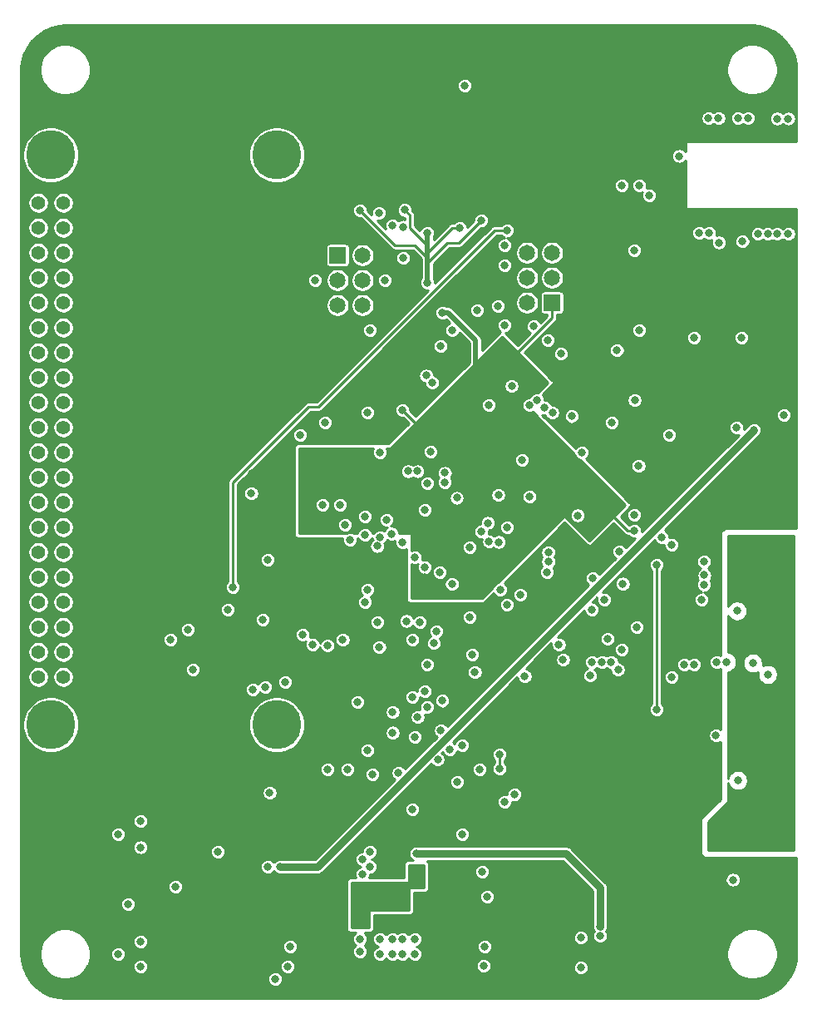
<source format=gbr>
G04 #@! TF.GenerationSoftware,KiCad,Pcbnew,(5.1.5)-3*
G04 #@! TF.CreationDate,2020-10-19T10:12:20-04:00*
G04 #@! TF.ProjectId,flight_computer,666c6967-6874-45f6-936f-6d7075746572,rev?*
G04 #@! TF.SameCoordinates,Original*
G04 #@! TF.FileFunction,Copper,L3,Inr*
G04 #@! TF.FilePolarity,Positive*
%FSLAX46Y46*%
G04 Gerber Fmt 4.6, Leading zero omitted, Abs format (unit mm)*
G04 Created by KiCad (PCBNEW (5.1.5)-3) date 2020-10-19 10:12:20*
%MOMM*%
%LPD*%
G04 APERTURE LIST*
%ADD10C,5.000000*%
%ADD11C,1.397000*%
%ADD12R,1.651000X1.651000*%
%ADD13C,1.651000*%
%ADD14C,0.800000*%
%ADD15C,0.762000*%
%ADD16C,0.254000*%
%ADD17C,0.508000*%
G04 APERTURE END LIST*
D10*
X106058000Y-74124000D03*
X106058000Y-132124000D03*
X83058000Y-74124000D03*
X83058000Y-132124000D03*
D11*
X84328000Y-78994000D03*
X81788000Y-78994000D03*
X84328000Y-81534000D03*
X81788000Y-81534000D03*
X84328000Y-84074000D03*
X81788000Y-84074000D03*
X84328000Y-86614000D03*
X81788000Y-86614000D03*
X84328000Y-89154000D03*
X81788000Y-89154000D03*
X84328000Y-91694000D03*
X81788000Y-91694000D03*
X84328000Y-94234000D03*
X81788000Y-94234000D03*
X84328000Y-96774000D03*
X81788000Y-96774000D03*
X84328000Y-99314000D03*
X81788000Y-99314000D03*
X84328000Y-101854000D03*
X81788000Y-101854000D03*
X84328000Y-104394000D03*
X81788000Y-104394000D03*
X84328000Y-106934000D03*
X81788000Y-106934000D03*
X84328000Y-109474000D03*
X81788000Y-109474000D03*
X84328000Y-112014000D03*
X81788000Y-112014000D03*
X84328000Y-114554000D03*
X81788000Y-114554000D03*
X84328000Y-117094000D03*
X81788000Y-117094000D03*
X84328000Y-119634000D03*
X81788000Y-119634000D03*
X84328000Y-122174000D03*
X81788000Y-122174000D03*
X84328000Y-124714000D03*
X81788000Y-124714000D03*
X84328000Y-127254000D03*
X81788000Y-127254000D03*
D12*
X134112000Y-89154000D03*
D13*
X131572000Y-89154000D03*
X134112000Y-86614000D03*
X131572000Y-86614000D03*
X134112000Y-84074000D03*
X131572000Y-84074000D03*
D12*
X112268000Y-84328000D03*
D13*
X114808000Y-84328000D03*
X112268000Y-86868000D03*
X114808000Y-86868000D03*
X112268000Y-89408000D03*
X114808000Y-89408000D03*
D14*
X115316000Y-118364000D03*
X115062000Y-119634000D03*
X115570000Y-145034000D03*
X114808000Y-145796000D03*
X115570000Y-146558000D03*
X114808000Y-147320000D03*
X105918000Y-157988000D03*
X107188000Y-156718000D03*
X107442000Y-154686000D03*
X116586000Y-153924000D03*
X117856000Y-153924000D03*
X118872000Y-153924000D03*
X120142000Y-153924000D03*
X117856000Y-155448000D03*
X118872000Y-155448000D03*
X120142000Y-155448000D03*
X116586000Y-155448000D03*
X114554000Y-153924000D03*
X114554000Y-155194000D03*
X127000000Y-147066000D03*
X127508000Y-149606000D03*
X127127000Y-156654500D03*
X127254000Y-154686000D03*
X90932000Y-150368000D03*
X89916000Y-155448000D03*
X92202000Y-154178000D03*
X92202000Y-156718000D03*
X124968000Y-143256000D03*
X100076000Y-145034000D03*
X89916000Y-143256000D03*
X92202000Y-144589500D03*
X92202000Y-141922500D03*
X137033000Y-156845000D03*
X137033000Y-153797000D03*
X153035000Y-137795000D03*
X156083000Y-127000000D03*
X154559000Y-125857000D03*
X153416000Y-92710000D03*
X132251400Y-91567000D03*
X133686499Y-92964000D03*
X135001000Y-94361000D03*
X150050500Y-70358000D03*
X151066500Y-70358000D03*
X153035000Y-70358000D03*
X154076400Y-70358000D03*
X157035500Y-70421500D03*
X158178500Y-70421500D03*
X147066000Y-74231500D03*
X155067000Y-82169000D03*
X156083000Y-82169000D03*
X157035500Y-82169000D03*
X158178500Y-82169000D03*
X152521920Y-147901660D03*
X136100820Y-100713540D03*
X142527020Y-99060000D03*
X157734000Y-100584000D03*
X152908000Y-101854000D03*
X110744000Y-109728000D03*
X112522000Y-109728000D03*
X103473000Y-108553000D03*
X97028000Y-122428000D03*
X95250000Y-123444000D03*
X97536000Y-126492000D03*
X114300000Y-129794000D03*
X126746000Y-136652000D03*
X111252000Y-136652000D03*
X113284000Y-136652000D03*
X115824000Y-137160000D03*
X124460000Y-137922000D03*
X129286000Y-139954000D03*
X130302000Y-139192000D03*
X128828989Y-118364000D03*
X146304000Y-127254000D03*
X150812500Y-133223000D03*
X149352000Y-119380000D03*
X125222000Y-67056000D03*
X120650000Y-121666000D03*
X116586000Y-104394000D03*
X148590000Y-92710000D03*
X142494000Y-83820000D03*
X143002000Y-91948000D03*
X149098000Y-82042000D03*
X150114000Y-82042000D03*
X144018000Y-78232000D03*
X117094000Y-86868000D03*
X109982000Y-86868000D03*
X103632000Y-128524000D03*
X104902000Y-128270000D03*
X151892000Y-125730000D03*
X150876000Y-125730000D03*
X141224000Y-124460000D03*
X152952400Y-120528972D03*
X129286000Y-85344000D03*
X115570000Y-91948000D03*
X108458000Y-102616000D03*
X110998000Y-101346000D03*
X115316000Y-100330000D03*
X127679400Y-99568000D03*
X142748000Y-122174000D03*
X142494000Y-110744000D03*
X140970000Y-114471400D03*
X122682000Y-116586000D03*
X104648000Y-121412000D03*
X105156000Y-115316000D03*
X121158000Y-110236000D03*
X101092000Y-120396000D03*
X105346500Y-139065000D03*
X105156000Y-146558000D03*
X106426000Y-146558000D03*
X154686000Y-102108000D03*
X128778000Y-94996000D03*
X130048000Y-96266000D03*
X137751246Y-109708254D03*
X146050000Y-102616000D03*
X138938000Y-108458000D03*
X113792000Y-105664000D03*
X115824000Y-105156000D03*
X127533997Y-115283366D03*
X109220000Y-112268000D03*
X120142000Y-117094000D03*
X121158000Y-117094000D03*
X125476000Y-115062000D03*
X124458413Y-114128830D03*
X121745150Y-111259189D03*
X118872000Y-100076000D03*
X122682000Y-103886000D03*
X129540000Y-95504000D03*
X140716000Y-109474000D03*
X142494000Y-112350600D03*
X137668000Y-108204000D03*
X122936000Y-90170000D03*
X126320600Y-100838000D03*
X121412000Y-82042000D03*
X121412000Y-87122000D03*
X114554000Y-79756000D03*
X119092591Y-79722591D03*
X124714000Y-81534000D03*
X126917400Y-80772000D03*
X144780000Y-130556000D03*
X144780000Y-115824000D03*
X150495000Y-142748000D03*
X152527000Y-143256000D03*
X155067000Y-131699000D03*
X153797000Y-131953000D03*
X156210000Y-114935000D03*
X156019500Y-144081500D03*
X139001500Y-153606500D03*
X139001500Y-152654000D03*
X120269000Y-145224500D03*
X117729000Y-150622000D03*
X117729000Y-149606000D03*
X117729000Y-148590000D03*
X114554000Y-148717000D03*
X114554000Y-150495000D03*
X114554000Y-152146000D03*
X120523000Y-146939000D03*
X92456000Y-124460000D03*
X103505000Y-106553000D03*
X98933000Y-120523000D03*
X101282500Y-143129000D03*
X102425500Y-143129000D03*
X103759000Y-143129000D03*
X111760000Y-80264000D03*
X148336000Y-144018000D03*
X142355973Y-121296027D03*
X104648000Y-119380000D03*
X128778000Y-136601400D03*
X128778000Y-135128000D03*
X129540000Y-81788000D03*
X101600000Y-118110000D03*
X116480600Y-80010000D03*
X117856000Y-81280000D03*
X118971409Y-81434591D03*
X118954600Y-84615409D03*
X123924409Y-91975591D03*
X122764600Y-93571409D03*
X132588000Y-99060000D03*
X129286000Y-91440000D03*
X131795554Y-99588297D03*
X128606599Y-89490599D03*
X119442092Y-106315425D03*
X113030000Y-111760000D03*
X120394495Y-106315425D03*
X115062000Y-110915400D03*
X134810500Y-123952000D03*
X137985500Y-127127000D03*
X127552400Y-111574217D03*
X140823803Y-126522384D03*
X140144403Y-125730000D03*
X128680073Y-113523277D03*
X127698500Y-113474500D03*
X139192000Y-125730000D03*
X138176000Y-125730000D03*
X126873000Y-112458500D03*
X129286000Y-83312000D03*
X126483712Y-89916000D03*
X129985700Y-97658166D03*
X131064000Y-105156000D03*
X140721784Y-93985784D03*
X131826000Y-108896190D03*
X128638210Y-108712000D03*
X121898287Y-97299438D03*
X121279047Y-96575828D03*
X117265400Y-111252000D03*
X115062000Y-112776000D03*
X149606000Y-117856000D03*
X141318166Y-117761834D03*
X138266959Y-117207013D03*
X133724690Y-114554000D03*
X149624909Y-116897909D03*
X149606000Y-115520200D03*
X119888000Y-140716000D03*
X116332000Y-121666000D03*
X123904232Y-117808232D03*
X108712000Y-122936000D03*
X119888000Y-123444000D03*
X112786281Y-123454281D03*
X121748194Y-104311804D03*
X111229144Y-124050600D03*
X95758000Y-148590000D03*
X119281208Y-121567208D03*
X138176000Y-120396000D03*
X133604000Y-116586000D03*
X133350000Y-99822000D03*
X141224000Y-77216000D03*
X134142446Y-100350297D03*
X143002000Y-77216000D03*
X136718040Y-110815120D03*
X142925800Y-105783380D03*
X140208000Y-101346000D03*
X137160000Y-104394000D03*
X146304000Y-113792000D03*
X123190000Y-107442000D03*
X145288000Y-113030000D03*
X123194207Y-106485390D03*
X133724690Y-115506403D03*
X139446000Y-119380000D03*
X139762367Y-123381633D03*
X129540000Y-112014000D03*
X124399761Y-109026239D03*
X148590000Y-125984000D03*
X121412000Y-107524600D03*
X147574000Y-125984000D03*
X109728000Y-123952000D03*
X106934000Y-127762000D03*
X115316000Y-134722820D03*
X122341292Y-122595292D03*
X125730000Y-121158000D03*
X116508972Y-124206000D03*
X117867772Y-130810000D03*
X117761827Y-112681827D03*
X117867773Y-132919567D03*
X121373615Y-130302000D03*
X122936000Y-129671400D03*
X129508389Y-119888000D03*
X125730000Y-114046000D03*
X120142000Y-133350000D03*
X120413079Y-131335079D03*
X121158000Y-128715400D03*
X121373615Y-125984000D03*
X125984000Y-124968000D03*
X123698000Y-134620000D03*
X130867190Y-118872000D03*
X122783986Y-132689986D03*
X126247266Y-126755266D03*
X122453014Y-135661014D03*
X118465986Y-137007986D03*
X122047000Y-123825000D03*
X135227409Y-125511909D03*
X131329600Y-127190500D03*
X124968000Y-134198600D03*
X116586000Y-113030000D03*
X121158000Y-116078000D03*
X119888000Y-129286000D03*
X113538000Y-113284000D03*
X116284824Y-113933528D03*
X118872000Y-113538000D03*
X120142000Y-115062000D03*
X151112239Y-83040239D03*
X153504247Y-82929075D03*
D15*
X106426000Y-146558000D02*
X110236000Y-146558000D01*
X110236000Y-146558000D02*
X154686000Y-102108000D01*
D16*
X118872000Y-100076000D02*
X122682000Y-103886000D01*
X134112000Y-89154000D02*
X134112000Y-90711914D01*
X129540000Y-95283914D02*
X129540000Y-95504000D01*
X134112000Y-90711914D02*
X129540000Y-95283914D01*
X142494000Y-112350600D02*
X141814600Y-112350600D01*
X141814600Y-112350600D02*
X137668000Y-108204000D01*
D17*
X126320600Y-92988915D02*
X126320600Y-100838000D01*
X122936000Y-90170000D02*
X123501685Y-90170000D01*
X123501685Y-90170000D02*
X126320600Y-92988915D01*
D16*
X114554000Y-79756000D02*
X118110000Y-83312000D01*
X118110000Y-83312000D02*
X120142000Y-83312000D01*
X120142000Y-83312000D02*
X121412000Y-84582000D01*
X119650810Y-80280810D02*
X119650810Y-81550810D01*
X119092591Y-79722591D02*
X119650810Y-80280810D01*
X121412000Y-83312000D02*
X121412000Y-83566000D01*
X119650810Y-81550810D02*
X121412000Y-83312000D01*
D17*
X121412000Y-82042000D02*
X121412000Y-83566000D01*
D16*
X123952000Y-81534000D02*
X121412000Y-84074000D01*
X124714000Y-81534000D02*
X123952000Y-81534000D01*
D17*
X121412000Y-83566000D02*
X121412000Y-84074000D01*
X121412000Y-84074000D02*
X121412000Y-84582000D01*
D16*
X126917400Y-80772000D02*
X124631400Y-83058000D01*
X124631400Y-83058000D02*
X123444000Y-83058000D01*
X123444000Y-83058000D02*
X121412000Y-85090000D01*
D17*
X121412000Y-84582000D02*
X121412000Y-85090000D01*
X121412000Y-85090000D02*
X121412000Y-87122000D01*
D16*
X144780000Y-130556000D02*
X144780000Y-115824000D01*
D15*
X139001500Y-152654000D02*
X139001500Y-148717000D01*
X139001500Y-148717000D02*
X135509000Y-145224500D01*
X135509000Y-145224500D02*
X120269000Y-145224500D01*
D16*
X128778000Y-136601400D02*
X128778000Y-135128000D01*
X129540000Y-81788000D02*
X128270000Y-81788000D01*
X128270000Y-81788000D02*
X110318599Y-99739401D01*
X109313085Y-99739401D02*
X101600000Y-107452486D01*
X110318599Y-99739401D02*
X109313085Y-99739401D01*
X101600000Y-107452486D02*
X101600000Y-118110000D01*
G36*
X121031000Y-148717000D02*
G01*
X119634000Y-148717000D01*
X119609224Y-148719440D01*
X119585399Y-148726667D01*
X119563443Y-148738403D01*
X119544197Y-148754197D01*
X119528403Y-148773443D01*
X119516667Y-148795399D01*
X119509440Y-148819224D01*
X119507000Y-148844000D01*
X119507000Y-151003000D01*
X115570000Y-151003000D01*
X115545224Y-151005440D01*
X115521399Y-151012667D01*
X115499443Y-151024403D01*
X115480197Y-151040197D01*
X115464403Y-151059443D01*
X115452667Y-151081399D01*
X115445440Y-151105224D01*
X115443000Y-151130000D01*
X115443000Y-152781000D01*
X113665000Y-152781000D01*
X113665000Y-148209000D01*
X119380000Y-148209000D01*
X119404776Y-148206560D01*
X119428601Y-148199333D01*
X119450557Y-148187597D01*
X119469803Y-148171803D01*
X119485597Y-148152557D01*
X119497333Y-148130601D01*
X119504560Y-148106776D01*
X119507000Y-148082000D01*
X119507000Y-146431000D01*
X121031000Y-146431000D01*
X121031000Y-148717000D01*
G37*
X121031000Y-148717000D02*
X119634000Y-148717000D01*
X119609224Y-148719440D01*
X119585399Y-148726667D01*
X119563443Y-148738403D01*
X119544197Y-148754197D01*
X119528403Y-148773443D01*
X119516667Y-148795399D01*
X119509440Y-148819224D01*
X119507000Y-148844000D01*
X119507000Y-151003000D01*
X115570000Y-151003000D01*
X115545224Y-151005440D01*
X115521399Y-151012667D01*
X115499443Y-151024403D01*
X115480197Y-151040197D01*
X115464403Y-151059443D01*
X115452667Y-151081399D01*
X115445440Y-151105224D01*
X115443000Y-151130000D01*
X115443000Y-152781000D01*
X113665000Y-152781000D01*
X113665000Y-148209000D01*
X119380000Y-148209000D01*
X119404776Y-148206560D01*
X119428601Y-148199333D01*
X119450557Y-148187597D01*
X119469803Y-148171803D01*
X119485597Y-148152557D01*
X119497333Y-148130601D01*
X119504560Y-148106776D01*
X119507000Y-148082000D01*
X119507000Y-146431000D01*
X121031000Y-146431000D01*
X121031000Y-148717000D01*
G36*
X133678394Y-97282000D02*
G01*
X132678661Y-98281733D01*
X132664922Y-98279000D01*
X132511078Y-98279000D01*
X132360191Y-98309013D01*
X132218058Y-98367887D01*
X132090141Y-98453358D01*
X131981358Y-98562141D01*
X131895887Y-98690058D01*
X131847325Y-98807297D01*
X131718632Y-98807297D01*
X131567745Y-98837310D01*
X131425612Y-98896184D01*
X131297695Y-98981655D01*
X131188912Y-99090438D01*
X131103441Y-99218355D01*
X131044567Y-99360488D01*
X131014554Y-99511375D01*
X131014554Y-99665219D01*
X131044567Y-99816106D01*
X131103441Y-99958239D01*
X131188912Y-100086156D01*
X131297695Y-100194939D01*
X131425612Y-100280410D01*
X131567745Y-100339284D01*
X131718632Y-100369297D01*
X131872476Y-100369297D01*
X132023363Y-100339284D01*
X132122580Y-100298186D01*
X136399779Y-104575385D01*
X136409013Y-104621809D01*
X136467887Y-104763942D01*
X136553358Y-104891859D01*
X136662141Y-105000642D01*
X136790058Y-105086113D01*
X136932191Y-105144987D01*
X136978615Y-105154221D01*
X141552394Y-109728000D01*
X137922000Y-113358394D01*
X135471803Y-110908197D01*
X135452557Y-110892403D01*
X135430601Y-110880667D01*
X135406776Y-110873440D01*
X135382000Y-110871000D01*
X135357224Y-110873440D01*
X135333399Y-110880667D01*
X135311443Y-110892403D01*
X135292197Y-110908197D01*
X128577623Y-117622771D01*
X128459047Y-117671887D01*
X128331130Y-117757358D01*
X128222347Y-117866141D01*
X128136876Y-117994058D01*
X128087760Y-118112634D01*
X126947394Y-119253000D01*
X119761000Y-119253000D01*
X119761000Y-117731310D01*
X123123232Y-117731310D01*
X123123232Y-117885154D01*
X123153245Y-118036041D01*
X123212119Y-118178174D01*
X123297590Y-118306091D01*
X123406373Y-118414874D01*
X123534290Y-118500345D01*
X123676423Y-118559219D01*
X123827310Y-118589232D01*
X123981154Y-118589232D01*
X124132041Y-118559219D01*
X124274174Y-118500345D01*
X124402091Y-118414874D01*
X124510874Y-118306091D01*
X124596345Y-118178174D01*
X124655219Y-118036041D01*
X124685232Y-117885154D01*
X124685232Y-117731310D01*
X124655219Y-117580423D01*
X124596345Y-117438290D01*
X124510874Y-117310373D01*
X124402091Y-117201590D01*
X124274174Y-117116119D01*
X124132041Y-117057245D01*
X123981154Y-117027232D01*
X123827310Y-117027232D01*
X123676423Y-117057245D01*
X123534290Y-117116119D01*
X123406373Y-117201590D01*
X123297590Y-117310373D01*
X123212119Y-117438290D01*
X123153245Y-117580423D01*
X123123232Y-117731310D01*
X119761000Y-117731310D01*
X119761000Y-115746724D01*
X119772058Y-115754113D01*
X119914191Y-115812987D01*
X120065078Y-115843000D01*
X120218922Y-115843000D01*
X120369809Y-115812987D01*
X120433321Y-115786679D01*
X120407013Y-115850191D01*
X120377000Y-116001078D01*
X120377000Y-116154922D01*
X120407013Y-116305809D01*
X120465887Y-116447942D01*
X120551358Y-116575859D01*
X120660141Y-116684642D01*
X120788058Y-116770113D01*
X120930191Y-116828987D01*
X121081078Y-116859000D01*
X121234922Y-116859000D01*
X121385809Y-116828987D01*
X121527942Y-116770113D01*
X121655859Y-116684642D01*
X121764642Y-116575859D01*
X121809263Y-116509078D01*
X121901000Y-116509078D01*
X121901000Y-116662922D01*
X121931013Y-116813809D01*
X121989887Y-116955942D01*
X122075358Y-117083859D01*
X122184141Y-117192642D01*
X122312058Y-117278113D01*
X122454191Y-117336987D01*
X122605078Y-117367000D01*
X122758922Y-117367000D01*
X122909809Y-117336987D01*
X123051942Y-117278113D01*
X123179859Y-117192642D01*
X123288642Y-117083859D01*
X123374113Y-116955942D01*
X123432987Y-116813809D01*
X123463000Y-116662922D01*
X123463000Y-116509078D01*
X123432987Y-116358191D01*
X123374113Y-116216058D01*
X123288642Y-116088141D01*
X123179859Y-115979358D01*
X123051942Y-115893887D01*
X122909809Y-115835013D01*
X122758922Y-115805000D01*
X122605078Y-115805000D01*
X122454191Y-115835013D01*
X122312058Y-115893887D01*
X122184141Y-115979358D01*
X122075358Y-116088141D01*
X121989887Y-116216058D01*
X121931013Y-116358191D01*
X121901000Y-116509078D01*
X121809263Y-116509078D01*
X121850113Y-116447942D01*
X121908987Y-116305809D01*
X121939000Y-116154922D01*
X121939000Y-116001078D01*
X121908987Y-115850191D01*
X121850113Y-115708058D01*
X121764642Y-115580141D01*
X121655859Y-115471358D01*
X121527942Y-115385887D01*
X121385809Y-115327013D01*
X121234922Y-115297000D01*
X121081078Y-115297000D01*
X120930191Y-115327013D01*
X120866679Y-115353321D01*
X120892987Y-115289809D01*
X120923000Y-115138922D01*
X120923000Y-114985078D01*
X120892987Y-114834191D01*
X120834113Y-114692058D01*
X120748642Y-114564141D01*
X120639859Y-114455358D01*
X120511942Y-114369887D01*
X120369809Y-114311013D01*
X120218922Y-114281000D01*
X120065078Y-114281000D01*
X119914191Y-114311013D01*
X119772058Y-114369887D01*
X119761000Y-114377276D01*
X119761000Y-113969078D01*
X124949000Y-113969078D01*
X124949000Y-114122922D01*
X124979013Y-114273809D01*
X125037887Y-114415942D01*
X125123358Y-114543859D01*
X125232141Y-114652642D01*
X125360058Y-114738113D01*
X125502191Y-114796987D01*
X125653078Y-114827000D01*
X125806922Y-114827000D01*
X125957809Y-114796987D01*
X126099942Y-114738113D01*
X126227859Y-114652642D01*
X126336642Y-114543859D01*
X126422113Y-114415942D01*
X126480987Y-114273809D01*
X126511000Y-114122922D01*
X126511000Y-113969078D01*
X126480987Y-113818191D01*
X126422113Y-113676058D01*
X126336642Y-113548141D01*
X126227859Y-113439358D01*
X126099942Y-113353887D01*
X125957809Y-113295013D01*
X125806922Y-113265000D01*
X125653078Y-113265000D01*
X125502191Y-113295013D01*
X125360058Y-113353887D01*
X125232141Y-113439358D01*
X125123358Y-113548141D01*
X125037887Y-113676058D01*
X124979013Y-113818191D01*
X124949000Y-113969078D01*
X119761000Y-113969078D01*
X119761000Y-112776000D01*
X119758560Y-112751224D01*
X119751333Y-112727399D01*
X119739597Y-112705443D01*
X119723803Y-112686197D01*
X119704557Y-112670403D01*
X119682601Y-112658667D01*
X119658776Y-112651440D01*
X119634000Y-112649000D01*
X118542827Y-112649000D01*
X118542827Y-112604905D01*
X118512814Y-112454018D01*
X118482809Y-112381578D01*
X126092000Y-112381578D01*
X126092000Y-112535422D01*
X126122013Y-112686309D01*
X126180887Y-112828442D01*
X126266358Y-112956359D01*
X126375141Y-113065142D01*
X126503058Y-113150613D01*
X126645191Y-113209487D01*
X126796078Y-113239500D01*
X126949922Y-113239500D01*
X126950543Y-113239377D01*
X126947513Y-113246691D01*
X126917500Y-113397578D01*
X126917500Y-113551422D01*
X126947513Y-113702309D01*
X127006387Y-113844442D01*
X127091858Y-113972359D01*
X127200641Y-114081142D01*
X127328558Y-114166613D01*
X127470691Y-114225487D01*
X127621578Y-114255500D01*
X127775422Y-114255500D01*
X127926309Y-114225487D01*
X128068442Y-114166613D01*
X128158640Y-114106345D01*
X128182214Y-114129919D01*
X128310131Y-114215390D01*
X128452264Y-114274264D01*
X128603151Y-114304277D01*
X128756995Y-114304277D01*
X128907882Y-114274264D01*
X129050015Y-114215390D01*
X129177932Y-114129919D01*
X129286715Y-114021136D01*
X129372186Y-113893219D01*
X129431060Y-113751086D01*
X129461073Y-113600199D01*
X129461073Y-113446355D01*
X129431060Y-113295468D01*
X129372186Y-113153335D01*
X129286715Y-113025418D01*
X129177932Y-112916635D01*
X129050015Y-112831164D01*
X128907882Y-112772290D01*
X128756995Y-112742277D01*
X128603151Y-112742277D01*
X128452264Y-112772290D01*
X128310131Y-112831164D01*
X128219933Y-112891432D01*
X128196359Y-112867858D01*
X128068442Y-112782387D01*
X127926309Y-112723513D01*
X127775422Y-112693500D01*
X127621578Y-112693500D01*
X127620957Y-112693623D01*
X127623987Y-112686309D01*
X127654000Y-112535422D01*
X127654000Y-112381578D01*
X127648017Y-112351498D01*
X127780209Y-112325204D01*
X127922342Y-112266330D01*
X128050259Y-112180859D01*
X128159042Y-112072076D01*
X128244513Y-111944159D01*
X128247446Y-111937078D01*
X128759000Y-111937078D01*
X128759000Y-112090922D01*
X128789013Y-112241809D01*
X128847887Y-112383942D01*
X128933358Y-112511859D01*
X129042141Y-112620642D01*
X129170058Y-112706113D01*
X129312191Y-112764987D01*
X129463078Y-112795000D01*
X129616922Y-112795000D01*
X129767809Y-112764987D01*
X129909942Y-112706113D01*
X130037859Y-112620642D01*
X130146642Y-112511859D01*
X130232113Y-112383942D01*
X130290987Y-112241809D01*
X130321000Y-112090922D01*
X130321000Y-111937078D01*
X130290987Y-111786191D01*
X130232113Y-111644058D01*
X130146642Y-111516141D01*
X130037859Y-111407358D01*
X129909942Y-111321887D01*
X129767809Y-111263013D01*
X129616922Y-111233000D01*
X129463078Y-111233000D01*
X129312191Y-111263013D01*
X129170058Y-111321887D01*
X129042141Y-111407358D01*
X128933358Y-111516141D01*
X128847887Y-111644058D01*
X128789013Y-111786191D01*
X128759000Y-111937078D01*
X128247446Y-111937078D01*
X128303387Y-111802026D01*
X128333400Y-111651139D01*
X128333400Y-111497295D01*
X128303387Y-111346408D01*
X128244513Y-111204275D01*
X128159042Y-111076358D01*
X128050259Y-110967575D01*
X127922342Y-110882104D01*
X127780209Y-110823230D01*
X127629322Y-110793217D01*
X127475478Y-110793217D01*
X127324591Y-110823230D01*
X127182458Y-110882104D01*
X127054541Y-110967575D01*
X126945758Y-111076358D01*
X126860287Y-111204275D01*
X126801413Y-111346408D01*
X126771400Y-111497295D01*
X126771400Y-111651139D01*
X126777383Y-111681219D01*
X126645191Y-111707513D01*
X126503058Y-111766387D01*
X126375141Y-111851858D01*
X126266358Y-111960641D01*
X126180887Y-112088558D01*
X126122013Y-112230691D01*
X126092000Y-112381578D01*
X118482809Y-112381578D01*
X118453940Y-112311885D01*
X118368469Y-112183968D01*
X118259686Y-112075185D01*
X118131769Y-111989714D01*
X117989636Y-111930840D01*
X117838749Y-111900827D01*
X117700124Y-111900827D01*
X117763259Y-111858642D01*
X117872042Y-111749859D01*
X117957513Y-111621942D01*
X118016387Y-111479809D01*
X118046400Y-111328922D01*
X118046400Y-111175078D01*
X118016387Y-111024191D01*
X117957513Y-110882058D01*
X117872042Y-110754141D01*
X117763259Y-110645358D01*
X117635342Y-110559887D01*
X117493209Y-110501013D01*
X117342322Y-110471000D01*
X117188478Y-110471000D01*
X117037591Y-110501013D01*
X116895458Y-110559887D01*
X116767541Y-110645358D01*
X116658758Y-110754141D01*
X116573287Y-110882058D01*
X116514413Y-111024191D01*
X116484400Y-111175078D01*
X116484400Y-111328922D01*
X116514413Y-111479809D01*
X116573287Y-111621942D01*
X116658758Y-111749859D01*
X116767541Y-111858642D01*
X116895458Y-111944113D01*
X117037591Y-112002987D01*
X117188478Y-112033000D01*
X117327103Y-112033000D01*
X117263968Y-112075185D01*
X117155185Y-112183968D01*
X117069714Y-112311885D01*
X117036616Y-112391791D01*
X116955942Y-112337887D01*
X116813809Y-112279013D01*
X116662922Y-112249000D01*
X116509078Y-112249000D01*
X116358191Y-112279013D01*
X116216058Y-112337887D01*
X116088141Y-112423358D01*
X115979358Y-112532141D01*
X115901276Y-112649000D01*
X115833039Y-112649000D01*
X115812987Y-112548191D01*
X115754113Y-112406058D01*
X115668642Y-112278141D01*
X115559859Y-112169358D01*
X115431942Y-112083887D01*
X115289809Y-112025013D01*
X115138922Y-111995000D01*
X114985078Y-111995000D01*
X114834191Y-112025013D01*
X114692058Y-112083887D01*
X114564141Y-112169358D01*
X114455358Y-112278141D01*
X114369887Y-112406058D01*
X114311013Y-112548191D01*
X114290961Y-112649000D01*
X113993418Y-112649000D01*
X113907942Y-112591887D01*
X113765809Y-112533013D01*
X113614922Y-112503000D01*
X113461078Y-112503000D01*
X113310191Y-112533013D01*
X113168058Y-112591887D01*
X113082582Y-112649000D01*
X108331000Y-112649000D01*
X108331000Y-111683078D01*
X112249000Y-111683078D01*
X112249000Y-111836922D01*
X112279013Y-111987809D01*
X112337887Y-112129942D01*
X112423358Y-112257859D01*
X112532141Y-112366642D01*
X112660058Y-112452113D01*
X112802191Y-112510987D01*
X112953078Y-112541000D01*
X113106922Y-112541000D01*
X113257809Y-112510987D01*
X113399942Y-112452113D01*
X113527859Y-112366642D01*
X113636642Y-112257859D01*
X113722113Y-112129942D01*
X113780987Y-111987809D01*
X113811000Y-111836922D01*
X113811000Y-111683078D01*
X113780987Y-111532191D01*
X113722113Y-111390058D01*
X113636642Y-111262141D01*
X113527859Y-111153358D01*
X113399942Y-111067887D01*
X113257809Y-111009013D01*
X113106922Y-110979000D01*
X112953078Y-110979000D01*
X112802191Y-111009013D01*
X112660058Y-111067887D01*
X112532141Y-111153358D01*
X112423358Y-111262141D01*
X112337887Y-111390058D01*
X112279013Y-111532191D01*
X112249000Y-111683078D01*
X108331000Y-111683078D01*
X108331000Y-110838478D01*
X114281000Y-110838478D01*
X114281000Y-110992322D01*
X114311013Y-111143209D01*
X114369887Y-111285342D01*
X114455358Y-111413259D01*
X114564141Y-111522042D01*
X114692058Y-111607513D01*
X114834191Y-111666387D01*
X114985078Y-111696400D01*
X115138922Y-111696400D01*
X115289809Y-111666387D01*
X115431942Y-111607513D01*
X115559859Y-111522042D01*
X115668642Y-111413259D01*
X115754113Y-111285342D01*
X115812987Y-111143209D01*
X115843000Y-110992322D01*
X115843000Y-110838478D01*
X115812987Y-110687591D01*
X115754113Y-110545458D01*
X115668642Y-110417541D01*
X115559859Y-110308758D01*
X115431942Y-110223287D01*
X115289809Y-110164413D01*
X115262988Y-110159078D01*
X120377000Y-110159078D01*
X120377000Y-110312922D01*
X120407013Y-110463809D01*
X120465887Y-110605942D01*
X120551358Y-110733859D01*
X120660141Y-110842642D01*
X120788058Y-110928113D01*
X120930191Y-110986987D01*
X121081078Y-111017000D01*
X121234922Y-111017000D01*
X121385809Y-110986987D01*
X121527942Y-110928113D01*
X121655859Y-110842642D01*
X121760303Y-110738198D01*
X135937040Y-110738198D01*
X135937040Y-110892042D01*
X135967053Y-111042929D01*
X136025927Y-111185062D01*
X136111398Y-111312979D01*
X136220181Y-111421762D01*
X136348098Y-111507233D01*
X136490231Y-111566107D01*
X136641118Y-111596120D01*
X136794962Y-111596120D01*
X136945849Y-111566107D01*
X137087982Y-111507233D01*
X137215899Y-111421762D01*
X137324682Y-111312979D01*
X137410153Y-111185062D01*
X137469027Y-111042929D01*
X137499040Y-110892042D01*
X137499040Y-110738198D01*
X137469027Y-110587311D01*
X137410153Y-110445178D01*
X137324682Y-110317261D01*
X137215899Y-110208478D01*
X137087982Y-110123007D01*
X136945849Y-110064133D01*
X136794962Y-110034120D01*
X136641118Y-110034120D01*
X136490231Y-110064133D01*
X136348098Y-110123007D01*
X136220181Y-110208478D01*
X136111398Y-110317261D01*
X136025927Y-110445178D01*
X135967053Y-110587311D01*
X135937040Y-110738198D01*
X121760303Y-110738198D01*
X121764642Y-110733859D01*
X121850113Y-110605942D01*
X121908987Y-110463809D01*
X121939000Y-110312922D01*
X121939000Y-110159078D01*
X121908987Y-110008191D01*
X121850113Y-109866058D01*
X121764642Y-109738141D01*
X121655859Y-109629358D01*
X121527942Y-109543887D01*
X121385809Y-109485013D01*
X121234922Y-109455000D01*
X121081078Y-109455000D01*
X120930191Y-109485013D01*
X120788058Y-109543887D01*
X120660141Y-109629358D01*
X120551358Y-109738141D01*
X120465887Y-109866058D01*
X120407013Y-110008191D01*
X120377000Y-110159078D01*
X115262988Y-110159078D01*
X115138922Y-110134400D01*
X114985078Y-110134400D01*
X114834191Y-110164413D01*
X114692058Y-110223287D01*
X114564141Y-110308758D01*
X114455358Y-110417541D01*
X114369887Y-110545458D01*
X114311013Y-110687591D01*
X114281000Y-110838478D01*
X108331000Y-110838478D01*
X108331000Y-109651078D01*
X109963000Y-109651078D01*
X109963000Y-109804922D01*
X109993013Y-109955809D01*
X110051887Y-110097942D01*
X110137358Y-110225859D01*
X110246141Y-110334642D01*
X110374058Y-110420113D01*
X110516191Y-110478987D01*
X110667078Y-110509000D01*
X110820922Y-110509000D01*
X110971809Y-110478987D01*
X111113942Y-110420113D01*
X111241859Y-110334642D01*
X111350642Y-110225859D01*
X111436113Y-110097942D01*
X111494987Y-109955809D01*
X111525000Y-109804922D01*
X111525000Y-109651078D01*
X111741000Y-109651078D01*
X111741000Y-109804922D01*
X111771013Y-109955809D01*
X111829887Y-110097942D01*
X111915358Y-110225859D01*
X112024141Y-110334642D01*
X112152058Y-110420113D01*
X112294191Y-110478987D01*
X112445078Y-110509000D01*
X112598922Y-110509000D01*
X112749809Y-110478987D01*
X112891942Y-110420113D01*
X113019859Y-110334642D01*
X113128642Y-110225859D01*
X113214113Y-110097942D01*
X113272987Y-109955809D01*
X113303000Y-109804922D01*
X113303000Y-109651078D01*
X113272987Y-109500191D01*
X113214113Y-109358058D01*
X113128642Y-109230141D01*
X113019859Y-109121358D01*
X112891942Y-109035887D01*
X112749809Y-108977013D01*
X112610571Y-108949317D01*
X123618761Y-108949317D01*
X123618761Y-109103161D01*
X123648774Y-109254048D01*
X123707648Y-109396181D01*
X123793119Y-109524098D01*
X123901902Y-109632881D01*
X124029819Y-109718352D01*
X124171952Y-109777226D01*
X124322839Y-109807239D01*
X124476683Y-109807239D01*
X124627570Y-109777226D01*
X124769703Y-109718352D01*
X124897620Y-109632881D01*
X125006403Y-109524098D01*
X125091874Y-109396181D01*
X125150748Y-109254048D01*
X125180761Y-109103161D01*
X125180761Y-108949317D01*
X125150748Y-108798430D01*
X125091874Y-108656297D01*
X125077696Y-108635078D01*
X127857210Y-108635078D01*
X127857210Y-108788922D01*
X127887223Y-108939809D01*
X127946097Y-109081942D01*
X128031568Y-109209859D01*
X128140351Y-109318642D01*
X128268268Y-109404113D01*
X128410401Y-109462987D01*
X128561288Y-109493000D01*
X128715132Y-109493000D01*
X128866019Y-109462987D01*
X129008152Y-109404113D01*
X129136069Y-109318642D01*
X129244852Y-109209859D01*
X129330323Y-109081942D01*
X129389197Y-108939809D01*
X129413173Y-108819268D01*
X131045000Y-108819268D01*
X131045000Y-108973112D01*
X131075013Y-109123999D01*
X131133887Y-109266132D01*
X131219358Y-109394049D01*
X131328141Y-109502832D01*
X131456058Y-109588303D01*
X131598191Y-109647177D01*
X131749078Y-109677190D01*
X131902922Y-109677190D01*
X132053809Y-109647177D01*
X132195942Y-109588303D01*
X132323859Y-109502832D01*
X132432642Y-109394049D01*
X132518113Y-109266132D01*
X132576987Y-109123999D01*
X132607000Y-108973112D01*
X132607000Y-108819268D01*
X132576987Y-108668381D01*
X132518113Y-108526248D01*
X132432642Y-108398331D01*
X132323859Y-108289548D01*
X132195942Y-108204077D01*
X132053809Y-108145203D01*
X131902922Y-108115190D01*
X131749078Y-108115190D01*
X131598191Y-108145203D01*
X131456058Y-108204077D01*
X131328141Y-108289548D01*
X131219358Y-108398331D01*
X131133887Y-108526248D01*
X131075013Y-108668381D01*
X131045000Y-108819268D01*
X129413173Y-108819268D01*
X129419210Y-108788922D01*
X129419210Y-108635078D01*
X129389197Y-108484191D01*
X129330323Y-108342058D01*
X129244852Y-108214141D01*
X129136069Y-108105358D01*
X129008152Y-108019887D01*
X128866019Y-107961013D01*
X128715132Y-107931000D01*
X128561288Y-107931000D01*
X128410401Y-107961013D01*
X128268268Y-108019887D01*
X128140351Y-108105358D01*
X128031568Y-108214141D01*
X127946097Y-108342058D01*
X127887223Y-108484191D01*
X127857210Y-108635078D01*
X125077696Y-108635078D01*
X125006403Y-108528380D01*
X124897620Y-108419597D01*
X124769703Y-108334126D01*
X124627570Y-108275252D01*
X124476683Y-108245239D01*
X124322839Y-108245239D01*
X124171952Y-108275252D01*
X124029819Y-108334126D01*
X123901902Y-108419597D01*
X123793119Y-108528380D01*
X123707648Y-108656297D01*
X123648774Y-108798430D01*
X123618761Y-108949317D01*
X112610571Y-108949317D01*
X112598922Y-108947000D01*
X112445078Y-108947000D01*
X112294191Y-108977013D01*
X112152058Y-109035887D01*
X112024141Y-109121358D01*
X111915358Y-109230141D01*
X111829887Y-109358058D01*
X111771013Y-109500191D01*
X111741000Y-109651078D01*
X111525000Y-109651078D01*
X111494987Y-109500191D01*
X111436113Y-109358058D01*
X111350642Y-109230141D01*
X111241859Y-109121358D01*
X111113942Y-109035887D01*
X110971809Y-108977013D01*
X110820922Y-108947000D01*
X110667078Y-108947000D01*
X110516191Y-108977013D01*
X110374058Y-109035887D01*
X110246141Y-109121358D01*
X110137358Y-109230141D01*
X110051887Y-109358058D01*
X109993013Y-109500191D01*
X109963000Y-109651078D01*
X108331000Y-109651078D01*
X108331000Y-107447678D01*
X120631000Y-107447678D01*
X120631000Y-107601522D01*
X120661013Y-107752409D01*
X120719887Y-107894542D01*
X120805358Y-108022459D01*
X120914141Y-108131242D01*
X121042058Y-108216713D01*
X121184191Y-108275587D01*
X121335078Y-108305600D01*
X121488922Y-108305600D01*
X121639809Y-108275587D01*
X121781942Y-108216713D01*
X121909859Y-108131242D01*
X122018642Y-108022459D01*
X122104113Y-107894542D01*
X122162987Y-107752409D01*
X122193000Y-107601522D01*
X122193000Y-107447678D01*
X122176570Y-107365078D01*
X122409000Y-107365078D01*
X122409000Y-107518922D01*
X122439013Y-107669809D01*
X122497887Y-107811942D01*
X122583358Y-107939859D01*
X122692141Y-108048642D01*
X122820058Y-108134113D01*
X122962191Y-108192987D01*
X123113078Y-108223000D01*
X123266922Y-108223000D01*
X123417809Y-108192987D01*
X123559942Y-108134113D01*
X123687859Y-108048642D01*
X123796642Y-107939859D01*
X123882113Y-107811942D01*
X123940987Y-107669809D01*
X123971000Y-107518922D01*
X123971000Y-107365078D01*
X123940987Y-107214191D01*
X123882113Y-107072058D01*
X123811811Y-106966843D01*
X123886320Y-106855332D01*
X123945194Y-106713199D01*
X123975207Y-106562312D01*
X123975207Y-106408468D01*
X123945194Y-106257581D01*
X123886320Y-106115448D01*
X123800849Y-105987531D01*
X123692066Y-105878748D01*
X123564149Y-105793277D01*
X123422016Y-105734403D01*
X123271129Y-105704390D01*
X123117285Y-105704390D01*
X122966398Y-105734403D01*
X122824265Y-105793277D01*
X122696348Y-105878748D01*
X122587565Y-105987531D01*
X122502094Y-106115448D01*
X122443220Y-106257581D01*
X122413207Y-106408468D01*
X122413207Y-106562312D01*
X122443220Y-106713199D01*
X122502094Y-106855332D01*
X122572396Y-106960547D01*
X122497887Y-107072058D01*
X122439013Y-107214191D01*
X122409000Y-107365078D01*
X122176570Y-107365078D01*
X122162987Y-107296791D01*
X122104113Y-107154658D01*
X122018642Y-107026741D01*
X121909859Y-106917958D01*
X121781942Y-106832487D01*
X121639809Y-106773613D01*
X121488922Y-106743600D01*
X121335078Y-106743600D01*
X121184191Y-106773613D01*
X121042058Y-106832487D01*
X120914141Y-106917958D01*
X120805358Y-107026741D01*
X120719887Y-107154658D01*
X120661013Y-107296791D01*
X120631000Y-107447678D01*
X108331000Y-107447678D01*
X108331000Y-106238503D01*
X118661092Y-106238503D01*
X118661092Y-106392347D01*
X118691105Y-106543234D01*
X118749979Y-106685367D01*
X118835450Y-106813284D01*
X118944233Y-106922067D01*
X119072150Y-107007538D01*
X119214283Y-107066412D01*
X119365170Y-107096425D01*
X119519014Y-107096425D01*
X119669901Y-107066412D01*
X119812034Y-107007538D01*
X119918293Y-106936538D01*
X120024553Y-107007538D01*
X120166686Y-107066412D01*
X120317573Y-107096425D01*
X120471417Y-107096425D01*
X120622304Y-107066412D01*
X120764437Y-107007538D01*
X120892354Y-106922067D01*
X121001137Y-106813284D01*
X121086608Y-106685367D01*
X121145482Y-106543234D01*
X121175495Y-106392347D01*
X121175495Y-106238503D01*
X121145482Y-106087616D01*
X121086608Y-105945483D01*
X121001137Y-105817566D01*
X120892354Y-105708783D01*
X120764437Y-105623312D01*
X120622304Y-105564438D01*
X120471417Y-105534425D01*
X120317573Y-105534425D01*
X120166686Y-105564438D01*
X120024553Y-105623312D01*
X119918294Y-105694312D01*
X119812034Y-105623312D01*
X119669901Y-105564438D01*
X119519014Y-105534425D01*
X119365170Y-105534425D01*
X119214283Y-105564438D01*
X119072150Y-105623312D01*
X118944233Y-105708783D01*
X118835450Y-105817566D01*
X118749979Y-105945483D01*
X118691105Y-106087616D01*
X118661092Y-106238503D01*
X108331000Y-106238503D01*
X108331000Y-104013000D01*
X115901276Y-104013000D01*
X115893887Y-104024058D01*
X115835013Y-104166191D01*
X115805000Y-104317078D01*
X115805000Y-104470922D01*
X115835013Y-104621809D01*
X115893887Y-104763942D01*
X115979358Y-104891859D01*
X116088141Y-105000642D01*
X116216058Y-105086113D01*
X116358191Y-105144987D01*
X116509078Y-105175000D01*
X116662922Y-105175000D01*
X116813809Y-105144987D01*
X116955942Y-105086113D01*
X117083859Y-105000642D01*
X117192642Y-104891859D01*
X117278113Y-104763942D01*
X117336987Y-104621809D01*
X117367000Y-104470922D01*
X117367000Y-104317078D01*
X117350651Y-104234882D01*
X120967194Y-104234882D01*
X120967194Y-104388726D01*
X120997207Y-104539613D01*
X121056081Y-104681746D01*
X121141552Y-104809663D01*
X121250335Y-104918446D01*
X121378252Y-105003917D01*
X121520385Y-105062791D01*
X121671272Y-105092804D01*
X121825116Y-105092804D01*
X121894121Y-105079078D01*
X130283000Y-105079078D01*
X130283000Y-105232922D01*
X130313013Y-105383809D01*
X130371887Y-105525942D01*
X130457358Y-105653859D01*
X130566141Y-105762642D01*
X130694058Y-105848113D01*
X130836191Y-105906987D01*
X130987078Y-105937000D01*
X131140922Y-105937000D01*
X131291809Y-105906987D01*
X131433942Y-105848113D01*
X131561859Y-105762642D01*
X131670642Y-105653859D01*
X131756113Y-105525942D01*
X131814987Y-105383809D01*
X131845000Y-105232922D01*
X131845000Y-105079078D01*
X131814987Y-104928191D01*
X131756113Y-104786058D01*
X131670642Y-104658141D01*
X131561859Y-104549358D01*
X131433942Y-104463887D01*
X131291809Y-104405013D01*
X131140922Y-104375000D01*
X130987078Y-104375000D01*
X130836191Y-104405013D01*
X130694058Y-104463887D01*
X130566141Y-104549358D01*
X130457358Y-104658141D01*
X130371887Y-104786058D01*
X130313013Y-104928191D01*
X130283000Y-105079078D01*
X121894121Y-105079078D01*
X121976003Y-105062791D01*
X122118136Y-105003917D01*
X122246053Y-104918446D01*
X122354836Y-104809663D01*
X122440307Y-104681746D01*
X122499181Y-104539613D01*
X122529194Y-104388726D01*
X122529194Y-104234882D01*
X122499181Y-104083995D01*
X122440307Y-103941862D01*
X122354836Y-103813945D01*
X122246053Y-103705162D01*
X122118136Y-103619691D01*
X121976003Y-103560817D01*
X121825116Y-103530804D01*
X121671272Y-103530804D01*
X121520385Y-103560817D01*
X121378252Y-103619691D01*
X121250335Y-103705162D01*
X121141552Y-103813945D01*
X121056081Y-103941862D01*
X120997207Y-104083995D01*
X120967194Y-104234882D01*
X117350651Y-104234882D01*
X117336987Y-104166191D01*
X117278113Y-104024058D01*
X117270724Y-104013000D01*
X117602000Y-104013000D01*
X117626776Y-104010560D01*
X117650601Y-104003333D01*
X117672557Y-103991597D01*
X117691803Y-103975803D01*
X122176528Y-99491078D01*
X126898400Y-99491078D01*
X126898400Y-99644922D01*
X126928413Y-99795809D01*
X126987287Y-99937942D01*
X127072758Y-100065859D01*
X127181541Y-100174642D01*
X127309458Y-100260113D01*
X127451591Y-100318987D01*
X127602478Y-100349000D01*
X127756322Y-100349000D01*
X127907209Y-100318987D01*
X128049342Y-100260113D01*
X128177259Y-100174642D01*
X128286042Y-100065859D01*
X128371513Y-99937942D01*
X128430387Y-99795809D01*
X128460400Y-99644922D01*
X128460400Y-99491078D01*
X128430387Y-99340191D01*
X128371513Y-99198058D01*
X128286042Y-99070141D01*
X128177259Y-98961358D01*
X128049342Y-98875887D01*
X127907209Y-98817013D01*
X127756322Y-98787000D01*
X127602478Y-98787000D01*
X127451591Y-98817013D01*
X127309458Y-98875887D01*
X127181541Y-98961358D01*
X127072758Y-99070141D01*
X126987287Y-99198058D01*
X126928413Y-99340191D01*
X126898400Y-99491078D01*
X122176528Y-99491078D01*
X124086362Y-97581244D01*
X129204700Y-97581244D01*
X129204700Y-97735088D01*
X129234713Y-97885975D01*
X129293587Y-98028108D01*
X129379058Y-98156025D01*
X129487841Y-98264808D01*
X129615758Y-98350279D01*
X129757891Y-98409153D01*
X129908778Y-98439166D01*
X130062622Y-98439166D01*
X130213509Y-98409153D01*
X130355642Y-98350279D01*
X130483559Y-98264808D01*
X130592342Y-98156025D01*
X130677813Y-98028108D01*
X130736687Y-97885975D01*
X130766700Y-97735088D01*
X130766700Y-97581244D01*
X130736687Y-97430357D01*
X130677813Y-97288224D01*
X130592342Y-97160307D01*
X130483559Y-97051524D01*
X130355642Y-96966053D01*
X130213509Y-96907179D01*
X130062622Y-96877166D01*
X129908778Y-96877166D01*
X129757891Y-96907179D01*
X129615758Y-96966053D01*
X129487841Y-97051524D01*
X129379058Y-97160307D01*
X129293587Y-97288224D01*
X129234713Y-97430357D01*
X129204700Y-97581244D01*
X124086362Y-97581244D01*
X129032000Y-92635606D01*
X133678394Y-97282000D01*
G37*
X133678394Y-97282000D02*
X132678661Y-98281733D01*
X132664922Y-98279000D01*
X132511078Y-98279000D01*
X132360191Y-98309013D01*
X132218058Y-98367887D01*
X132090141Y-98453358D01*
X131981358Y-98562141D01*
X131895887Y-98690058D01*
X131847325Y-98807297D01*
X131718632Y-98807297D01*
X131567745Y-98837310D01*
X131425612Y-98896184D01*
X131297695Y-98981655D01*
X131188912Y-99090438D01*
X131103441Y-99218355D01*
X131044567Y-99360488D01*
X131014554Y-99511375D01*
X131014554Y-99665219D01*
X131044567Y-99816106D01*
X131103441Y-99958239D01*
X131188912Y-100086156D01*
X131297695Y-100194939D01*
X131425612Y-100280410D01*
X131567745Y-100339284D01*
X131718632Y-100369297D01*
X131872476Y-100369297D01*
X132023363Y-100339284D01*
X132122580Y-100298186D01*
X136399779Y-104575385D01*
X136409013Y-104621809D01*
X136467887Y-104763942D01*
X136553358Y-104891859D01*
X136662141Y-105000642D01*
X136790058Y-105086113D01*
X136932191Y-105144987D01*
X136978615Y-105154221D01*
X141552394Y-109728000D01*
X137922000Y-113358394D01*
X135471803Y-110908197D01*
X135452557Y-110892403D01*
X135430601Y-110880667D01*
X135406776Y-110873440D01*
X135382000Y-110871000D01*
X135357224Y-110873440D01*
X135333399Y-110880667D01*
X135311443Y-110892403D01*
X135292197Y-110908197D01*
X128577623Y-117622771D01*
X128459047Y-117671887D01*
X128331130Y-117757358D01*
X128222347Y-117866141D01*
X128136876Y-117994058D01*
X128087760Y-118112634D01*
X126947394Y-119253000D01*
X119761000Y-119253000D01*
X119761000Y-117731310D01*
X123123232Y-117731310D01*
X123123232Y-117885154D01*
X123153245Y-118036041D01*
X123212119Y-118178174D01*
X123297590Y-118306091D01*
X123406373Y-118414874D01*
X123534290Y-118500345D01*
X123676423Y-118559219D01*
X123827310Y-118589232D01*
X123981154Y-118589232D01*
X124132041Y-118559219D01*
X124274174Y-118500345D01*
X124402091Y-118414874D01*
X124510874Y-118306091D01*
X124596345Y-118178174D01*
X124655219Y-118036041D01*
X124685232Y-117885154D01*
X124685232Y-117731310D01*
X124655219Y-117580423D01*
X124596345Y-117438290D01*
X124510874Y-117310373D01*
X124402091Y-117201590D01*
X124274174Y-117116119D01*
X124132041Y-117057245D01*
X123981154Y-117027232D01*
X123827310Y-117027232D01*
X123676423Y-117057245D01*
X123534290Y-117116119D01*
X123406373Y-117201590D01*
X123297590Y-117310373D01*
X123212119Y-117438290D01*
X123153245Y-117580423D01*
X123123232Y-117731310D01*
X119761000Y-117731310D01*
X119761000Y-115746724D01*
X119772058Y-115754113D01*
X119914191Y-115812987D01*
X120065078Y-115843000D01*
X120218922Y-115843000D01*
X120369809Y-115812987D01*
X120433321Y-115786679D01*
X120407013Y-115850191D01*
X120377000Y-116001078D01*
X120377000Y-116154922D01*
X120407013Y-116305809D01*
X120465887Y-116447942D01*
X120551358Y-116575859D01*
X120660141Y-116684642D01*
X120788058Y-116770113D01*
X120930191Y-116828987D01*
X121081078Y-116859000D01*
X121234922Y-116859000D01*
X121385809Y-116828987D01*
X121527942Y-116770113D01*
X121655859Y-116684642D01*
X121764642Y-116575859D01*
X121809263Y-116509078D01*
X121901000Y-116509078D01*
X121901000Y-116662922D01*
X121931013Y-116813809D01*
X121989887Y-116955942D01*
X122075358Y-117083859D01*
X122184141Y-117192642D01*
X122312058Y-117278113D01*
X122454191Y-117336987D01*
X122605078Y-117367000D01*
X122758922Y-117367000D01*
X122909809Y-117336987D01*
X123051942Y-117278113D01*
X123179859Y-117192642D01*
X123288642Y-117083859D01*
X123374113Y-116955942D01*
X123432987Y-116813809D01*
X123463000Y-116662922D01*
X123463000Y-116509078D01*
X123432987Y-116358191D01*
X123374113Y-116216058D01*
X123288642Y-116088141D01*
X123179859Y-115979358D01*
X123051942Y-115893887D01*
X122909809Y-115835013D01*
X122758922Y-115805000D01*
X122605078Y-115805000D01*
X122454191Y-115835013D01*
X122312058Y-115893887D01*
X122184141Y-115979358D01*
X122075358Y-116088141D01*
X121989887Y-116216058D01*
X121931013Y-116358191D01*
X121901000Y-116509078D01*
X121809263Y-116509078D01*
X121850113Y-116447942D01*
X121908987Y-116305809D01*
X121939000Y-116154922D01*
X121939000Y-116001078D01*
X121908987Y-115850191D01*
X121850113Y-115708058D01*
X121764642Y-115580141D01*
X121655859Y-115471358D01*
X121527942Y-115385887D01*
X121385809Y-115327013D01*
X121234922Y-115297000D01*
X121081078Y-115297000D01*
X120930191Y-115327013D01*
X120866679Y-115353321D01*
X120892987Y-115289809D01*
X120923000Y-115138922D01*
X120923000Y-114985078D01*
X120892987Y-114834191D01*
X120834113Y-114692058D01*
X120748642Y-114564141D01*
X120639859Y-114455358D01*
X120511942Y-114369887D01*
X120369809Y-114311013D01*
X120218922Y-114281000D01*
X120065078Y-114281000D01*
X119914191Y-114311013D01*
X119772058Y-114369887D01*
X119761000Y-114377276D01*
X119761000Y-113969078D01*
X124949000Y-113969078D01*
X124949000Y-114122922D01*
X124979013Y-114273809D01*
X125037887Y-114415942D01*
X125123358Y-114543859D01*
X125232141Y-114652642D01*
X125360058Y-114738113D01*
X125502191Y-114796987D01*
X125653078Y-114827000D01*
X125806922Y-114827000D01*
X125957809Y-114796987D01*
X126099942Y-114738113D01*
X126227859Y-114652642D01*
X126336642Y-114543859D01*
X126422113Y-114415942D01*
X126480987Y-114273809D01*
X126511000Y-114122922D01*
X126511000Y-113969078D01*
X126480987Y-113818191D01*
X126422113Y-113676058D01*
X126336642Y-113548141D01*
X126227859Y-113439358D01*
X126099942Y-113353887D01*
X125957809Y-113295013D01*
X125806922Y-113265000D01*
X125653078Y-113265000D01*
X125502191Y-113295013D01*
X125360058Y-113353887D01*
X125232141Y-113439358D01*
X125123358Y-113548141D01*
X125037887Y-113676058D01*
X124979013Y-113818191D01*
X124949000Y-113969078D01*
X119761000Y-113969078D01*
X119761000Y-112776000D01*
X119758560Y-112751224D01*
X119751333Y-112727399D01*
X119739597Y-112705443D01*
X119723803Y-112686197D01*
X119704557Y-112670403D01*
X119682601Y-112658667D01*
X119658776Y-112651440D01*
X119634000Y-112649000D01*
X118542827Y-112649000D01*
X118542827Y-112604905D01*
X118512814Y-112454018D01*
X118482809Y-112381578D01*
X126092000Y-112381578D01*
X126092000Y-112535422D01*
X126122013Y-112686309D01*
X126180887Y-112828442D01*
X126266358Y-112956359D01*
X126375141Y-113065142D01*
X126503058Y-113150613D01*
X126645191Y-113209487D01*
X126796078Y-113239500D01*
X126949922Y-113239500D01*
X126950543Y-113239377D01*
X126947513Y-113246691D01*
X126917500Y-113397578D01*
X126917500Y-113551422D01*
X126947513Y-113702309D01*
X127006387Y-113844442D01*
X127091858Y-113972359D01*
X127200641Y-114081142D01*
X127328558Y-114166613D01*
X127470691Y-114225487D01*
X127621578Y-114255500D01*
X127775422Y-114255500D01*
X127926309Y-114225487D01*
X128068442Y-114166613D01*
X128158640Y-114106345D01*
X128182214Y-114129919D01*
X128310131Y-114215390D01*
X128452264Y-114274264D01*
X128603151Y-114304277D01*
X128756995Y-114304277D01*
X128907882Y-114274264D01*
X129050015Y-114215390D01*
X129177932Y-114129919D01*
X129286715Y-114021136D01*
X129372186Y-113893219D01*
X129431060Y-113751086D01*
X129461073Y-113600199D01*
X129461073Y-113446355D01*
X129431060Y-113295468D01*
X129372186Y-113153335D01*
X129286715Y-113025418D01*
X129177932Y-112916635D01*
X129050015Y-112831164D01*
X128907882Y-112772290D01*
X128756995Y-112742277D01*
X128603151Y-112742277D01*
X128452264Y-112772290D01*
X128310131Y-112831164D01*
X128219933Y-112891432D01*
X128196359Y-112867858D01*
X128068442Y-112782387D01*
X127926309Y-112723513D01*
X127775422Y-112693500D01*
X127621578Y-112693500D01*
X127620957Y-112693623D01*
X127623987Y-112686309D01*
X127654000Y-112535422D01*
X127654000Y-112381578D01*
X127648017Y-112351498D01*
X127780209Y-112325204D01*
X127922342Y-112266330D01*
X128050259Y-112180859D01*
X128159042Y-112072076D01*
X128244513Y-111944159D01*
X128247446Y-111937078D01*
X128759000Y-111937078D01*
X128759000Y-112090922D01*
X128789013Y-112241809D01*
X128847887Y-112383942D01*
X128933358Y-112511859D01*
X129042141Y-112620642D01*
X129170058Y-112706113D01*
X129312191Y-112764987D01*
X129463078Y-112795000D01*
X129616922Y-112795000D01*
X129767809Y-112764987D01*
X129909942Y-112706113D01*
X130037859Y-112620642D01*
X130146642Y-112511859D01*
X130232113Y-112383942D01*
X130290987Y-112241809D01*
X130321000Y-112090922D01*
X130321000Y-111937078D01*
X130290987Y-111786191D01*
X130232113Y-111644058D01*
X130146642Y-111516141D01*
X130037859Y-111407358D01*
X129909942Y-111321887D01*
X129767809Y-111263013D01*
X129616922Y-111233000D01*
X129463078Y-111233000D01*
X129312191Y-111263013D01*
X129170058Y-111321887D01*
X129042141Y-111407358D01*
X128933358Y-111516141D01*
X128847887Y-111644058D01*
X128789013Y-111786191D01*
X128759000Y-111937078D01*
X128247446Y-111937078D01*
X128303387Y-111802026D01*
X128333400Y-111651139D01*
X128333400Y-111497295D01*
X128303387Y-111346408D01*
X128244513Y-111204275D01*
X128159042Y-111076358D01*
X128050259Y-110967575D01*
X127922342Y-110882104D01*
X127780209Y-110823230D01*
X127629322Y-110793217D01*
X127475478Y-110793217D01*
X127324591Y-110823230D01*
X127182458Y-110882104D01*
X127054541Y-110967575D01*
X126945758Y-111076358D01*
X126860287Y-111204275D01*
X126801413Y-111346408D01*
X126771400Y-111497295D01*
X126771400Y-111651139D01*
X126777383Y-111681219D01*
X126645191Y-111707513D01*
X126503058Y-111766387D01*
X126375141Y-111851858D01*
X126266358Y-111960641D01*
X126180887Y-112088558D01*
X126122013Y-112230691D01*
X126092000Y-112381578D01*
X118482809Y-112381578D01*
X118453940Y-112311885D01*
X118368469Y-112183968D01*
X118259686Y-112075185D01*
X118131769Y-111989714D01*
X117989636Y-111930840D01*
X117838749Y-111900827D01*
X117700124Y-111900827D01*
X117763259Y-111858642D01*
X117872042Y-111749859D01*
X117957513Y-111621942D01*
X118016387Y-111479809D01*
X118046400Y-111328922D01*
X118046400Y-111175078D01*
X118016387Y-111024191D01*
X117957513Y-110882058D01*
X117872042Y-110754141D01*
X117763259Y-110645358D01*
X117635342Y-110559887D01*
X117493209Y-110501013D01*
X117342322Y-110471000D01*
X117188478Y-110471000D01*
X117037591Y-110501013D01*
X116895458Y-110559887D01*
X116767541Y-110645358D01*
X116658758Y-110754141D01*
X116573287Y-110882058D01*
X116514413Y-111024191D01*
X116484400Y-111175078D01*
X116484400Y-111328922D01*
X116514413Y-111479809D01*
X116573287Y-111621942D01*
X116658758Y-111749859D01*
X116767541Y-111858642D01*
X116895458Y-111944113D01*
X117037591Y-112002987D01*
X117188478Y-112033000D01*
X117327103Y-112033000D01*
X117263968Y-112075185D01*
X117155185Y-112183968D01*
X117069714Y-112311885D01*
X117036616Y-112391791D01*
X116955942Y-112337887D01*
X116813809Y-112279013D01*
X116662922Y-112249000D01*
X116509078Y-112249000D01*
X116358191Y-112279013D01*
X116216058Y-112337887D01*
X116088141Y-112423358D01*
X115979358Y-112532141D01*
X115901276Y-112649000D01*
X115833039Y-112649000D01*
X115812987Y-112548191D01*
X115754113Y-112406058D01*
X115668642Y-112278141D01*
X115559859Y-112169358D01*
X115431942Y-112083887D01*
X115289809Y-112025013D01*
X115138922Y-111995000D01*
X114985078Y-111995000D01*
X114834191Y-112025013D01*
X114692058Y-112083887D01*
X114564141Y-112169358D01*
X114455358Y-112278141D01*
X114369887Y-112406058D01*
X114311013Y-112548191D01*
X114290961Y-112649000D01*
X113993418Y-112649000D01*
X113907942Y-112591887D01*
X113765809Y-112533013D01*
X113614922Y-112503000D01*
X113461078Y-112503000D01*
X113310191Y-112533013D01*
X113168058Y-112591887D01*
X113082582Y-112649000D01*
X108331000Y-112649000D01*
X108331000Y-111683078D01*
X112249000Y-111683078D01*
X112249000Y-111836922D01*
X112279013Y-111987809D01*
X112337887Y-112129942D01*
X112423358Y-112257859D01*
X112532141Y-112366642D01*
X112660058Y-112452113D01*
X112802191Y-112510987D01*
X112953078Y-112541000D01*
X113106922Y-112541000D01*
X113257809Y-112510987D01*
X113399942Y-112452113D01*
X113527859Y-112366642D01*
X113636642Y-112257859D01*
X113722113Y-112129942D01*
X113780987Y-111987809D01*
X113811000Y-111836922D01*
X113811000Y-111683078D01*
X113780987Y-111532191D01*
X113722113Y-111390058D01*
X113636642Y-111262141D01*
X113527859Y-111153358D01*
X113399942Y-111067887D01*
X113257809Y-111009013D01*
X113106922Y-110979000D01*
X112953078Y-110979000D01*
X112802191Y-111009013D01*
X112660058Y-111067887D01*
X112532141Y-111153358D01*
X112423358Y-111262141D01*
X112337887Y-111390058D01*
X112279013Y-111532191D01*
X112249000Y-111683078D01*
X108331000Y-111683078D01*
X108331000Y-110838478D01*
X114281000Y-110838478D01*
X114281000Y-110992322D01*
X114311013Y-111143209D01*
X114369887Y-111285342D01*
X114455358Y-111413259D01*
X114564141Y-111522042D01*
X114692058Y-111607513D01*
X114834191Y-111666387D01*
X114985078Y-111696400D01*
X115138922Y-111696400D01*
X115289809Y-111666387D01*
X115431942Y-111607513D01*
X115559859Y-111522042D01*
X115668642Y-111413259D01*
X115754113Y-111285342D01*
X115812987Y-111143209D01*
X115843000Y-110992322D01*
X115843000Y-110838478D01*
X115812987Y-110687591D01*
X115754113Y-110545458D01*
X115668642Y-110417541D01*
X115559859Y-110308758D01*
X115431942Y-110223287D01*
X115289809Y-110164413D01*
X115262988Y-110159078D01*
X120377000Y-110159078D01*
X120377000Y-110312922D01*
X120407013Y-110463809D01*
X120465887Y-110605942D01*
X120551358Y-110733859D01*
X120660141Y-110842642D01*
X120788058Y-110928113D01*
X120930191Y-110986987D01*
X121081078Y-111017000D01*
X121234922Y-111017000D01*
X121385809Y-110986987D01*
X121527942Y-110928113D01*
X121655859Y-110842642D01*
X121760303Y-110738198D01*
X135937040Y-110738198D01*
X135937040Y-110892042D01*
X135967053Y-111042929D01*
X136025927Y-111185062D01*
X136111398Y-111312979D01*
X136220181Y-111421762D01*
X136348098Y-111507233D01*
X136490231Y-111566107D01*
X136641118Y-111596120D01*
X136794962Y-111596120D01*
X136945849Y-111566107D01*
X137087982Y-111507233D01*
X137215899Y-111421762D01*
X137324682Y-111312979D01*
X137410153Y-111185062D01*
X137469027Y-111042929D01*
X137499040Y-110892042D01*
X137499040Y-110738198D01*
X137469027Y-110587311D01*
X137410153Y-110445178D01*
X137324682Y-110317261D01*
X137215899Y-110208478D01*
X137087982Y-110123007D01*
X136945849Y-110064133D01*
X136794962Y-110034120D01*
X136641118Y-110034120D01*
X136490231Y-110064133D01*
X136348098Y-110123007D01*
X136220181Y-110208478D01*
X136111398Y-110317261D01*
X136025927Y-110445178D01*
X135967053Y-110587311D01*
X135937040Y-110738198D01*
X121760303Y-110738198D01*
X121764642Y-110733859D01*
X121850113Y-110605942D01*
X121908987Y-110463809D01*
X121939000Y-110312922D01*
X121939000Y-110159078D01*
X121908987Y-110008191D01*
X121850113Y-109866058D01*
X121764642Y-109738141D01*
X121655859Y-109629358D01*
X121527942Y-109543887D01*
X121385809Y-109485013D01*
X121234922Y-109455000D01*
X121081078Y-109455000D01*
X120930191Y-109485013D01*
X120788058Y-109543887D01*
X120660141Y-109629358D01*
X120551358Y-109738141D01*
X120465887Y-109866058D01*
X120407013Y-110008191D01*
X120377000Y-110159078D01*
X115262988Y-110159078D01*
X115138922Y-110134400D01*
X114985078Y-110134400D01*
X114834191Y-110164413D01*
X114692058Y-110223287D01*
X114564141Y-110308758D01*
X114455358Y-110417541D01*
X114369887Y-110545458D01*
X114311013Y-110687591D01*
X114281000Y-110838478D01*
X108331000Y-110838478D01*
X108331000Y-109651078D01*
X109963000Y-109651078D01*
X109963000Y-109804922D01*
X109993013Y-109955809D01*
X110051887Y-110097942D01*
X110137358Y-110225859D01*
X110246141Y-110334642D01*
X110374058Y-110420113D01*
X110516191Y-110478987D01*
X110667078Y-110509000D01*
X110820922Y-110509000D01*
X110971809Y-110478987D01*
X111113942Y-110420113D01*
X111241859Y-110334642D01*
X111350642Y-110225859D01*
X111436113Y-110097942D01*
X111494987Y-109955809D01*
X111525000Y-109804922D01*
X111525000Y-109651078D01*
X111741000Y-109651078D01*
X111741000Y-109804922D01*
X111771013Y-109955809D01*
X111829887Y-110097942D01*
X111915358Y-110225859D01*
X112024141Y-110334642D01*
X112152058Y-110420113D01*
X112294191Y-110478987D01*
X112445078Y-110509000D01*
X112598922Y-110509000D01*
X112749809Y-110478987D01*
X112891942Y-110420113D01*
X113019859Y-110334642D01*
X113128642Y-110225859D01*
X113214113Y-110097942D01*
X113272987Y-109955809D01*
X113303000Y-109804922D01*
X113303000Y-109651078D01*
X113272987Y-109500191D01*
X113214113Y-109358058D01*
X113128642Y-109230141D01*
X113019859Y-109121358D01*
X112891942Y-109035887D01*
X112749809Y-108977013D01*
X112610571Y-108949317D01*
X123618761Y-108949317D01*
X123618761Y-109103161D01*
X123648774Y-109254048D01*
X123707648Y-109396181D01*
X123793119Y-109524098D01*
X123901902Y-109632881D01*
X124029819Y-109718352D01*
X124171952Y-109777226D01*
X124322839Y-109807239D01*
X124476683Y-109807239D01*
X124627570Y-109777226D01*
X124769703Y-109718352D01*
X124897620Y-109632881D01*
X125006403Y-109524098D01*
X125091874Y-109396181D01*
X125150748Y-109254048D01*
X125180761Y-109103161D01*
X125180761Y-108949317D01*
X125150748Y-108798430D01*
X125091874Y-108656297D01*
X125077696Y-108635078D01*
X127857210Y-108635078D01*
X127857210Y-108788922D01*
X127887223Y-108939809D01*
X127946097Y-109081942D01*
X128031568Y-109209859D01*
X128140351Y-109318642D01*
X128268268Y-109404113D01*
X128410401Y-109462987D01*
X128561288Y-109493000D01*
X128715132Y-109493000D01*
X128866019Y-109462987D01*
X129008152Y-109404113D01*
X129136069Y-109318642D01*
X129244852Y-109209859D01*
X129330323Y-109081942D01*
X129389197Y-108939809D01*
X129413173Y-108819268D01*
X131045000Y-108819268D01*
X131045000Y-108973112D01*
X131075013Y-109123999D01*
X131133887Y-109266132D01*
X131219358Y-109394049D01*
X131328141Y-109502832D01*
X131456058Y-109588303D01*
X131598191Y-109647177D01*
X131749078Y-109677190D01*
X131902922Y-109677190D01*
X132053809Y-109647177D01*
X132195942Y-109588303D01*
X132323859Y-109502832D01*
X132432642Y-109394049D01*
X132518113Y-109266132D01*
X132576987Y-109123999D01*
X132607000Y-108973112D01*
X132607000Y-108819268D01*
X132576987Y-108668381D01*
X132518113Y-108526248D01*
X132432642Y-108398331D01*
X132323859Y-108289548D01*
X132195942Y-108204077D01*
X132053809Y-108145203D01*
X131902922Y-108115190D01*
X131749078Y-108115190D01*
X131598191Y-108145203D01*
X131456058Y-108204077D01*
X131328141Y-108289548D01*
X131219358Y-108398331D01*
X131133887Y-108526248D01*
X131075013Y-108668381D01*
X131045000Y-108819268D01*
X129413173Y-108819268D01*
X129419210Y-108788922D01*
X129419210Y-108635078D01*
X129389197Y-108484191D01*
X129330323Y-108342058D01*
X129244852Y-108214141D01*
X129136069Y-108105358D01*
X129008152Y-108019887D01*
X128866019Y-107961013D01*
X128715132Y-107931000D01*
X128561288Y-107931000D01*
X128410401Y-107961013D01*
X128268268Y-108019887D01*
X128140351Y-108105358D01*
X128031568Y-108214141D01*
X127946097Y-108342058D01*
X127887223Y-108484191D01*
X127857210Y-108635078D01*
X125077696Y-108635078D01*
X125006403Y-108528380D01*
X124897620Y-108419597D01*
X124769703Y-108334126D01*
X124627570Y-108275252D01*
X124476683Y-108245239D01*
X124322839Y-108245239D01*
X124171952Y-108275252D01*
X124029819Y-108334126D01*
X123901902Y-108419597D01*
X123793119Y-108528380D01*
X123707648Y-108656297D01*
X123648774Y-108798430D01*
X123618761Y-108949317D01*
X112610571Y-108949317D01*
X112598922Y-108947000D01*
X112445078Y-108947000D01*
X112294191Y-108977013D01*
X112152058Y-109035887D01*
X112024141Y-109121358D01*
X111915358Y-109230141D01*
X111829887Y-109358058D01*
X111771013Y-109500191D01*
X111741000Y-109651078D01*
X111525000Y-109651078D01*
X111494987Y-109500191D01*
X111436113Y-109358058D01*
X111350642Y-109230141D01*
X111241859Y-109121358D01*
X111113942Y-109035887D01*
X110971809Y-108977013D01*
X110820922Y-108947000D01*
X110667078Y-108947000D01*
X110516191Y-108977013D01*
X110374058Y-109035887D01*
X110246141Y-109121358D01*
X110137358Y-109230141D01*
X110051887Y-109358058D01*
X109993013Y-109500191D01*
X109963000Y-109651078D01*
X108331000Y-109651078D01*
X108331000Y-107447678D01*
X120631000Y-107447678D01*
X120631000Y-107601522D01*
X120661013Y-107752409D01*
X120719887Y-107894542D01*
X120805358Y-108022459D01*
X120914141Y-108131242D01*
X121042058Y-108216713D01*
X121184191Y-108275587D01*
X121335078Y-108305600D01*
X121488922Y-108305600D01*
X121639809Y-108275587D01*
X121781942Y-108216713D01*
X121909859Y-108131242D01*
X122018642Y-108022459D01*
X122104113Y-107894542D01*
X122162987Y-107752409D01*
X122193000Y-107601522D01*
X122193000Y-107447678D01*
X122176570Y-107365078D01*
X122409000Y-107365078D01*
X122409000Y-107518922D01*
X122439013Y-107669809D01*
X122497887Y-107811942D01*
X122583358Y-107939859D01*
X122692141Y-108048642D01*
X122820058Y-108134113D01*
X122962191Y-108192987D01*
X123113078Y-108223000D01*
X123266922Y-108223000D01*
X123417809Y-108192987D01*
X123559942Y-108134113D01*
X123687859Y-108048642D01*
X123796642Y-107939859D01*
X123882113Y-107811942D01*
X123940987Y-107669809D01*
X123971000Y-107518922D01*
X123971000Y-107365078D01*
X123940987Y-107214191D01*
X123882113Y-107072058D01*
X123811811Y-106966843D01*
X123886320Y-106855332D01*
X123945194Y-106713199D01*
X123975207Y-106562312D01*
X123975207Y-106408468D01*
X123945194Y-106257581D01*
X123886320Y-106115448D01*
X123800849Y-105987531D01*
X123692066Y-105878748D01*
X123564149Y-105793277D01*
X123422016Y-105734403D01*
X123271129Y-105704390D01*
X123117285Y-105704390D01*
X122966398Y-105734403D01*
X122824265Y-105793277D01*
X122696348Y-105878748D01*
X122587565Y-105987531D01*
X122502094Y-106115448D01*
X122443220Y-106257581D01*
X122413207Y-106408468D01*
X122413207Y-106562312D01*
X122443220Y-106713199D01*
X122502094Y-106855332D01*
X122572396Y-106960547D01*
X122497887Y-107072058D01*
X122439013Y-107214191D01*
X122409000Y-107365078D01*
X122176570Y-107365078D01*
X122162987Y-107296791D01*
X122104113Y-107154658D01*
X122018642Y-107026741D01*
X121909859Y-106917958D01*
X121781942Y-106832487D01*
X121639809Y-106773613D01*
X121488922Y-106743600D01*
X121335078Y-106743600D01*
X121184191Y-106773613D01*
X121042058Y-106832487D01*
X120914141Y-106917958D01*
X120805358Y-107026741D01*
X120719887Y-107154658D01*
X120661013Y-107296791D01*
X120631000Y-107447678D01*
X108331000Y-107447678D01*
X108331000Y-106238503D01*
X118661092Y-106238503D01*
X118661092Y-106392347D01*
X118691105Y-106543234D01*
X118749979Y-106685367D01*
X118835450Y-106813284D01*
X118944233Y-106922067D01*
X119072150Y-107007538D01*
X119214283Y-107066412D01*
X119365170Y-107096425D01*
X119519014Y-107096425D01*
X119669901Y-107066412D01*
X119812034Y-107007538D01*
X119918293Y-106936538D01*
X120024553Y-107007538D01*
X120166686Y-107066412D01*
X120317573Y-107096425D01*
X120471417Y-107096425D01*
X120622304Y-107066412D01*
X120764437Y-107007538D01*
X120892354Y-106922067D01*
X121001137Y-106813284D01*
X121086608Y-106685367D01*
X121145482Y-106543234D01*
X121175495Y-106392347D01*
X121175495Y-106238503D01*
X121145482Y-106087616D01*
X121086608Y-105945483D01*
X121001137Y-105817566D01*
X120892354Y-105708783D01*
X120764437Y-105623312D01*
X120622304Y-105564438D01*
X120471417Y-105534425D01*
X120317573Y-105534425D01*
X120166686Y-105564438D01*
X120024553Y-105623312D01*
X119918294Y-105694312D01*
X119812034Y-105623312D01*
X119669901Y-105564438D01*
X119519014Y-105534425D01*
X119365170Y-105534425D01*
X119214283Y-105564438D01*
X119072150Y-105623312D01*
X118944233Y-105708783D01*
X118835450Y-105817566D01*
X118749979Y-105945483D01*
X118691105Y-106087616D01*
X118661092Y-106238503D01*
X108331000Y-106238503D01*
X108331000Y-104013000D01*
X115901276Y-104013000D01*
X115893887Y-104024058D01*
X115835013Y-104166191D01*
X115805000Y-104317078D01*
X115805000Y-104470922D01*
X115835013Y-104621809D01*
X115893887Y-104763942D01*
X115979358Y-104891859D01*
X116088141Y-105000642D01*
X116216058Y-105086113D01*
X116358191Y-105144987D01*
X116509078Y-105175000D01*
X116662922Y-105175000D01*
X116813809Y-105144987D01*
X116955942Y-105086113D01*
X117083859Y-105000642D01*
X117192642Y-104891859D01*
X117278113Y-104763942D01*
X117336987Y-104621809D01*
X117367000Y-104470922D01*
X117367000Y-104317078D01*
X117350651Y-104234882D01*
X120967194Y-104234882D01*
X120967194Y-104388726D01*
X120997207Y-104539613D01*
X121056081Y-104681746D01*
X121141552Y-104809663D01*
X121250335Y-104918446D01*
X121378252Y-105003917D01*
X121520385Y-105062791D01*
X121671272Y-105092804D01*
X121825116Y-105092804D01*
X121894121Y-105079078D01*
X130283000Y-105079078D01*
X130283000Y-105232922D01*
X130313013Y-105383809D01*
X130371887Y-105525942D01*
X130457358Y-105653859D01*
X130566141Y-105762642D01*
X130694058Y-105848113D01*
X130836191Y-105906987D01*
X130987078Y-105937000D01*
X131140922Y-105937000D01*
X131291809Y-105906987D01*
X131433942Y-105848113D01*
X131561859Y-105762642D01*
X131670642Y-105653859D01*
X131756113Y-105525942D01*
X131814987Y-105383809D01*
X131845000Y-105232922D01*
X131845000Y-105079078D01*
X131814987Y-104928191D01*
X131756113Y-104786058D01*
X131670642Y-104658141D01*
X131561859Y-104549358D01*
X131433942Y-104463887D01*
X131291809Y-104405013D01*
X131140922Y-104375000D01*
X130987078Y-104375000D01*
X130836191Y-104405013D01*
X130694058Y-104463887D01*
X130566141Y-104549358D01*
X130457358Y-104658141D01*
X130371887Y-104786058D01*
X130313013Y-104928191D01*
X130283000Y-105079078D01*
X121894121Y-105079078D01*
X121976003Y-105062791D01*
X122118136Y-105003917D01*
X122246053Y-104918446D01*
X122354836Y-104809663D01*
X122440307Y-104681746D01*
X122499181Y-104539613D01*
X122529194Y-104388726D01*
X122529194Y-104234882D01*
X122499181Y-104083995D01*
X122440307Y-103941862D01*
X122354836Y-103813945D01*
X122246053Y-103705162D01*
X122118136Y-103619691D01*
X121976003Y-103560817D01*
X121825116Y-103530804D01*
X121671272Y-103530804D01*
X121520385Y-103560817D01*
X121378252Y-103619691D01*
X121250335Y-103705162D01*
X121141552Y-103813945D01*
X121056081Y-103941862D01*
X120997207Y-104083995D01*
X120967194Y-104234882D01*
X117350651Y-104234882D01*
X117336987Y-104166191D01*
X117278113Y-104024058D01*
X117270724Y-104013000D01*
X117602000Y-104013000D01*
X117626776Y-104010560D01*
X117650601Y-104003333D01*
X117672557Y-103991597D01*
X117691803Y-103975803D01*
X122176528Y-99491078D01*
X126898400Y-99491078D01*
X126898400Y-99644922D01*
X126928413Y-99795809D01*
X126987287Y-99937942D01*
X127072758Y-100065859D01*
X127181541Y-100174642D01*
X127309458Y-100260113D01*
X127451591Y-100318987D01*
X127602478Y-100349000D01*
X127756322Y-100349000D01*
X127907209Y-100318987D01*
X128049342Y-100260113D01*
X128177259Y-100174642D01*
X128286042Y-100065859D01*
X128371513Y-99937942D01*
X128430387Y-99795809D01*
X128460400Y-99644922D01*
X128460400Y-99491078D01*
X128430387Y-99340191D01*
X128371513Y-99198058D01*
X128286042Y-99070141D01*
X128177259Y-98961358D01*
X128049342Y-98875887D01*
X127907209Y-98817013D01*
X127756322Y-98787000D01*
X127602478Y-98787000D01*
X127451591Y-98817013D01*
X127309458Y-98875887D01*
X127181541Y-98961358D01*
X127072758Y-99070141D01*
X126987287Y-99198058D01*
X126928413Y-99340191D01*
X126898400Y-99491078D01*
X122176528Y-99491078D01*
X124086362Y-97581244D01*
X129204700Y-97581244D01*
X129204700Y-97735088D01*
X129234713Y-97885975D01*
X129293587Y-98028108D01*
X129379058Y-98156025D01*
X129487841Y-98264808D01*
X129615758Y-98350279D01*
X129757891Y-98409153D01*
X129908778Y-98439166D01*
X130062622Y-98439166D01*
X130213509Y-98409153D01*
X130355642Y-98350279D01*
X130483559Y-98264808D01*
X130592342Y-98156025D01*
X130677813Y-98028108D01*
X130736687Y-97885975D01*
X130766700Y-97735088D01*
X130766700Y-97581244D01*
X130736687Y-97430357D01*
X130677813Y-97288224D01*
X130592342Y-97160307D01*
X130483559Y-97051524D01*
X130355642Y-96966053D01*
X130213509Y-96907179D01*
X130062622Y-96877166D01*
X129908778Y-96877166D01*
X129757891Y-96907179D01*
X129615758Y-96966053D01*
X129487841Y-97051524D01*
X129379058Y-97160307D01*
X129293587Y-97288224D01*
X129234713Y-97430357D01*
X129204700Y-97581244D01*
X124086362Y-97581244D01*
X129032000Y-92635606D01*
X133678394Y-97282000D01*
G36*
X155236075Y-61007566D02*
G01*
X156024417Y-61223232D01*
X156762107Y-61575093D01*
X157425830Y-62052025D01*
X157994606Y-62638957D01*
X158450457Y-63317334D01*
X158778975Y-64065718D01*
X158970659Y-64864143D01*
X159021001Y-65549662D01*
X159021001Y-72771000D01*
X147828000Y-72771000D01*
X147803224Y-72773440D01*
X147779399Y-72780667D01*
X147757443Y-72792403D01*
X147738197Y-72808197D01*
X147722403Y-72827443D01*
X147710667Y-72849399D01*
X147703440Y-72873224D01*
X147701000Y-72898000D01*
X147701000Y-73776082D01*
X147672642Y-73733641D01*
X147563859Y-73624858D01*
X147435942Y-73539387D01*
X147293809Y-73480513D01*
X147142922Y-73450500D01*
X146989078Y-73450500D01*
X146838191Y-73480513D01*
X146696058Y-73539387D01*
X146568141Y-73624858D01*
X146459358Y-73733641D01*
X146373887Y-73861558D01*
X146315013Y-74003691D01*
X146285000Y-74154578D01*
X146285000Y-74308422D01*
X146315013Y-74459309D01*
X146373887Y-74601442D01*
X146459358Y-74729359D01*
X146568141Y-74838142D01*
X146696058Y-74923613D01*
X146838191Y-74982487D01*
X146989078Y-75012500D01*
X147142922Y-75012500D01*
X147293809Y-74982487D01*
X147435942Y-74923613D01*
X147563859Y-74838142D01*
X147672642Y-74729359D01*
X147701000Y-74686918D01*
X147701000Y-79502000D01*
X147703440Y-79526776D01*
X147710667Y-79550601D01*
X147722403Y-79572557D01*
X147738197Y-79591803D01*
X147757443Y-79607597D01*
X147779399Y-79619333D01*
X147803224Y-79626560D01*
X147828000Y-79629000D01*
X159021001Y-79629000D01*
X159021000Y-112134378D01*
X151891410Y-112141000D01*
X151768118Y-112153201D01*
X151648996Y-112189336D01*
X151539213Y-112248017D01*
X151442987Y-112326987D01*
X151364017Y-112423213D01*
X151305336Y-112532996D01*
X151269201Y-112652118D01*
X151257000Y-112776000D01*
X151257000Y-125045276D01*
X151245942Y-125037887D01*
X151103809Y-124979013D01*
X150952922Y-124949000D01*
X150799078Y-124949000D01*
X150648191Y-124979013D01*
X150506058Y-125037887D01*
X150378141Y-125123358D01*
X150269358Y-125232141D01*
X150183887Y-125360058D01*
X150125013Y-125502191D01*
X150095000Y-125653078D01*
X150095000Y-125806922D01*
X150125013Y-125957809D01*
X150183887Y-126099942D01*
X150269358Y-126227859D01*
X150378141Y-126336642D01*
X150506058Y-126422113D01*
X150648191Y-126480987D01*
X150799078Y-126511000D01*
X150952922Y-126511000D01*
X151103809Y-126480987D01*
X151245942Y-126422113D01*
X151257000Y-126414724D01*
X151257000Y-132580705D01*
X151182442Y-132530887D01*
X151040309Y-132472013D01*
X150889422Y-132442000D01*
X150735578Y-132442000D01*
X150584691Y-132472013D01*
X150442558Y-132530887D01*
X150314641Y-132616358D01*
X150205858Y-132725141D01*
X150120387Y-132853058D01*
X150061513Y-132995191D01*
X150031500Y-133146078D01*
X150031500Y-133299922D01*
X150061513Y-133450809D01*
X150120387Y-133592942D01*
X150205858Y-133720859D01*
X150314641Y-133829642D01*
X150442558Y-133915113D01*
X150584691Y-133973987D01*
X150735578Y-134004000D01*
X150889422Y-134004000D01*
X151040309Y-133973987D01*
X151182442Y-133915113D01*
X151257000Y-133865295D01*
X151257000Y-139690974D01*
X149410987Y-141536987D01*
X149332017Y-141633213D01*
X149273336Y-141742996D01*
X149237201Y-141862118D01*
X149225000Y-141986000D01*
X149225000Y-145034000D01*
X149237108Y-145157414D01*
X149273154Y-145276563D01*
X149331752Y-145386390D01*
X149410650Y-145482675D01*
X149506816Y-145561718D01*
X149616555Y-145620481D01*
X149735649Y-145656705D01*
X149859523Y-145669000D01*
X159021000Y-145675888D01*
X159021000Y-155350565D01*
X158946433Y-156186077D01*
X158730767Y-156974418D01*
X158378908Y-157712104D01*
X157901974Y-158375831D01*
X157315042Y-158944607D01*
X156636663Y-159400459D01*
X155888281Y-159728976D01*
X155089854Y-159920660D01*
X154404365Y-159971000D01*
X84603434Y-159971000D01*
X83767922Y-159896433D01*
X82979581Y-159680767D01*
X82241892Y-159328907D01*
X81578167Y-158851972D01*
X81009390Y-158265039D01*
X80553542Y-157586666D01*
X80225024Y-156838282D01*
X80033340Y-156039855D01*
X79983000Y-155354366D01*
X79983000Y-155197057D01*
X81913525Y-155197057D01*
X81913525Y-155706943D01*
X82012998Y-156207030D01*
X82208123Y-156678103D01*
X82491400Y-157102057D01*
X82851943Y-157462600D01*
X83275897Y-157745877D01*
X83746970Y-157941002D01*
X84247057Y-158040475D01*
X84756943Y-158040475D01*
X85257030Y-157941002D01*
X85329272Y-157911078D01*
X105137000Y-157911078D01*
X105137000Y-158064922D01*
X105167013Y-158215809D01*
X105225887Y-158357942D01*
X105311358Y-158485859D01*
X105420141Y-158594642D01*
X105548058Y-158680113D01*
X105690191Y-158738987D01*
X105841078Y-158769000D01*
X105994922Y-158769000D01*
X106145809Y-158738987D01*
X106287942Y-158680113D01*
X106415859Y-158594642D01*
X106524642Y-158485859D01*
X106610113Y-158357942D01*
X106668987Y-158215809D01*
X106699000Y-158064922D01*
X106699000Y-157911078D01*
X106668987Y-157760191D01*
X106610113Y-157618058D01*
X106524642Y-157490141D01*
X106415859Y-157381358D01*
X106287942Y-157295887D01*
X106145809Y-157237013D01*
X105994922Y-157207000D01*
X105841078Y-157207000D01*
X105690191Y-157237013D01*
X105548058Y-157295887D01*
X105420141Y-157381358D01*
X105311358Y-157490141D01*
X105225887Y-157618058D01*
X105167013Y-157760191D01*
X105137000Y-157911078D01*
X85329272Y-157911078D01*
X85728103Y-157745877D01*
X86152057Y-157462600D01*
X86512600Y-157102057D01*
X86795877Y-156678103D01*
X86811213Y-156641078D01*
X91421000Y-156641078D01*
X91421000Y-156794922D01*
X91451013Y-156945809D01*
X91509887Y-157087942D01*
X91595358Y-157215859D01*
X91704141Y-157324642D01*
X91832058Y-157410113D01*
X91974191Y-157468987D01*
X92125078Y-157499000D01*
X92278922Y-157499000D01*
X92429809Y-157468987D01*
X92571942Y-157410113D01*
X92699859Y-157324642D01*
X92808642Y-157215859D01*
X92894113Y-157087942D01*
X92952987Y-156945809D01*
X92983000Y-156794922D01*
X92983000Y-156641078D01*
X106407000Y-156641078D01*
X106407000Y-156794922D01*
X106437013Y-156945809D01*
X106495887Y-157087942D01*
X106581358Y-157215859D01*
X106690141Y-157324642D01*
X106818058Y-157410113D01*
X106960191Y-157468987D01*
X107111078Y-157499000D01*
X107264922Y-157499000D01*
X107415809Y-157468987D01*
X107557942Y-157410113D01*
X107685859Y-157324642D01*
X107794642Y-157215859D01*
X107880113Y-157087942D01*
X107938987Y-156945809D01*
X107969000Y-156794922D01*
X107969000Y-156641078D01*
X107956370Y-156577578D01*
X126346000Y-156577578D01*
X126346000Y-156731422D01*
X126376013Y-156882309D01*
X126434887Y-157024442D01*
X126520358Y-157152359D01*
X126629141Y-157261142D01*
X126757058Y-157346613D01*
X126899191Y-157405487D01*
X127050078Y-157435500D01*
X127203922Y-157435500D01*
X127354809Y-157405487D01*
X127496942Y-157346613D01*
X127624859Y-157261142D01*
X127733642Y-157152359D01*
X127819113Y-157024442D01*
X127877987Y-156882309D01*
X127900708Y-156768078D01*
X136252000Y-156768078D01*
X136252000Y-156921922D01*
X136282013Y-157072809D01*
X136340887Y-157214942D01*
X136426358Y-157342859D01*
X136535141Y-157451642D01*
X136663058Y-157537113D01*
X136805191Y-157595987D01*
X136956078Y-157626000D01*
X137109922Y-157626000D01*
X137260809Y-157595987D01*
X137402942Y-157537113D01*
X137530859Y-157451642D01*
X137639642Y-157342859D01*
X137725113Y-157214942D01*
X137783987Y-157072809D01*
X137814000Y-156921922D01*
X137814000Y-156768078D01*
X137783987Y-156617191D01*
X137725113Y-156475058D01*
X137639642Y-156347141D01*
X137530859Y-156238358D01*
X137402942Y-156152887D01*
X137260809Y-156094013D01*
X137109922Y-156064000D01*
X136956078Y-156064000D01*
X136805191Y-156094013D01*
X136663058Y-156152887D01*
X136535141Y-156238358D01*
X136426358Y-156347141D01*
X136340887Y-156475058D01*
X136282013Y-156617191D01*
X136252000Y-156768078D01*
X127900708Y-156768078D01*
X127908000Y-156731422D01*
X127908000Y-156577578D01*
X127877987Y-156426691D01*
X127819113Y-156284558D01*
X127733642Y-156156641D01*
X127624859Y-156047858D01*
X127496942Y-155962387D01*
X127354809Y-155903513D01*
X127203922Y-155873500D01*
X127050078Y-155873500D01*
X126899191Y-155903513D01*
X126757058Y-155962387D01*
X126629141Y-156047858D01*
X126520358Y-156156641D01*
X126434887Y-156284558D01*
X126376013Y-156426691D01*
X126346000Y-156577578D01*
X107956370Y-156577578D01*
X107938987Y-156490191D01*
X107880113Y-156348058D01*
X107794642Y-156220141D01*
X107685859Y-156111358D01*
X107557942Y-156025887D01*
X107415809Y-155967013D01*
X107264922Y-155937000D01*
X107111078Y-155937000D01*
X106960191Y-155967013D01*
X106818058Y-156025887D01*
X106690141Y-156111358D01*
X106581358Y-156220141D01*
X106495887Y-156348058D01*
X106437013Y-156490191D01*
X106407000Y-156641078D01*
X92983000Y-156641078D01*
X92952987Y-156490191D01*
X92894113Y-156348058D01*
X92808642Y-156220141D01*
X92699859Y-156111358D01*
X92571942Y-156025887D01*
X92429809Y-155967013D01*
X92278922Y-155937000D01*
X92125078Y-155937000D01*
X91974191Y-155967013D01*
X91832058Y-156025887D01*
X91704141Y-156111358D01*
X91595358Y-156220141D01*
X91509887Y-156348058D01*
X91451013Y-156490191D01*
X91421000Y-156641078D01*
X86811213Y-156641078D01*
X86991002Y-156207030D01*
X87090475Y-155706943D01*
X87090475Y-155371078D01*
X89135000Y-155371078D01*
X89135000Y-155524922D01*
X89165013Y-155675809D01*
X89223887Y-155817942D01*
X89309358Y-155945859D01*
X89418141Y-156054642D01*
X89546058Y-156140113D01*
X89688191Y-156198987D01*
X89839078Y-156229000D01*
X89992922Y-156229000D01*
X90143809Y-156198987D01*
X90285942Y-156140113D01*
X90413859Y-156054642D01*
X90522642Y-155945859D01*
X90608113Y-155817942D01*
X90666987Y-155675809D01*
X90697000Y-155524922D01*
X90697000Y-155371078D01*
X90666987Y-155220191D01*
X90608113Y-155078058D01*
X90522642Y-154950141D01*
X90413859Y-154841358D01*
X90285942Y-154755887D01*
X90143809Y-154697013D01*
X89992922Y-154667000D01*
X89839078Y-154667000D01*
X89688191Y-154697013D01*
X89546058Y-154755887D01*
X89418141Y-154841358D01*
X89309358Y-154950141D01*
X89223887Y-155078058D01*
X89165013Y-155220191D01*
X89135000Y-155371078D01*
X87090475Y-155371078D01*
X87090475Y-155197057D01*
X86991002Y-154696970D01*
X86795877Y-154225897D01*
X86712476Y-154101078D01*
X91421000Y-154101078D01*
X91421000Y-154254922D01*
X91451013Y-154405809D01*
X91509887Y-154547942D01*
X91595358Y-154675859D01*
X91704141Y-154784642D01*
X91832058Y-154870113D01*
X91974191Y-154928987D01*
X92125078Y-154959000D01*
X92278922Y-154959000D01*
X92429809Y-154928987D01*
X92571942Y-154870113D01*
X92699859Y-154784642D01*
X92808642Y-154675859D01*
X92853263Y-154609078D01*
X106661000Y-154609078D01*
X106661000Y-154762922D01*
X106691013Y-154913809D01*
X106749887Y-155055942D01*
X106835358Y-155183859D01*
X106944141Y-155292642D01*
X107072058Y-155378113D01*
X107214191Y-155436987D01*
X107365078Y-155467000D01*
X107518922Y-155467000D01*
X107669809Y-155436987D01*
X107811942Y-155378113D01*
X107939859Y-155292642D01*
X108048642Y-155183859D01*
X108134113Y-155055942D01*
X108192987Y-154913809D01*
X108223000Y-154762922D01*
X108223000Y-154609078D01*
X108192987Y-154458191D01*
X108134113Y-154316058D01*
X108048642Y-154188141D01*
X107939859Y-154079358D01*
X107811942Y-153993887D01*
X107669809Y-153935013D01*
X107518922Y-153905000D01*
X107365078Y-153905000D01*
X107214191Y-153935013D01*
X107072058Y-153993887D01*
X106944141Y-154079358D01*
X106835358Y-154188141D01*
X106749887Y-154316058D01*
X106691013Y-154458191D01*
X106661000Y-154609078D01*
X92853263Y-154609078D01*
X92894113Y-154547942D01*
X92952987Y-154405809D01*
X92983000Y-154254922D01*
X92983000Y-154101078D01*
X92952987Y-153950191D01*
X92894113Y-153808058D01*
X92808642Y-153680141D01*
X92699859Y-153571358D01*
X92571942Y-153485887D01*
X92429809Y-153427013D01*
X92278922Y-153397000D01*
X92125078Y-153397000D01*
X91974191Y-153427013D01*
X91832058Y-153485887D01*
X91704141Y-153571358D01*
X91595358Y-153680141D01*
X91509887Y-153808058D01*
X91451013Y-153950191D01*
X91421000Y-154101078D01*
X86712476Y-154101078D01*
X86512600Y-153801943D01*
X86152057Y-153441400D01*
X85728103Y-153158123D01*
X85257030Y-152962998D01*
X84756943Y-152863525D01*
X84247057Y-152863525D01*
X83746970Y-152962998D01*
X83275897Y-153158123D01*
X82851943Y-153441400D01*
X82491400Y-153801943D01*
X82208123Y-154225897D01*
X82012998Y-154696970D01*
X81913525Y-155197057D01*
X79983000Y-155197057D01*
X79983000Y-150291078D01*
X90151000Y-150291078D01*
X90151000Y-150444922D01*
X90181013Y-150595809D01*
X90239887Y-150737942D01*
X90325358Y-150865859D01*
X90434141Y-150974642D01*
X90562058Y-151060113D01*
X90704191Y-151118987D01*
X90855078Y-151149000D01*
X91008922Y-151149000D01*
X91159809Y-151118987D01*
X91301942Y-151060113D01*
X91429859Y-150974642D01*
X91538642Y-150865859D01*
X91624113Y-150737942D01*
X91682987Y-150595809D01*
X91713000Y-150444922D01*
X91713000Y-150291078D01*
X91682987Y-150140191D01*
X91624113Y-149998058D01*
X91538642Y-149870141D01*
X91429859Y-149761358D01*
X91301942Y-149675887D01*
X91159809Y-149617013D01*
X91008922Y-149587000D01*
X90855078Y-149587000D01*
X90704191Y-149617013D01*
X90562058Y-149675887D01*
X90434141Y-149761358D01*
X90325358Y-149870141D01*
X90239887Y-149998058D01*
X90181013Y-150140191D01*
X90151000Y-150291078D01*
X79983000Y-150291078D01*
X79983000Y-148513078D01*
X94977000Y-148513078D01*
X94977000Y-148666922D01*
X95007013Y-148817809D01*
X95065887Y-148959942D01*
X95151358Y-149087859D01*
X95260141Y-149196642D01*
X95388058Y-149282113D01*
X95530191Y-149340987D01*
X95681078Y-149371000D01*
X95834922Y-149371000D01*
X95985809Y-149340987D01*
X96127942Y-149282113D01*
X96255859Y-149196642D01*
X96364642Y-149087859D01*
X96450113Y-148959942D01*
X96508987Y-148817809D01*
X96539000Y-148666922D01*
X96539000Y-148513078D01*
X96508987Y-148362191D01*
X96450113Y-148220058D01*
X96364642Y-148092141D01*
X96354501Y-148082000D01*
X113157000Y-148082000D01*
X113157000Y-152908000D01*
X113164321Y-152982329D01*
X113186002Y-153053802D01*
X113221210Y-153119672D01*
X113268592Y-153177408D01*
X113326328Y-153224790D01*
X113392198Y-153259998D01*
X113463671Y-153281679D01*
X113538000Y-153289000D01*
X114098582Y-153289000D01*
X114056141Y-153317358D01*
X113947358Y-153426141D01*
X113861887Y-153554058D01*
X113803013Y-153696191D01*
X113773000Y-153847078D01*
X113773000Y-154000922D01*
X113803013Y-154151809D01*
X113861887Y-154293942D01*
X113947358Y-154421859D01*
X114056141Y-154530642D01*
X114098582Y-154559000D01*
X114056141Y-154587358D01*
X113947358Y-154696141D01*
X113861887Y-154824058D01*
X113803013Y-154966191D01*
X113773000Y-155117078D01*
X113773000Y-155270922D01*
X113803013Y-155421809D01*
X113861887Y-155563942D01*
X113947358Y-155691859D01*
X114056141Y-155800642D01*
X114184058Y-155886113D01*
X114326191Y-155944987D01*
X114477078Y-155975000D01*
X114630922Y-155975000D01*
X114781809Y-155944987D01*
X114923942Y-155886113D01*
X115051859Y-155800642D01*
X115160642Y-155691859D01*
X115246113Y-155563942D01*
X115304987Y-155421809D01*
X115335000Y-155270922D01*
X115335000Y-155117078D01*
X115304987Y-154966191D01*
X115246113Y-154824058D01*
X115160642Y-154696141D01*
X115051859Y-154587358D01*
X115009418Y-154559000D01*
X115051859Y-154530642D01*
X115160642Y-154421859D01*
X115246113Y-154293942D01*
X115304987Y-154151809D01*
X115335000Y-154000922D01*
X115335000Y-153847078D01*
X115805000Y-153847078D01*
X115805000Y-154000922D01*
X115835013Y-154151809D01*
X115893887Y-154293942D01*
X115979358Y-154421859D01*
X116088141Y-154530642D01*
X116216058Y-154616113D01*
X116358191Y-154674987D01*
X116413558Y-154686000D01*
X116358191Y-154697013D01*
X116216058Y-154755887D01*
X116088141Y-154841358D01*
X115979358Y-154950141D01*
X115893887Y-155078058D01*
X115835013Y-155220191D01*
X115805000Y-155371078D01*
X115805000Y-155524922D01*
X115835013Y-155675809D01*
X115893887Y-155817942D01*
X115979358Y-155945859D01*
X116088141Y-156054642D01*
X116216058Y-156140113D01*
X116358191Y-156198987D01*
X116509078Y-156229000D01*
X116662922Y-156229000D01*
X116813809Y-156198987D01*
X116955942Y-156140113D01*
X117083859Y-156054642D01*
X117192642Y-155945859D01*
X117221000Y-155903418D01*
X117249358Y-155945859D01*
X117358141Y-156054642D01*
X117486058Y-156140113D01*
X117628191Y-156198987D01*
X117779078Y-156229000D01*
X117932922Y-156229000D01*
X118083809Y-156198987D01*
X118225942Y-156140113D01*
X118353859Y-156054642D01*
X118364000Y-156044501D01*
X118374141Y-156054642D01*
X118502058Y-156140113D01*
X118644191Y-156198987D01*
X118795078Y-156229000D01*
X118948922Y-156229000D01*
X119099809Y-156198987D01*
X119241942Y-156140113D01*
X119369859Y-156054642D01*
X119478642Y-155945859D01*
X119507000Y-155903418D01*
X119535358Y-155945859D01*
X119644141Y-156054642D01*
X119772058Y-156140113D01*
X119914191Y-156198987D01*
X120065078Y-156229000D01*
X120218922Y-156229000D01*
X120369809Y-156198987D01*
X120511942Y-156140113D01*
X120639859Y-156054642D01*
X120748642Y-155945859D01*
X120834113Y-155817942D01*
X120892987Y-155675809D01*
X120923000Y-155524922D01*
X120923000Y-155371078D01*
X120892987Y-155220191D01*
X120834113Y-155078058D01*
X120748642Y-154950141D01*
X120639859Y-154841358D01*
X120511942Y-154755887D01*
X120369809Y-154697013D01*
X120314442Y-154686000D01*
X120369809Y-154674987D01*
X120511942Y-154616113D01*
X120522470Y-154609078D01*
X126473000Y-154609078D01*
X126473000Y-154762922D01*
X126503013Y-154913809D01*
X126561887Y-155055942D01*
X126647358Y-155183859D01*
X126756141Y-155292642D01*
X126884058Y-155378113D01*
X127026191Y-155436987D01*
X127177078Y-155467000D01*
X127330922Y-155467000D01*
X127481809Y-155436987D01*
X127623942Y-155378113D01*
X127751859Y-155292642D01*
X127847443Y-155197058D01*
X151913526Y-155197058D01*
X151913526Y-155706942D01*
X152012999Y-156207030D01*
X152208124Y-156678102D01*
X152491401Y-157102056D01*
X152851944Y-157462599D01*
X153275898Y-157745876D01*
X153746970Y-157941001D01*
X154247058Y-158040474D01*
X154756942Y-158040474D01*
X155257030Y-157941001D01*
X155728102Y-157745876D01*
X156152056Y-157462599D01*
X156512599Y-157102056D01*
X156795876Y-156678102D01*
X156991001Y-156207030D01*
X157090474Y-155706942D01*
X157090474Y-155197058D01*
X156991001Y-154696970D01*
X156795876Y-154225898D01*
X156512599Y-153801944D01*
X156152056Y-153441401D01*
X155728102Y-153158124D01*
X155257030Y-152962999D01*
X154756942Y-152863526D01*
X154247058Y-152863526D01*
X153746970Y-152962999D01*
X153275898Y-153158124D01*
X152851944Y-153441401D01*
X152491401Y-153801944D01*
X152208124Y-154225898D01*
X152012999Y-154696970D01*
X151913526Y-155197058D01*
X127847443Y-155197058D01*
X127860642Y-155183859D01*
X127946113Y-155055942D01*
X128004987Y-154913809D01*
X128035000Y-154762922D01*
X128035000Y-154609078D01*
X128004987Y-154458191D01*
X127946113Y-154316058D01*
X127860642Y-154188141D01*
X127751859Y-154079358D01*
X127623942Y-153993887D01*
X127481809Y-153935013D01*
X127330922Y-153905000D01*
X127177078Y-153905000D01*
X127026191Y-153935013D01*
X126884058Y-153993887D01*
X126756141Y-154079358D01*
X126647358Y-154188141D01*
X126561887Y-154316058D01*
X126503013Y-154458191D01*
X126473000Y-154609078D01*
X120522470Y-154609078D01*
X120639859Y-154530642D01*
X120748642Y-154421859D01*
X120834113Y-154293942D01*
X120892987Y-154151809D01*
X120923000Y-154000922D01*
X120923000Y-153847078D01*
X120897739Y-153720078D01*
X136252000Y-153720078D01*
X136252000Y-153873922D01*
X136282013Y-154024809D01*
X136340887Y-154166942D01*
X136426358Y-154294859D01*
X136535141Y-154403642D01*
X136663058Y-154489113D01*
X136805191Y-154547987D01*
X136956078Y-154578000D01*
X137109922Y-154578000D01*
X137260809Y-154547987D01*
X137402942Y-154489113D01*
X137530859Y-154403642D01*
X137639642Y-154294859D01*
X137725113Y-154166942D01*
X137783987Y-154024809D01*
X137814000Y-153873922D01*
X137814000Y-153720078D01*
X137783987Y-153569191D01*
X137725113Y-153427058D01*
X137639642Y-153299141D01*
X137530859Y-153190358D01*
X137402942Y-153104887D01*
X137260809Y-153046013D01*
X137109922Y-153016000D01*
X136956078Y-153016000D01*
X136805191Y-153046013D01*
X136663058Y-153104887D01*
X136535141Y-153190358D01*
X136426358Y-153299141D01*
X136340887Y-153427058D01*
X136282013Y-153569191D01*
X136252000Y-153720078D01*
X120897739Y-153720078D01*
X120892987Y-153696191D01*
X120834113Y-153554058D01*
X120748642Y-153426141D01*
X120639859Y-153317358D01*
X120511942Y-153231887D01*
X120369809Y-153173013D01*
X120218922Y-153143000D01*
X120065078Y-153143000D01*
X119914191Y-153173013D01*
X119772058Y-153231887D01*
X119644141Y-153317358D01*
X119535358Y-153426141D01*
X119507000Y-153468582D01*
X119478642Y-153426141D01*
X119369859Y-153317358D01*
X119241942Y-153231887D01*
X119099809Y-153173013D01*
X118948922Y-153143000D01*
X118795078Y-153143000D01*
X118644191Y-153173013D01*
X118502058Y-153231887D01*
X118374141Y-153317358D01*
X118364000Y-153327499D01*
X118353859Y-153317358D01*
X118225942Y-153231887D01*
X118083809Y-153173013D01*
X117932922Y-153143000D01*
X117779078Y-153143000D01*
X117628191Y-153173013D01*
X117486058Y-153231887D01*
X117358141Y-153317358D01*
X117249358Y-153426141D01*
X117221000Y-153468582D01*
X117192642Y-153426141D01*
X117083859Y-153317358D01*
X116955942Y-153231887D01*
X116813809Y-153173013D01*
X116662922Y-153143000D01*
X116509078Y-153143000D01*
X116358191Y-153173013D01*
X116216058Y-153231887D01*
X116088141Y-153317358D01*
X115979358Y-153426141D01*
X115893887Y-153554058D01*
X115835013Y-153696191D01*
X115805000Y-153847078D01*
X115335000Y-153847078D01*
X115304987Y-153696191D01*
X115246113Y-153554058D01*
X115160642Y-153426141D01*
X115051859Y-153317358D01*
X115009418Y-153289000D01*
X115570000Y-153289000D01*
X115644329Y-153281679D01*
X115715802Y-153259998D01*
X115781672Y-153224790D01*
X115839408Y-153177408D01*
X115886790Y-153119672D01*
X115921998Y-153053802D01*
X115943679Y-152982329D01*
X115951000Y-152908000D01*
X115951000Y-151511000D01*
X119634000Y-151511000D01*
X119708329Y-151503679D01*
X119779802Y-151481998D01*
X119845672Y-151446790D01*
X119903408Y-151399408D01*
X119950790Y-151341672D01*
X119985998Y-151275802D01*
X120007679Y-151204329D01*
X120015000Y-151130000D01*
X120015000Y-149529078D01*
X126727000Y-149529078D01*
X126727000Y-149682922D01*
X126757013Y-149833809D01*
X126815887Y-149975942D01*
X126901358Y-150103859D01*
X127010141Y-150212642D01*
X127138058Y-150298113D01*
X127280191Y-150356987D01*
X127431078Y-150387000D01*
X127584922Y-150387000D01*
X127735809Y-150356987D01*
X127877942Y-150298113D01*
X128005859Y-150212642D01*
X128114642Y-150103859D01*
X128200113Y-149975942D01*
X128258987Y-149833809D01*
X128289000Y-149682922D01*
X128289000Y-149529078D01*
X128258987Y-149378191D01*
X128200113Y-149236058D01*
X128114642Y-149108141D01*
X128005859Y-148999358D01*
X127877942Y-148913887D01*
X127735809Y-148855013D01*
X127584922Y-148825000D01*
X127431078Y-148825000D01*
X127280191Y-148855013D01*
X127138058Y-148913887D01*
X127010141Y-148999358D01*
X126901358Y-149108141D01*
X126815887Y-149236058D01*
X126757013Y-149378191D01*
X126727000Y-149529078D01*
X120015000Y-149529078D01*
X120015000Y-149225000D01*
X121158000Y-149225000D01*
X121232329Y-149217679D01*
X121303802Y-149195998D01*
X121369672Y-149160790D01*
X121427408Y-149113408D01*
X121474790Y-149055672D01*
X121509998Y-148989802D01*
X121531679Y-148918329D01*
X121539000Y-148844000D01*
X121539000Y-146989078D01*
X126219000Y-146989078D01*
X126219000Y-147142922D01*
X126249013Y-147293809D01*
X126307887Y-147435942D01*
X126393358Y-147563859D01*
X126502141Y-147672642D01*
X126630058Y-147758113D01*
X126772191Y-147816987D01*
X126923078Y-147847000D01*
X127076922Y-147847000D01*
X127227809Y-147816987D01*
X127369942Y-147758113D01*
X127497859Y-147672642D01*
X127606642Y-147563859D01*
X127692113Y-147435942D01*
X127750987Y-147293809D01*
X127781000Y-147142922D01*
X127781000Y-146989078D01*
X127750987Y-146838191D01*
X127692113Y-146696058D01*
X127606642Y-146568141D01*
X127497859Y-146459358D01*
X127369942Y-146373887D01*
X127227809Y-146315013D01*
X127076922Y-146285000D01*
X126923078Y-146285000D01*
X126772191Y-146315013D01*
X126630058Y-146373887D01*
X126502141Y-146459358D01*
X126393358Y-146568141D01*
X126307887Y-146696058D01*
X126249013Y-146838191D01*
X126219000Y-146989078D01*
X121539000Y-146989078D01*
X121539000Y-146304000D01*
X121531679Y-146229671D01*
X121509998Y-146158198D01*
X121474790Y-146092328D01*
X121427408Y-146034592D01*
X121369672Y-145987210D01*
X121368344Y-145986500D01*
X135193370Y-145986500D01*
X138239501Y-149032632D01*
X138239500Y-152481557D01*
X138220500Y-152577078D01*
X138220500Y-152730922D01*
X138250513Y-152881809D01*
X138309387Y-153023942D01*
X138380419Y-153130250D01*
X138309387Y-153236558D01*
X138250513Y-153378691D01*
X138220500Y-153529578D01*
X138220500Y-153683422D01*
X138250513Y-153834309D01*
X138309387Y-153976442D01*
X138394858Y-154104359D01*
X138503641Y-154213142D01*
X138631558Y-154298613D01*
X138773691Y-154357487D01*
X138924578Y-154387500D01*
X139078422Y-154387500D01*
X139229309Y-154357487D01*
X139371442Y-154298613D01*
X139499359Y-154213142D01*
X139608142Y-154104359D01*
X139693613Y-153976442D01*
X139752487Y-153834309D01*
X139782500Y-153683422D01*
X139782500Y-153529578D01*
X139752487Y-153378691D01*
X139693613Y-153236558D01*
X139622581Y-153130250D01*
X139693613Y-153023942D01*
X139752487Y-152881809D01*
X139782500Y-152730922D01*
X139782500Y-152577078D01*
X139763500Y-152481558D01*
X139763500Y-148754423D01*
X139767186Y-148717000D01*
X139759610Y-148640078D01*
X139752474Y-148567622D01*
X139708902Y-148423985D01*
X139667784Y-148347058D01*
X139638145Y-148291607D01*
X139566779Y-148204648D01*
X139542922Y-148175578D01*
X139513852Y-148151721D01*
X139186869Y-147824738D01*
X151740920Y-147824738D01*
X151740920Y-147978582D01*
X151770933Y-148129469D01*
X151829807Y-148271602D01*
X151915278Y-148399519D01*
X152024061Y-148508302D01*
X152151978Y-148593773D01*
X152294111Y-148652647D01*
X152444998Y-148682660D01*
X152598842Y-148682660D01*
X152749729Y-148652647D01*
X152891862Y-148593773D01*
X153019779Y-148508302D01*
X153128562Y-148399519D01*
X153214033Y-148271602D01*
X153272907Y-148129469D01*
X153302920Y-147978582D01*
X153302920Y-147824738D01*
X153272907Y-147673851D01*
X153214033Y-147531718D01*
X153128562Y-147403801D01*
X153019779Y-147295018D01*
X152891862Y-147209547D01*
X152749729Y-147150673D01*
X152598842Y-147120660D01*
X152444998Y-147120660D01*
X152294111Y-147150673D01*
X152151978Y-147209547D01*
X152024061Y-147295018D01*
X151915278Y-147403801D01*
X151829807Y-147531718D01*
X151770933Y-147673851D01*
X151740920Y-147824738D01*
X139186869Y-147824738D01*
X136074284Y-144712154D01*
X136050422Y-144683078D01*
X135934392Y-144587855D01*
X135802015Y-144517098D01*
X135658378Y-144473526D01*
X135546426Y-144462500D01*
X135546423Y-144462500D01*
X135509000Y-144458814D01*
X135471577Y-144462500D01*
X120441442Y-144462500D01*
X120345922Y-144443500D01*
X120192078Y-144443500D01*
X120041191Y-144473513D01*
X119899058Y-144532387D01*
X119771141Y-144617858D01*
X119662358Y-144726641D01*
X119576887Y-144854558D01*
X119518013Y-144996691D01*
X119488000Y-145147578D01*
X119488000Y-145301422D01*
X119518013Y-145452309D01*
X119576887Y-145594442D01*
X119662358Y-145722359D01*
X119771141Y-145831142D01*
X119899058Y-145916613D01*
X119914477Y-145923000D01*
X119380000Y-145923000D01*
X119305671Y-145930321D01*
X119234198Y-145952002D01*
X119168328Y-145987210D01*
X119110592Y-146034592D01*
X119063210Y-146092328D01*
X119028002Y-146158198D01*
X119006321Y-146229671D01*
X118999000Y-146304000D01*
X118999000Y-147701000D01*
X115492724Y-147701000D01*
X115500113Y-147689942D01*
X115558987Y-147547809D01*
X115589000Y-147396922D01*
X115589000Y-147339000D01*
X115646922Y-147339000D01*
X115797809Y-147308987D01*
X115939942Y-147250113D01*
X116067859Y-147164642D01*
X116176642Y-147055859D01*
X116262113Y-146927942D01*
X116320987Y-146785809D01*
X116351000Y-146634922D01*
X116351000Y-146481078D01*
X116320987Y-146330191D01*
X116262113Y-146188058D01*
X116176642Y-146060141D01*
X116067859Y-145951358D01*
X115939942Y-145865887D01*
X115797809Y-145807013D01*
X115742442Y-145796000D01*
X115797809Y-145784987D01*
X115939942Y-145726113D01*
X116067859Y-145640642D01*
X116176642Y-145531859D01*
X116262113Y-145403942D01*
X116320987Y-145261809D01*
X116351000Y-145110922D01*
X116351000Y-144957078D01*
X116320987Y-144806191D01*
X116262113Y-144664058D01*
X116176642Y-144536141D01*
X116067859Y-144427358D01*
X115939942Y-144341887D01*
X115797809Y-144283013D01*
X115646922Y-144253000D01*
X115493078Y-144253000D01*
X115342191Y-144283013D01*
X115200058Y-144341887D01*
X115072141Y-144427358D01*
X114963358Y-144536141D01*
X114877887Y-144664058D01*
X114819013Y-144806191D01*
X114789000Y-144957078D01*
X114789000Y-145015000D01*
X114731078Y-145015000D01*
X114580191Y-145045013D01*
X114438058Y-145103887D01*
X114310141Y-145189358D01*
X114201358Y-145298141D01*
X114115887Y-145426058D01*
X114057013Y-145568191D01*
X114027000Y-145719078D01*
X114027000Y-145872922D01*
X114057013Y-146023809D01*
X114115887Y-146165942D01*
X114201358Y-146293859D01*
X114310141Y-146402642D01*
X114438058Y-146488113D01*
X114580191Y-146546987D01*
X114635558Y-146558000D01*
X114580191Y-146569013D01*
X114438058Y-146627887D01*
X114310141Y-146713358D01*
X114201358Y-146822141D01*
X114115887Y-146950058D01*
X114057013Y-147092191D01*
X114027000Y-147243078D01*
X114027000Y-147396922D01*
X114057013Y-147547809D01*
X114115887Y-147689942D01*
X114123276Y-147701000D01*
X113538000Y-147701000D01*
X113463671Y-147708321D01*
X113392198Y-147730002D01*
X113326328Y-147765210D01*
X113268592Y-147812592D01*
X113221210Y-147870328D01*
X113186002Y-147936198D01*
X113164321Y-148007671D01*
X113157000Y-148082000D01*
X96354501Y-148082000D01*
X96255859Y-147983358D01*
X96127942Y-147897887D01*
X95985809Y-147839013D01*
X95834922Y-147809000D01*
X95681078Y-147809000D01*
X95530191Y-147839013D01*
X95388058Y-147897887D01*
X95260141Y-147983358D01*
X95151358Y-148092141D01*
X95065887Y-148220058D01*
X95007013Y-148362191D01*
X94977000Y-148513078D01*
X79983000Y-148513078D01*
X79983000Y-146481078D01*
X104375000Y-146481078D01*
X104375000Y-146634922D01*
X104405013Y-146785809D01*
X104463887Y-146927942D01*
X104549358Y-147055859D01*
X104658141Y-147164642D01*
X104786058Y-147250113D01*
X104928191Y-147308987D01*
X105079078Y-147339000D01*
X105232922Y-147339000D01*
X105383809Y-147308987D01*
X105525942Y-147250113D01*
X105653859Y-147164642D01*
X105762642Y-147055859D01*
X105791000Y-147013418D01*
X105819358Y-147055859D01*
X105928141Y-147164642D01*
X106056058Y-147250113D01*
X106198191Y-147308987D01*
X106349078Y-147339000D01*
X106502922Y-147339000D01*
X106598442Y-147320000D01*
X110198577Y-147320000D01*
X110236000Y-147323686D01*
X110273423Y-147320000D01*
X110273426Y-147320000D01*
X110385378Y-147308974D01*
X110529015Y-147265402D01*
X110661392Y-147194645D01*
X110777422Y-147099422D01*
X110801284Y-147070346D01*
X114692552Y-143179078D01*
X124187000Y-143179078D01*
X124187000Y-143332922D01*
X124217013Y-143483809D01*
X124275887Y-143625942D01*
X124361358Y-143753859D01*
X124470141Y-143862642D01*
X124598058Y-143948113D01*
X124740191Y-144006987D01*
X124891078Y-144037000D01*
X125044922Y-144037000D01*
X125195809Y-144006987D01*
X125337942Y-143948113D01*
X125465859Y-143862642D01*
X125574642Y-143753859D01*
X125660113Y-143625942D01*
X125718987Y-143483809D01*
X125749000Y-143332922D01*
X125749000Y-143179078D01*
X125718987Y-143028191D01*
X125660113Y-142886058D01*
X125574642Y-142758141D01*
X125465859Y-142649358D01*
X125337942Y-142563887D01*
X125195809Y-142505013D01*
X125044922Y-142475000D01*
X124891078Y-142475000D01*
X124740191Y-142505013D01*
X124598058Y-142563887D01*
X124470141Y-142649358D01*
X124361358Y-142758141D01*
X124275887Y-142886058D01*
X124217013Y-143028191D01*
X124187000Y-143179078D01*
X114692552Y-143179078D01*
X117232552Y-140639078D01*
X119107000Y-140639078D01*
X119107000Y-140792922D01*
X119137013Y-140943809D01*
X119195887Y-141085942D01*
X119281358Y-141213859D01*
X119390141Y-141322642D01*
X119518058Y-141408113D01*
X119660191Y-141466987D01*
X119811078Y-141497000D01*
X119964922Y-141497000D01*
X120115809Y-141466987D01*
X120257942Y-141408113D01*
X120385859Y-141322642D01*
X120494642Y-141213859D01*
X120580113Y-141085942D01*
X120638987Y-140943809D01*
X120669000Y-140792922D01*
X120669000Y-140639078D01*
X120638987Y-140488191D01*
X120580113Y-140346058D01*
X120494642Y-140218141D01*
X120385859Y-140109358D01*
X120257942Y-140023887D01*
X120115809Y-139965013D01*
X119964922Y-139935000D01*
X119811078Y-139935000D01*
X119660191Y-139965013D01*
X119518058Y-140023887D01*
X119390141Y-140109358D01*
X119281358Y-140218141D01*
X119195887Y-140346058D01*
X119137013Y-140488191D01*
X119107000Y-140639078D01*
X117232552Y-140639078D01*
X117994552Y-139877078D01*
X128505000Y-139877078D01*
X128505000Y-140030922D01*
X128535013Y-140181809D01*
X128593887Y-140323942D01*
X128679358Y-140451859D01*
X128788141Y-140560642D01*
X128916058Y-140646113D01*
X129058191Y-140704987D01*
X129209078Y-140735000D01*
X129362922Y-140735000D01*
X129513809Y-140704987D01*
X129655942Y-140646113D01*
X129783859Y-140560642D01*
X129892642Y-140451859D01*
X129978113Y-140323942D01*
X130036987Y-140181809D01*
X130067000Y-140030922D01*
X130067000Y-139940008D01*
X130074191Y-139942987D01*
X130225078Y-139973000D01*
X130378922Y-139973000D01*
X130529809Y-139942987D01*
X130671942Y-139884113D01*
X130799859Y-139798642D01*
X130908642Y-139689859D01*
X130994113Y-139561942D01*
X131052987Y-139419809D01*
X131083000Y-139268922D01*
X131083000Y-139115078D01*
X131052987Y-138964191D01*
X130994113Y-138822058D01*
X130908642Y-138694141D01*
X130799859Y-138585358D01*
X130671942Y-138499887D01*
X130529809Y-138441013D01*
X130378922Y-138411000D01*
X130225078Y-138411000D01*
X130074191Y-138441013D01*
X129932058Y-138499887D01*
X129804141Y-138585358D01*
X129695358Y-138694141D01*
X129609887Y-138822058D01*
X129551013Y-138964191D01*
X129521000Y-139115078D01*
X129521000Y-139205992D01*
X129513809Y-139203013D01*
X129362922Y-139173000D01*
X129209078Y-139173000D01*
X129058191Y-139203013D01*
X128916058Y-139261887D01*
X128788141Y-139347358D01*
X128679358Y-139456141D01*
X128593887Y-139584058D01*
X128535013Y-139726191D01*
X128505000Y-139877078D01*
X117994552Y-139877078D01*
X120026552Y-137845078D01*
X123679000Y-137845078D01*
X123679000Y-137998922D01*
X123709013Y-138149809D01*
X123767887Y-138291942D01*
X123853358Y-138419859D01*
X123962141Y-138528642D01*
X124090058Y-138614113D01*
X124232191Y-138672987D01*
X124383078Y-138703000D01*
X124536922Y-138703000D01*
X124687809Y-138672987D01*
X124829942Y-138614113D01*
X124957859Y-138528642D01*
X125066642Y-138419859D01*
X125152113Y-138291942D01*
X125210987Y-138149809D01*
X125241000Y-137998922D01*
X125241000Y-137845078D01*
X125210987Y-137694191D01*
X125152113Y-137552058D01*
X125066642Y-137424141D01*
X124957859Y-137315358D01*
X124829942Y-137229887D01*
X124687809Y-137171013D01*
X124536922Y-137141000D01*
X124383078Y-137141000D01*
X124232191Y-137171013D01*
X124090058Y-137229887D01*
X123962141Y-137315358D01*
X123853358Y-137424141D01*
X123767887Y-137552058D01*
X123709013Y-137694191D01*
X123679000Y-137845078D01*
X120026552Y-137845078D01*
X121296552Y-136575078D01*
X125965000Y-136575078D01*
X125965000Y-136728922D01*
X125995013Y-136879809D01*
X126053887Y-137021942D01*
X126139358Y-137149859D01*
X126248141Y-137258642D01*
X126376058Y-137344113D01*
X126518191Y-137402987D01*
X126669078Y-137433000D01*
X126822922Y-137433000D01*
X126973809Y-137402987D01*
X127115942Y-137344113D01*
X127243859Y-137258642D01*
X127352642Y-137149859D01*
X127438113Y-137021942D01*
X127496987Y-136879809D01*
X127527000Y-136728922D01*
X127527000Y-136575078D01*
X127496987Y-136424191D01*
X127438113Y-136282058D01*
X127352642Y-136154141D01*
X127243859Y-136045358D01*
X127115942Y-135959887D01*
X126973809Y-135901013D01*
X126822922Y-135871000D01*
X126669078Y-135871000D01*
X126518191Y-135901013D01*
X126376058Y-135959887D01*
X126248141Y-136045358D01*
X126139358Y-136154141D01*
X126053887Y-136282058D01*
X125995013Y-136424191D01*
X125965000Y-136575078D01*
X121296552Y-136575078D01*
X121792854Y-136078777D01*
X121846372Y-136158873D01*
X121955155Y-136267656D01*
X122083072Y-136353127D01*
X122225205Y-136412001D01*
X122376092Y-136442014D01*
X122529936Y-136442014D01*
X122680823Y-136412001D01*
X122822956Y-136353127D01*
X122950873Y-136267656D01*
X123059656Y-136158873D01*
X123145127Y-136030956D01*
X123204001Y-135888823D01*
X123234014Y-135737936D01*
X123234014Y-135584092D01*
X123204001Y-135433205D01*
X123145127Y-135291072D01*
X123059656Y-135163155D01*
X122950873Y-135054372D01*
X122870777Y-135000854D01*
X122969510Y-134902120D01*
X123005887Y-134989942D01*
X123091358Y-135117859D01*
X123200141Y-135226642D01*
X123328058Y-135312113D01*
X123470191Y-135370987D01*
X123621078Y-135401000D01*
X123774922Y-135401000D01*
X123925809Y-135370987D01*
X124067942Y-135312113D01*
X124195859Y-135226642D01*
X124304642Y-135117859D01*
X124349263Y-135051078D01*
X127997000Y-135051078D01*
X127997000Y-135204922D01*
X128027013Y-135355809D01*
X128085887Y-135497942D01*
X128171358Y-135625859D01*
X128270001Y-135724502D01*
X128270000Y-136004899D01*
X128171358Y-136103541D01*
X128085887Y-136231458D01*
X128027013Y-136373591D01*
X127997000Y-136524478D01*
X127997000Y-136678322D01*
X128027013Y-136829209D01*
X128085887Y-136971342D01*
X128171358Y-137099259D01*
X128280141Y-137208042D01*
X128408058Y-137293513D01*
X128550191Y-137352387D01*
X128701078Y-137382400D01*
X128854922Y-137382400D01*
X129005809Y-137352387D01*
X129147942Y-137293513D01*
X129275859Y-137208042D01*
X129384642Y-137099259D01*
X129470113Y-136971342D01*
X129528987Y-136829209D01*
X129559000Y-136678322D01*
X129559000Y-136524478D01*
X129528987Y-136373591D01*
X129470113Y-136231458D01*
X129384642Y-136103541D01*
X129286000Y-136004899D01*
X129286000Y-135724501D01*
X129384642Y-135625859D01*
X129470113Y-135497942D01*
X129528987Y-135355809D01*
X129559000Y-135204922D01*
X129559000Y-135051078D01*
X129528987Y-134900191D01*
X129470113Y-134758058D01*
X129384642Y-134630141D01*
X129275859Y-134521358D01*
X129147942Y-134435887D01*
X129005809Y-134377013D01*
X128854922Y-134347000D01*
X128701078Y-134347000D01*
X128550191Y-134377013D01*
X128408058Y-134435887D01*
X128280141Y-134521358D01*
X128171358Y-134630141D01*
X128085887Y-134758058D01*
X128027013Y-134900191D01*
X127997000Y-135051078D01*
X124349263Y-135051078D01*
X124390113Y-134989942D01*
X124448987Y-134847809D01*
X124459559Y-134794660D01*
X124470141Y-134805242D01*
X124598058Y-134890713D01*
X124740191Y-134949587D01*
X124891078Y-134979600D01*
X125044922Y-134979600D01*
X125195809Y-134949587D01*
X125337942Y-134890713D01*
X125465859Y-134805242D01*
X125574642Y-134696459D01*
X125660113Y-134568542D01*
X125718987Y-134426409D01*
X125749000Y-134275522D01*
X125749000Y-134121678D01*
X125718987Y-133970791D01*
X125660113Y-133828658D01*
X125574642Y-133700741D01*
X125465859Y-133591958D01*
X125337942Y-133506487D01*
X125195809Y-133447613D01*
X125044922Y-133417600D01*
X124891078Y-133417600D01*
X124740191Y-133447613D01*
X124598058Y-133506487D01*
X124470141Y-133591958D01*
X124361358Y-133700741D01*
X124275887Y-133828658D01*
X124217013Y-133970791D01*
X124206441Y-134023940D01*
X124195859Y-134013358D01*
X124067942Y-133927887D01*
X123980121Y-133891510D01*
X130557826Y-127313804D01*
X130578613Y-127418309D01*
X130637487Y-127560442D01*
X130722958Y-127688359D01*
X130831741Y-127797142D01*
X130959658Y-127882613D01*
X131101791Y-127941487D01*
X131252678Y-127971500D01*
X131406522Y-127971500D01*
X131557409Y-127941487D01*
X131699542Y-127882613D01*
X131827459Y-127797142D01*
X131936242Y-127688359D01*
X132021713Y-127560442D01*
X132080587Y-127418309D01*
X132110600Y-127267422D01*
X132110600Y-127113578D01*
X132097970Y-127050078D01*
X137204500Y-127050078D01*
X137204500Y-127203922D01*
X137234513Y-127354809D01*
X137293387Y-127496942D01*
X137378858Y-127624859D01*
X137487641Y-127733642D01*
X137615558Y-127819113D01*
X137757691Y-127877987D01*
X137908578Y-127908000D01*
X138062422Y-127908000D01*
X138213309Y-127877987D01*
X138355442Y-127819113D01*
X138483359Y-127733642D01*
X138592142Y-127624859D01*
X138677613Y-127496942D01*
X138736487Y-127354809D01*
X138766500Y-127203922D01*
X138766500Y-127050078D01*
X138736487Y-126899191D01*
X138677613Y-126757058D01*
X138592142Y-126629141D01*
X138483359Y-126520358D01*
X138416542Y-126475713D01*
X138545942Y-126422113D01*
X138673859Y-126336642D01*
X138684000Y-126326501D01*
X138694141Y-126336642D01*
X138822058Y-126422113D01*
X138964191Y-126480987D01*
X139115078Y-126511000D01*
X139268922Y-126511000D01*
X139419809Y-126480987D01*
X139561942Y-126422113D01*
X139668202Y-126351113D01*
X139774461Y-126422113D01*
X139916594Y-126480987D01*
X140042803Y-126506091D01*
X140042803Y-126599306D01*
X140072816Y-126750193D01*
X140131690Y-126892326D01*
X140217161Y-127020243D01*
X140325944Y-127129026D01*
X140453861Y-127214497D01*
X140595994Y-127273371D01*
X140746881Y-127303384D01*
X140900725Y-127303384D01*
X141051612Y-127273371D01*
X141193745Y-127214497D01*
X141321662Y-127129026D01*
X141430445Y-127020243D01*
X141515916Y-126892326D01*
X141574790Y-126750193D01*
X141604803Y-126599306D01*
X141604803Y-126445462D01*
X141574790Y-126294575D01*
X141515916Y-126152442D01*
X141430445Y-126024525D01*
X141321662Y-125915742D01*
X141193745Y-125830271D01*
X141051612Y-125771397D01*
X140925403Y-125746293D01*
X140925403Y-125653078D01*
X140895390Y-125502191D01*
X140836516Y-125360058D01*
X140751045Y-125232141D01*
X140642262Y-125123358D01*
X140514345Y-125037887D01*
X140372212Y-124979013D01*
X140221325Y-124949000D01*
X140067481Y-124949000D01*
X139916594Y-124979013D01*
X139774461Y-125037887D01*
X139668202Y-125108887D01*
X139561942Y-125037887D01*
X139419809Y-124979013D01*
X139268922Y-124949000D01*
X139115078Y-124949000D01*
X138964191Y-124979013D01*
X138822058Y-125037887D01*
X138694141Y-125123358D01*
X138684000Y-125133499D01*
X138673859Y-125123358D01*
X138545942Y-125037887D01*
X138403809Y-124979013D01*
X138252922Y-124949000D01*
X138099078Y-124949000D01*
X137948191Y-124979013D01*
X137806058Y-125037887D01*
X137678141Y-125123358D01*
X137569358Y-125232141D01*
X137483887Y-125360058D01*
X137425013Y-125502191D01*
X137395000Y-125653078D01*
X137395000Y-125806922D01*
X137425013Y-125957809D01*
X137483887Y-126099942D01*
X137569358Y-126227859D01*
X137678141Y-126336642D01*
X137744958Y-126381287D01*
X137615558Y-126434887D01*
X137487641Y-126520358D01*
X137378858Y-126629141D01*
X137293387Y-126757058D01*
X137234513Y-126899191D01*
X137204500Y-127050078D01*
X132097970Y-127050078D01*
X132080587Y-126962691D01*
X132021713Y-126820558D01*
X131936242Y-126692641D01*
X131827459Y-126583858D01*
X131699542Y-126498387D01*
X131557409Y-126439513D01*
X131452905Y-126418726D01*
X132436644Y-125434987D01*
X134446409Y-125434987D01*
X134446409Y-125588831D01*
X134476422Y-125739718D01*
X134535296Y-125881851D01*
X134620767Y-126009768D01*
X134729550Y-126118551D01*
X134857467Y-126204022D01*
X134999600Y-126262896D01*
X135150487Y-126292909D01*
X135304331Y-126292909D01*
X135455218Y-126262896D01*
X135597351Y-126204022D01*
X135725268Y-126118551D01*
X135834051Y-126009768D01*
X135919522Y-125881851D01*
X135978396Y-125739718D01*
X136008409Y-125588831D01*
X136008409Y-125434987D01*
X135978396Y-125284100D01*
X135919522Y-125141967D01*
X135834051Y-125014050D01*
X135725268Y-124905267D01*
X135597351Y-124819796D01*
X135455218Y-124760922D01*
X135304331Y-124730909D01*
X135150487Y-124730909D01*
X134999600Y-124760922D01*
X134857467Y-124819796D01*
X134729550Y-124905267D01*
X134620767Y-125014050D01*
X134535296Y-125141967D01*
X134476422Y-125284100D01*
X134446409Y-125434987D01*
X132436644Y-125434987D01*
X134037681Y-123833950D01*
X134029500Y-123875078D01*
X134029500Y-124028922D01*
X134059513Y-124179809D01*
X134118387Y-124321942D01*
X134203858Y-124449859D01*
X134312641Y-124558642D01*
X134440558Y-124644113D01*
X134582691Y-124702987D01*
X134733578Y-124733000D01*
X134887422Y-124733000D01*
X135038309Y-124702987D01*
X135180442Y-124644113D01*
X135308359Y-124558642D01*
X135417142Y-124449859D01*
X135461763Y-124383078D01*
X140443000Y-124383078D01*
X140443000Y-124536922D01*
X140473013Y-124687809D01*
X140531887Y-124829942D01*
X140617358Y-124957859D01*
X140726141Y-125066642D01*
X140854058Y-125152113D01*
X140996191Y-125210987D01*
X141147078Y-125241000D01*
X141300922Y-125241000D01*
X141451809Y-125210987D01*
X141593942Y-125152113D01*
X141721859Y-125066642D01*
X141830642Y-124957859D01*
X141916113Y-124829942D01*
X141974987Y-124687809D01*
X142005000Y-124536922D01*
X142005000Y-124383078D01*
X141974987Y-124232191D01*
X141916113Y-124090058D01*
X141830642Y-123962141D01*
X141721859Y-123853358D01*
X141593942Y-123767887D01*
X141451809Y-123709013D01*
X141300922Y-123679000D01*
X141147078Y-123679000D01*
X140996191Y-123709013D01*
X140854058Y-123767887D01*
X140726141Y-123853358D01*
X140617358Y-123962141D01*
X140531887Y-124090058D01*
X140473013Y-124232191D01*
X140443000Y-124383078D01*
X135461763Y-124383078D01*
X135502613Y-124321942D01*
X135561487Y-124179809D01*
X135591500Y-124028922D01*
X135591500Y-123875078D01*
X135561487Y-123724191D01*
X135502613Y-123582058D01*
X135417142Y-123454141D01*
X135308359Y-123345358D01*
X135247527Y-123304711D01*
X138981367Y-123304711D01*
X138981367Y-123458555D01*
X139011380Y-123609442D01*
X139070254Y-123751575D01*
X139155725Y-123879492D01*
X139264508Y-123988275D01*
X139392425Y-124073746D01*
X139534558Y-124132620D01*
X139685445Y-124162633D01*
X139839289Y-124162633D01*
X139990176Y-124132620D01*
X140132309Y-124073746D01*
X140260226Y-123988275D01*
X140369009Y-123879492D01*
X140454480Y-123751575D01*
X140513354Y-123609442D01*
X140543367Y-123458555D01*
X140543367Y-123304711D01*
X140513354Y-123153824D01*
X140454480Y-123011691D01*
X140369009Y-122883774D01*
X140260226Y-122774991D01*
X140132309Y-122689520D01*
X139990176Y-122630646D01*
X139839289Y-122600633D01*
X139685445Y-122600633D01*
X139534558Y-122630646D01*
X139392425Y-122689520D01*
X139264508Y-122774991D01*
X139155725Y-122883774D01*
X139070254Y-123011691D01*
X139011380Y-123153824D01*
X138981367Y-123304711D01*
X135247527Y-123304711D01*
X135180442Y-123259887D01*
X135038309Y-123201013D01*
X134887422Y-123171000D01*
X134733578Y-123171000D01*
X134692450Y-123179181D01*
X135774552Y-122097078D01*
X141967000Y-122097078D01*
X141967000Y-122250922D01*
X141997013Y-122401809D01*
X142055887Y-122543942D01*
X142141358Y-122671859D01*
X142250141Y-122780642D01*
X142378058Y-122866113D01*
X142520191Y-122924987D01*
X142671078Y-122955000D01*
X142824922Y-122955000D01*
X142975809Y-122924987D01*
X143117942Y-122866113D01*
X143245859Y-122780642D01*
X143354642Y-122671859D01*
X143440113Y-122543942D01*
X143498987Y-122401809D01*
X143529000Y-122250922D01*
X143529000Y-122097078D01*
X143498987Y-121946191D01*
X143440113Y-121804058D01*
X143354642Y-121676141D01*
X143245859Y-121567358D01*
X143117942Y-121481887D01*
X142975809Y-121423013D01*
X142824922Y-121393000D01*
X142671078Y-121393000D01*
X142520191Y-121423013D01*
X142378058Y-121481887D01*
X142250141Y-121567358D01*
X142141358Y-121676141D01*
X142055887Y-121804058D01*
X141997013Y-121946191D01*
X141967000Y-122097078D01*
X135774552Y-122097078D01*
X137395615Y-120476015D01*
X137425013Y-120623809D01*
X137483887Y-120765942D01*
X137569358Y-120893859D01*
X137678141Y-121002642D01*
X137806058Y-121088113D01*
X137948191Y-121146987D01*
X138099078Y-121177000D01*
X138252922Y-121177000D01*
X138403809Y-121146987D01*
X138545942Y-121088113D01*
X138673859Y-121002642D01*
X138782642Y-120893859D01*
X138868113Y-120765942D01*
X138926987Y-120623809D01*
X138957000Y-120472922D01*
X138957000Y-120319078D01*
X138926987Y-120168191D01*
X138868113Y-120026058D01*
X138782642Y-119898141D01*
X138673859Y-119789358D01*
X138545942Y-119703887D01*
X138403809Y-119645013D01*
X138256015Y-119615615D01*
X138688948Y-119182683D01*
X138665000Y-119303078D01*
X138665000Y-119456922D01*
X138695013Y-119607809D01*
X138753887Y-119749942D01*
X138839358Y-119877859D01*
X138948141Y-119986642D01*
X139076058Y-120072113D01*
X139218191Y-120130987D01*
X139369078Y-120161000D01*
X139522922Y-120161000D01*
X139673809Y-120130987D01*
X139815942Y-120072113D01*
X139943859Y-119986642D01*
X140052642Y-119877859D01*
X140138113Y-119749942D01*
X140196987Y-119607809D01*
X140227000Y-119456922D01*
X140227000Y-119303078D01*
X140196987Y-119152191D01*
X140138113Y-119010058D01*
X140052642Y-118882141D01*
X139943859Y-118773358D01*
X139815942Y-118687887D01*
X139673809Y-118629013D01*
X139522922Y-118599000D01*
X139369078Y-118599000D01*
X139248683Y-118622948D01*
X140186719Y-117684912D01*
X140537166Y-117684912D01*
X140537166Y-117838756D01*
X140567179Y-117989643D01*
X140626053Y-118131776D01*
X140711524Y-118259693D01*
X140820307Y-118368476D01*
X140948224Y-118453947D01*
X141090357Y-118512821D01*
X141241244Y-118542834D01*
X141395088Y-118542834D01*
X141545975Y-118512821D01*
X141688108Y-118453947D01*
X141816025Y-118368476D01*
X141924808Y-118259693D01*
X142010279Y-118131776D01*
X142069153Y-117989643D01*
X142099166Y-117838756D01*
X142099166Y-117684912D01*
X142069153Y-117534025D01*
X142010279Y-117391892D01*
X141924808Y-117263975D01*
X141816025Y-117155192D01*
X141688108Y-117069721D01*
X141545975Y-117010847D01*
X141395088Y-116980834D01*
X141241244Y-116980834D01*
X141090357Y-117010847D01*
X140948224Y-117069721D01*
X140820307Y-117155192D01*
X140711524Y-117263975D01*
X140626053Y-117391892D01*
X140567179Y-117534025D01*
X140537166Y-117684912D01*
X140186719Y-117684912D01*
X142124553Y-115747078D01*
X143999000Y-115747078D01*
X143999000Y-115900922D01*
X144029013Y-116051809D01*
X144087887Y-116193942D01*
X144173358Y-116321859D01*
X144272001Y-116420502D01*
X144272000Y-129959499D01*
X144173358Y-130058141D01*
X144087887Y-130186058D01*
X144029013Y-130328191D01*
X143999000Y-130479078D01*
X143999000Y-130632922D01*
X144029013Y-130783809D01*
X144087887Y-130925942D01*
X144173358Y-131053859D01*
X144282141Y-131162642D01*
X144410058Y-131248113D01*
X144552191Y-131306987D01*
X144703078Y-131337000D01*
X144856922Y-131337000D01*
X145007809Y-131306987D01*
X145149942Y-131248113D01*
X145277859Y-131162642D01*
X145386642Y-131053859D01*
X145472113Y-130925942D01*
X145530987Y-130783809D01*
X145561000Y-130632922D01*
X145561000Y-130479078D01*
X145530987Y-130328191D01*
X145472113Y-130186058D01*
X145386642Y-130058141D01*
X145288000Y-129959499D01*
X145288000Y-127177078D01*
X145523000Y-127177078D01*
X145523000Y-127330922D01*
X145553013Y-127481809D01*
X145611887Y-127623942D01*
X145697358Y-127751859D01*
X145806141Y-127860642D01*
X145934058Y-127946113D01*
X146076191Y-128004987D01*
X146227078Y-128035000D01*
X146380922Y-128035000D01*
X146531809Y-128004987D01*
X146673942Y-127946113D01*
X146801859Y-127860642D01*
X146910642Y-127751859D01*
X146996113Y-127623942D01*
X147054987Y-127481809D01*
X147085000Y-127330922D01*
X147085000Y-127177078D01*
X147054987Y-127026191D01*
X146996113Y-126884058D01*
X146910642Y-126756141D01*
X146801859Y-126647358D01*
X146673942Y-126561887D01*
X146531809Y-126503013D01*
X146380922Y-126473000D01*
X146227078Y-126473000D01*
X146076191Y-126503013D01*
X145934058Y-126561887D01*
X145806141Y-126647358D01*
X145697358Y-126756141D01*
X145611887Y-126884058D01*
X145553013Y-127026191D01*
X145523000Y-127177078D01*
X145288000Y-127177078D01*
X145288000Y-125907078D01*
X146793000Y-125907078D01*
X146793000Y-126060922D01*
X146823013Y-126211809D01*
X146881887Y-126353942D01*
X146967358Y-126481859D01*
X147076141Y-126590642D01*
X147204058Y-126676113D01*
X147346191Y-126734987D01*
X147497078Y-126765000D01*
X147650922Y-126765000D01*
X147801809Y-126734987D01*
X147943942Y-126676113D01*
X148071859Y-126590642D01*
X148082000Y-126580501D01*
X148092141Y-126590642D01*
X148220058Y-126676113D01*
X148362191Y-126734987D01*
X148513078Y-126765000D01*
X148666922Y-126765000D01*
X148817809Y-126734987D01*
X148959942Y-126676113D01*
X149087859Y-126590642D01*
X149196642Y-126481859D01*
X149282113Y-126353942D01*
X149340987Y-126211809D01*
X149371000Y-126060922D01*
X149371000Y-125907078D01*
X149340987Y-125756191D01*
X149282113Y-125614058D01*
X149196642Y-125486141D01*
X149087859Y-125377358D01*
X148959942Y-125291887D01*
X148817809Y-125233013D01*
X148666922Y-125203000D01*
X148513078Y-125203000D01*
X148362191Y-125233013D01*
X148220058Y-125291887D01*
X148092141Y-125377358D01*
X148082000Y-125387499D01*
X148071859Y-125377358D01*
X147943942Y-125291887D01*
X147801809Y-125233013D01*
X147650922Y-125203000D01*
X147497078Y-125203000D01*
X147346191Y-125233013D01*
X147204058Y-125291887D01*
X147076141Y-125377358D01*
X146967358Y-125486141D01*
X146881887Y-125614058D01*
X146823013Y-125756191D01*
X146793000Y-125907078D01*
X145288000Y-125907078D01*
X145288000Y-119303078D01*
X148571000Y-119303078D01*
X148571000Y-119456922D01*
X148601013Y-119607809D01*
X148659887Y-119749942D01*
X148745358Y-119877859D01*
X148854141Y-119986642D01*
X148982058Y-120072113D01*
X149124191Y-120130987D01*
X149275078Y-120161000D01*
X149428922Y-120161000D01*
X149579809Y-120130987D01*
X149721942Y-120072113D01*
X149849859Y-119986642D01*
X149958642Y-119877859D01*
X150044113Y-119749942D01*
X150102987Y-119607809D01*
X150133000Y-119456922D01*
X150133000Y-119303078D01*
X150102987Y-119152191D01*
X150044113Y-119010058D01*
X149958642Y-118882141D01*
X149849859Y-118773358D01*
X149721942Y-118687887D01*
X149599091Y-118637000D01*
X149682922Y-118637000D01*
X149833809Y-118606987D01*
X149975942Y-118548113D01*
X150103859Y-118462642D01*
X150212642Y-118353859D01*
X150298113Y-118225942D01*
X150356987Y-118083809D01*
X150387000Y-117932922D01*
X150387000Y-117779078D01*
X150356987Y-117628191D01*
X150298113Y-117486058D01*
X150234667Y-117391104D01*
X150317022Y-117267851D01*
X150375896Y-117125718D01*
X150405909Y-116974831D01*
X150405909Y-116820987D01*
X150375896Y-116670100D01*
X150317022Y-116527967D01*
X150231551Y-116400050D01*
X150122768Y-116291267D01*
X149994851Y-116205796D01*
X149989199Y-116203455D01*
X150103859Y-116126842D01*
X150212642Y-116018059D01*
X150298113Y-115890142D01*
X150356987Y-115748009D01*
X150387000Y-115597122D01*
X150387000Y-115443278D01*
X150356987Y-115292391D01*
X150298113Y-115150258D01*
X150212642Y-115022341D01*
X150103859Y-114913558D01*
X149975942Y-114828087D01*
X149833809Y-114769213D01*
X149682922Y-114739200D01*
X149529078Y-114739200D01*
X149378191Y-114769213D01*
X149236058Y-114828087D01*
X149108141Y-114913558D01*
X148999358Y-115022341D01*
X148913887Y-115150258D01*
X148855013Y-115292391D01*
X148825000Y-115443278D01*
X148825000Y-115597122D01*
X148855013Y-115748009D01*
X148913887Y-115890142D01*
X148999358Y-116018059D01*
X149108141Y-116126842D01*
X149236058Y-116212313D01*
X149241710Y-116214654D01*
X149127050Y-116291267D01*
X149018267Y-116400050D01*
X148932796Y-116527967D01*
X148873922Y-116670100D01*
X148843909Y-116820987D01*
X148843909Y-116974831D01*
X148873922Y-117125718D01*
X148932796Y-117267851D01*
X148996242Y-117362805D01*
X148913887Y-117486058D01*
X148855013Y-117628191D01*
X148825000Y-117779078D01*
X148825000Y-117932922D01*
X148855013Y-118083809D01*
X148913887Y-118225942D01*
X148999358Y-118353859D01*
X149108141Y-118462642D01*
X149236058Y-118548113D01*
X149358909Y-118599000D01*
X149275078Y-118599000D01*
X149124191Y-118629013D01*
X148982058Y-118687887D01*
X148854141Y-118773358D01*
X148745358Y-118882141D01*
X148659887Y-119010058D01*
X148601013Y-119152191D01*
X148571000Y-119303078D01*
X145288000Y-119303078D01*
X145288000Y-116420501D01*
X145386642Y-116321859D01*
X145472113Y-116193942D01*
X145530987Y-116051809D01*
X145561000Y-115900922D01*
X145561000Y-115747078D01*
X145530987Y-115596191D01*
X145472113Y-115454058D01*
X145386642Y-115326141D01*
X145277859Y-115217358D01*
X145149942Y-115131887D01*
X145007809Y-115073013D01*
X144856922Y-115043000D01*
X144703078Y-115043000D01*
X144552191Y-115073013D01*
X144410058Y-115131887D01*
X144282141Y-115217358D01*
X144173358Y-115326141D01*
X144087887Y-115454058D01*
X144029013Y-115596191D01*
X143999000Y-115747078D01*
X142124553Y-115747078D01*
X144559510Y-113312121D01*
X144595887Y-113399942D01*
X144681358Y-113527859D01*
X144790141Y-113636642D01*
X144918058Y-113722113D01*
X145060191Y-113780987D01*
X145211078Y-113811000D01*
X145364922Y-113811000D01*
X145515809Y-113780987D01*
X145523000Y-113778008D01*
X145523000Y-113868922D01*
X145553013Y-114019809D01*
X145611887Y-114161942D01*
X145697358Y-114289859D01*
X145806141Y-114398642D01*
X145934058Y-114484113D01*
X146076191Y-114542987D01*
X146227078Y-114573000D01*
X146380922Y-114573000D01*
X146531809Y-114542987D01*
X146673942Y-114484113D01*
X146801859Y-114398642D01*
X146910642Y-114289859D01*
X146996113Y-114161942D01*
X147054987Y-114019809D01*
X147085000Y-113868922D01*
X147085000Y-113715078D01*
X147054987Y-113564191D01*
X146996113Y-113422058D01*
X146910642Y-113294141D01*
X146801859Y-113185358D01*
X146673942Y-113099887D01*
X146531809Y-113041013D01*
X146380922Y-113011000D01*
X146227078Y-113011000D01*
X146076191Y-113041013D01*
X146069000Y-113043992D01*
X146069000Y-112953078D01*
X146038987Y-112802191D01*
X145980113Y-112660058D01*
X145894642Y-112532141D01*
X145785859Y-112423358D01*
X145657942Y-112337887D01*
X145570121Y-112301510D01*
X155102882Y-102768749D01*
X155183859Y-102714642D01*
X155292642Y-102605859D01*
X155378113Y-102477942D01*
X155436987Y-102335809D01*
X155467000Y-102184922D01*
X155467000Y-102031078D01*
X155436987Y-101880191D01*
X155378113Y-101738058D01*
X155292642Y-101610141D01*
X155183859Y-101501358D01*
X155055942Y-101415887D01*
X154913809Y-101357013D01*
X154762922Y-101327000D01*
X154609078Y-101327000D01*
X154458191Y-101357013D01*
X154316058Y-101415887D01*
X154188141Y-101501358D01*
X154079358Y-101610141D01*
X154025251Y-101691118D01*
X153665052Y-102051317D01*
X153689000Y-101930922D01*
X153689000Y-101777078D01*
X153658987Y-101626191D01*
X153600113Y-101484058D01*
X153514642Y-101356141D01*
X153405859Y-101247358D01*
X153277942Y-101161887D01*
X153135809Y-101103013D01*
X152984922Y-101073000D01*
X152831078Y-101073000D01*
X152680191Y-101103013D01*
X152538058Y-101161887D01*
X152410141Y-101247358D01*
X152301358Y-101356141D01*
X152215887Y-101484058D01*
X152157013Y-101626191D01*
X152127000Y-101777078D01*
X152127000Y-101930922D01*
X152157013Y-102081809D01*
X152215887Y-102223942D01*
X152301358Y-102351859D01*
X152410141Y-102460642D01*
X152538058Y-102546113D01*
X152680191Y-102604987D01*
X152831078Y-102635000D01*
X152984922Y-102635000D01*
X153105317Y-102611052D01*
X143271562Y-112444808D01*
X143275000Y-112427522D01*
X143275000Y-112273678D01*
X143244987Y-112122791D01*
X143186113Y-111980658D01*
X143100642Y-111852741D01*
X142991859Y-111743958D01*
X142863942Y-111658487D01*
X142721809Y-111599613D01*
X142570922Y-111569600D01*
X142417078Y-111569600D01*
X142266191Y-111599613D01*
X142124058Y-111658487D01*
X141996141Y-111743958D01*
X141961260Y-111778839D01*
X141090618Y-110908198D01*
X141331738Y-110667078D01*
X141713000Y-110667078D01*
X141713000Y-110820922D01*
X141743013Y-110971809D01*
X141801887Y-111113942D01*
X141887358Y-111241859D01*
X141996141Y-111350642D01*
X142124058Y-111436113D01*
X142266191Y-111494987D01*
X142417078Y-111525000D01*
X142570922Y-111525000D01*
X142721809Y-111494987D01*
X142863942Y-111436113D01*
X142991859Y-111350642D01*
X143100642Y-111241859D01*
X143186113Y-111113942D01*
X143244987Y-110971809D01*
X143275000Y-110820922D01*
X143275000Y-110667078D01*
X143244987Y-110516191D01*
X143186113Y-110374058D01*
X143100642Y-110246141D01*
X142991859Y-110137358D01*
X142863942Y-110051887D01*
X142721809Y-109993013D01*
X142570922Y-109963000D01*
X142417078Y-109963000D01*
X142266191Y-109993013D01*
X142124058Y-110051887D01*
X141996141Y-110137358D01*
X141887358Y-110246141D01*
X141801887Y-110374058D01*
X141743013Y-110516191D01*
X141713000Y-110667078D01*
X141331738Y-110667078D01*
X142001408Y-109997408D01*
X142048790Y-109939672D01*
X142083998Y-109873802D01*
X142105679Y-109802329D01*
X142113000Y-109728000D01*
X142105679Y-109653671D01*
X142083998Y-109582198D01*
X142048790Y-109516328D01*
X142001408Y-109458592D01*
X138249274Y-105706458D01*
X142144800Y-105706458D01*
X142144800Y-105860302D01*
X142174813Y-106011189D01*
X142233687Y-106153322D01*
X142319158Y-106281239D01*
X142427941Y-106390022D01*
X142555858Y-106475493D01*
X142697991Y-106534367D01*
X142848878Y-106564380D01*
X143002722Y-106564380D01*
X143153609Y-106534367D01*
X143295742Y-106475493D01*
X143423659Y-106390022D01*
X143532442Y-106281239D01*
X143617913Y-106153322D01*
X143676787Y-106011189D01*
X143706800Y-105860302D01*
X143706800Y-105706458D01*
X143676787Y-105555571D01*
X143617913Y-105413438D01*
X143532442Y-105285521D01*
X143423659Y-105176738D01*
X143295742Y-105091267D01*
X143153609Y-105032393D01*
X143002722Y-105002380D01*
X142848878Y-105002380D01*
X142697991Y-105032393D01*
X142555858Y-105091267D01*
X142427941Y-105176738D01*
X142319158Y-105285521D01*
X142233687Y-105413438D01*
X142174813Y-105555571D01*
X142144800Y-105706458D01*
X138249274Y-105706458D01*
X137589280Y-105046464D01*
X137657859Y-105000642D01*
X137766642Y-104891859D01*
X137852113Y-104763942D01*
X137910987Y-104621809D01*
X137941000Y-104470922D01*
X137941000Y-104317078D01*
X137910987Y-104166191D01*
X137852113Y-104024058D01*
X137766642Y-103896141D01*
X137657859Y-103787358D01*
X137529942Y-103701887D01*
X137387809Y-103643013D01*
X137236922Y-103613000D01*
X137083078Y-103613000D01*
X136932191Y-103643013D01*
X136790058Y-103701887D01*
X136662141Y-103787358D01*
X136553358Y-103896141D01*
X136507536Y-103964720D01*
X135081894Y-102539078D01*
X145269000Y-102539078D01*
X145269000Y-102692922D01*
X145299013Y-102843809D01*
X145357887Y-102985942D01*
X145443358Y-103113859D01*
X145552141Y-103222642D01*
X145680058Y-103308113D01*
X145822191Y-103366987D01*
X145973078Y-103397000D01*
X146126922Y-103397000D01*
X146277809Y-103366987D01*
X146419942Y-103308113D01*
X146547859Y-103222642D01*
X146656642Y-103113859D01*
X146742113Y-102985942D01*
X146800987Y-102843809D01*
X146831000Y-102692922D01*
X146831000Y-102539078D01*
X146800987Y-102388191D01*
X146742113Y-102246058D01*
X146656642Y-102118141D01*
X146547859Y-102009358D01*
X146419942Y-101923887D01*
X146277809Y-101865013D01*
X146126922Y-101835000D01*
X145973078Y-101835000D01*
X145822191Y-101865013D01*
X145680058Y-101923887D01*
X145552141Y-102009358D01*
X145443358Y-102118141D01*
X145357887Y-102246058D01*
X145299013Y-102388191D01*
X145269000Y-102539078D01*
X135081894Y-102539078D01*
X133111286Y-100568470D01*
X133122191Y-100572987D01*
X133273078Y-100603000D01*
X133401771Y-100603000D01*
X133450333Y-100720239D01*
X133535804Y-100848156D01*
X133644587Y-100956939D01*
X133772504Y-101042410D01*
X133914637Y-101101284D01*
X134065524Y-101131297D01*
X134219368Y-101131297D01*
X134370255Y-101101284D01*
X134512388Y-101042410D01*
X134640305Y-100956939D01*
X134749088Y-100848156D01*
X134834559Y-100720239D01*
X134869196Y-100636618D01*
X135319820Y-100636618D01*
X135319820Y-100790462D01*
X135349833Y-100941349D01*
X135408707Y-101083482D01*
X135494178Y-101211399D01*
X135602961Y-101320182D01*
X135730878Y-101405653D01*
X135873011Y-101464527D01*
X136023898Y-101494540D01*
X136177742Y-101494540D01*
X136328629Y-101464527D01*
X136470762Y-101405653D01*
X136598679Y-101320182D01*
X136649783Y-101269078D01*
X139427000Y-101269078D01*
X139427000Y-101422922D01*
X139457013Y-101573809D01*
X139515887Y-101715942D01*
X139601358Y-101843859D01*
X139710141Y-101952642D01*
X139838058Y-102038113D01*
X139980191Y-102096987D01*
X140131078Y-102127000D01*
X140284922Y-102127000D01*
X140435809Y-102096987D01*
X140577942Y-102038113D01*
X140705859Y-101952642D01*
X140814642Y-101843859D01*
X140900113Y-101715942D01*
X140958987Y-101573809D01*
X140989000Y-101422922D01*
X140989000Y-101269078D01*
X140958987Y-101118191D01*
X140900113Y-100976058D01*
X140814642Y-100848141D01*
X140705859Y-100739358D01*
X140577942Y-100653887D01*
X140435809Y-100595013D01*
X140284922Y-100565000D01*
X140131078Y-100565000D01*
X139980191Y-100595013D01*
X139838058Y-100653887D01*
X139710141Y-100739358D01*
X139601358Y-100848141D01*
X139515887Y-100976058D01*
X139457013Y-101118191D01*
X139427000Y-101269078D01*
X136649783Y-101269078D01*
X136707462Y-101211399D01*
X136792933Y-101083482D01*
X136851807Y-100941349D01*
X136881820Y-100790462D01*
X136881820Y-100636618D01*
X136856054Y-100507078D01*
X156953000Y-100507078D01*
X156953000Y-100660922D01*
X156983013Y-100811809D01*
X157041887Y-100953942D01*
X157127358Y-101081859D01*
X157236141Y-101190642D01*
X157364058Y-101276113D01*
X157506191Y-101334987D01*
X157657078Y-101365000D01*
X157810922Y-101365000D01*
X157961809Y-101334987D01*
X158103942Y-101276113D01*
X158231859Y-101190642D01*
X158340642Y-101081859D01*
X158426113Y-100953942D01*
X158484987Y-100811809D01*
X158515000Y-100660922D01*
X158515000Y-100507078D01*
X158484987Y-100356191D01*
X158426113Y-100214058D01*
X158340642Y-100086141D01*
X158231859Y-99977358D01*
X158103942Y-99891887D01*
X157961809Y-99833013D01*
X157810922Y-99803000D01*
X157657078Y-99803000D01*
X157506191Y-99833013D01*
X157364058Y-99891887D01*
X157236141Y-99977358D01*
X157127358Y-100086141D01*
X157041887Y-100214058D01*
X156983013Y-100356191D01*
X156953000Y-100507078D01*
X136856054Y-100507078D01*
X136851807Y-100485731D01*
X136792933Y-100343598D01*
X136707462Y-100215681D01*
X136598679Y-100106898D01*
X136470762Y-100021427D01*
X136328629Y-99962553D01*
X136177742Y-99932540D01*
X136023898Y-99932540D01*
X135873011Y-99962553D01*
X135730878Y-100021427D01*
X135602961Y-100106898D01*
X135494178Y-100215681D01*
X135408707Y-100343598D01*
X135349833Y-100485731D01*
X135319820Y-100636618D01*
X134869196Y-100636618D01*
X134893433Y-100578106D01*
X134923446Y-100427219D01*
X134923446Y-100273375D01*
X134893433Y-100122488D01*
X134834559Y-99980355D01*
X134749088Y-99852438D01*
X134640305Y-99743655D01*
X134512388Y-99658184D01*
X134370255Y-99599310D01*
X134219368Y-99569297D01*
X134090675Y-99569297D01*
X134042113Y-99452058D01*
X133956642Y-99324141D01*
X133847859Y-99215358D01*
X133719942Y-99129887D01*
X133577809Y-99071013D01*
X133426922Y-99041000D01*
X133369000Y-99041000D01*
X133369000Y-98983078D01*
X141746020Y-98983078D01*
X141746020Y-99136922D01*
X141776033Y-99287809D01*
X141834907Y-99429942D01*
X141920378Y-99557859D01*
X142029161Y-99666642D01*
X142157078Y-99752113D01*
X142299211Y-99810987D01*
X142450098Y-99841000D01*
X142603942Y-99841000D01*
X142754829Y-99810987D01*
X142896962Y-99752113D01*
X143024879Y-99666642D01*
X143133662Y-99557859D01*
X143219133Y-99429942D01*
X143278007Y-99287809D01*
X143308020Y-99136922D01*
X143308020Y-98983078D01*
X143278007Y-98832191D01*
X143219133Y-98690058D01*
X143133662Y-98562141D01*
X143024879Y-98453358D01*
X142896962Y-98367887D01*
X142754829Y-98309013D01*
X142603942Y-98279000D01*
X142450098Y-98279000D01*
X142299211Y-98309013D01*
X142157078Y-98367887D01*
X142029161Y-98453358D01*
X141920378Y-98562141D01*
X141834907Y-98690058D01*
X141776033Y-98832191D01*
X141746020Y-98983078D01*
X133369000Y-98983078D01*
X133338987Y-98832191D01*
X133280113Y-98690058D01*
X133194642Y-98562141D01*
X133155659Y-98523158D01*
X134127408Y-97551408D01*
X134174790Y-97493672D01*
X134209998Y-97427802D01*
X134231679Y-97356329D01*
X134239000Y-97282000D01*
X134231679Y-97207671D01*
X134209998Y-97136198D01*
X134174790Y-97070328D01*
X134127408Y-97012592D01*
X131398894Y-94284078D01*
X134220000Y-94284078D01*
X134220000Y-94437922D01*
X134250013Y-94588809D01*
X134308887Y-94730942D01*
X134394358Y-94858859D01*
X134503141Y-94967642D01*
X134631058Y-95053113D01*
X134773191Y-95111987D01*
X134924078Y-95142000D01*
X135077922Y-95142000D01*
X135228809Y-95111987D01*
X135370942Y-95053113D01*
X135498859Y-94967642D01*
X135607642Y-94858859D01*
X135693113Y-94730942D01*
X135751987Y-94588809D01*
X135782000Y-94437922D01*
X135782000Y-94284078D01*
X135751987Y-94133191D01*
X135693113Y-93991058D01*
X135638192Y-93908862D01*
X139940784Y-93908862D01*
X139940784Y-94062706D01*
X139970797Y-94213593D01*
X140029671Y-94355726D01*
X140115142Y-94483643D01*
X140223925Y-94592426D01*
X140351842Y-94677897D01*
X140493975Y-94736771D01*
X140644862Y-94766784D01*
X140798706Y-94766784D01*
X140949593Y-94736771D01*
X141091726Y-94677897D01*
X141219643Y-94592426D01*
X141328426Y-94483643D01*
X141413897Y-94355726D01*
X141472771Y-94213593D01*
X141502784Y-94062706D01*
X141502784Y-93908862D01*
X141472771Y-93757975D01*
X141413897Y-93615842D01*
X141328426Y-93487925D01*
X141219643Y-93379142D01*
X141091726Y-93293671D01*
X140949593Y-93234797D01*
X140798706Y-93204784D01*
X140644862Y-93204784D01*
X140493975Y-93234797D01*
X140351842Y-93293671D01*
X140223925Y-93379142D01*
X140115142Y-93487925D01*
X140029671Y-93615842D01*
X139970797Y-93757975D01*
X139940784Y-93908862D01*
X135638192Y-93908862D01*
X135607642Y-93863141D01*
X135498859Y-93754358D01*
X135370942Y-93668887D01*
X135228809Y-93610013D01*
X135077922Y-93580000D01*
X134924078Y-93580000D01*
X134773191Y-93610013D01*
X134631058Y-93668887D01*
X134503141Y-93754358D01*
X134394358Y-93863141D01*
X134308887Y-93991058D01*
X134250013Y-94133191D01*
X134220000Y-94284078D01*
X131398894Y-94284078D01*
X131328575Y-94213759D01*
X132655256Y-92887078D01*
X132905499Y-92887078D01*
X132905499Y-93040922D01*
X132935512Y-93191809D01*
X132994386Y-93333942D01*
X133079857Y-93461859D01*
X133188640Y-93570642D01*
X133316557Y-93656113D01*
X133458690Y-93714987D01*
X133609577Y-93745000D01*
X133763421Y-93745000D01*
X133914308Y-93714987D01*
X134056441Y-93656113D01*
X134184358Y-93570642D01*
X134293141Y-93461859D01*
X134378612Y-93333942D01*
X134437486Y-93191809D01*
X134467499Y-93040922D01*
X134467499Y-92887078D01*
X134437486Y-92736191D01*
X134378612Y-92594058D01*
X134293141Y-92466141D01*
X134184358Y-92357358D01*
X134056441Y-92271887D01*
X133914308Y-92213013D01*
X133763421Y-92183000D01*
X133609577Y-92183000D01*
X133458690Y-92213013D01*
X133316557Y-92271887D01*
X133188640Y-92357358D01*
X133079857Y-92466141D01*
X132994386Y-92594058D01*
X132935512Y-92736191D01*
X132905499Y-92887078D01*
X132655256Y-92887078D01*
X133671256Y-91871078D01*
X142221000Y-91871078D01*
X142221000Y-92024922D01*
X142251013Y-92175809D01*
X142309887Y-92317942D01*
X142395358Y-92445859D01*
X142504141Y-92554642D01*
X142632058Y-92640113D01*
X142774191Y-92698987D01*
X142925078Y-92729000D01*
X143078922Y-92729000D01*
X143229809Y-92698987D01*
X143371942Y-92640113D01*
X143382470Y-92633078D01*
X147809000Y-92633078D01*
X147809000Y-92786922D01*
X147839013Y-92937809D01*
X147897887Y-93079942D01*
X147983358Y-93207859D01*
X148092141Y-93316642D01*
X148220058Y-93402113D01*
X148362191Y-93460987D01*
X148513078Y-93491000D01*
X148666922Y-93491000D01*
X148817809Y-93460987D01*
X148959942Y-93402113D01*
X149087859Y-93316642D01*
X149196642Y-93207859D01*
X149282113Y-93079942D01*
X149340987Y-92937809D01*
X149371000Y-92786922D01*
X149371000Y-92633078D01*
X152635000Y-92633078D01*
X152635000Y-92786922D01*
X152665013Y-92937809D01*
X152723887Y-93079942D01*
X152809358Y-93207859D01*
X152918141Y-93316642D01*
X153046058Y-93402113D01*
X153188191Y-93460987D01*
X153339078Y-93491000D01*
X153492922Y-93491000D01*
X153643809Y-93460987D01*
X153785942Y-93402113D01*
X153913859Y-93316642D01*
X154022642Y-93207859D01*
X154108113Y-93079942D01*
X154166987Y-92937809D01*
X154197000Y-92786922D01*
X154197000Y-92633078D01*
X154166987Y-92482191D01*
X154108113Y-92340058D01*
X154022642Y-92212141D01*
X153913859Y-92103358D01*
X153785942Y-92017887D01*
X153643809Y-91959013D01*
X153492922Y-91929000D01*
X153339078Y-91929000D01*
X153188191Y-91959013D01*
X153046058Y-92017887D01*
X152918141Y-92103358D01*
X152809358Y-92212141D01*
X152723887Y-92340058D01*
X152665013Y-92482191D01*
X152635000Y-92633078D01*
X149371000Y-92633078D01*
X149340987Y-92482191D01*
X149282113Y-92340058D01*
X149196642Y-92212141D01*
X149087859Y-92103358D01*
X148959942Y-92017887D01*
X148817809Y-91959013D01*
X148666922Y-91929000D01*
X148513078Y-91929000D01*
X148362191Y-91959013D01*
X148220058Y-92017887D01*
X148092141Y-92103358D01*
X147983358Y-92212141D01*
X147897887Y-92340058D01*
X147839013Y-92482191D01*
X147809000Y-92633078D01*
X143382470Y-92633078D01*
X143499859Y-92554642D01*
X143608642Y-92445859D01*
X143694113Y-92317942D01*
X143752987Y-92175809D01*
X143783000Y-92024922D01*
X143783000Y-91871078D01*
X143752987Y-91720191D01*
X143694113Y-91578058D01*
X143608642Y-91450141D01*
X143499859Y-91341358D01*
X143371942Y-91255887D01*
X143229809Y-91197013D01*
X143078922Y-91167000D01*
X142925078Y-91167000D01*
X142774191Y-91197013D01*
X142632058Y-91255887D01*
X142504141Y-91341358D01*
X142395358Y-91450141D01*
X142309887Y-91578058D01*
X142251013Y-91720191D01*
X142221000Y-91871078D01*
X133671256Y-91871078D01*
X134453571Y-91088764D01*
X134472948Y-91072862D01*
X134491624Y-91050104D01*
X134536429Y-90995510D01*
X134583600Y-90907259D01*
X134597295Y-90862113D01*
X134612649Y-90811499D01*
X134620000Y-90736861D01*
X134620000Y-90736859D01*
X134622457Y-90711915D01*
X134620000Y-90686971D01*
X134620000Y-90362343D01*
X134937500Y-90362343D01*
X135012189Y-90354987D01*
X135084008Y-90333201D01*
X135150196Y-90297822D01*
X135208211Y-90250211D01*
X135255822Y-90192196D01*
X135291201Y-90126008D01*
X135312987Y-90054189D01*
X135320343Y-89979500D01*
X135320343Y-88328500D01*
X135312987Y-88253811D01*
X135291201Y-88181992D01*
X135255822Y-88115804D01*
X135208211Y-88057789D01*
X135150196Y-88010178D01*
X135084008Y-87974799D01*
X135012189Y-87953013D01*
X134937500Y-87945657D01*
X133286500Y-87945657D01*
X133211811Y-87953013D01*
X133139992Y-87974799D01*
X133073804Y-88010178D01*
X133015789Y-88057789D01*
X132968178Y-88115804D01*
X132932799Y-88181992D01*
X132911013Y-88253811D01*
X132903657Y-88328500D01*
X132903657Y-89979500D01*
X132911013Y-90054189D01*
X132932799Y-90126008D01*
X132968178Y-90192196D01*
X133015789Y-90250211D01*
X133073804Y-90297822D01*
X133139992Y-90333201D01*
X133211811Y-90354987D01*
X133286500Y-90362343D01*
X133604001Y-90362343D01*
X133604001Y-90501492D01*
X132929463Y-91176030D01*
X132858042Y-91069141D01*
X132749259Y-90960358D01*
X132621342Y-90874887D01*
X132479209Y-90816013D01*
X132328322Y-90786000D01*
X132174478Y-90786000D01*
X132023591Y-90816013D01*
X131881458Y-90874887D01*
X131753541Y-90960358D01*
X131644758Y-91069141D01*
X131559287Y-91197058D01*
X131500413Y-91339191D01*
X131470400Y-91490078D01*
X131470400Y-91643922D01*
X131500413Y-91794809D01*
X131559287Y-91936942D01*
X131644758Y-92064859D01*
X131753541Y-92173642D01*
X131860430Y-92245063D01*
X130610155Y-93495339D01*
X129335816Y-92221000D01*
X129362922Y-92221000D01*
X129513809Y-92190987D01*
X129655942Y-92132113D01*
X129783859Y-92046642D01*
X129892642Y-91937859D01*
X129978113Y-91809942D01*
X130036987Y-91667809D01*
X130067000Y-91516922D01*
X130067000Y-91363078D01*
X130036987Y-91212191D01*
X129978113Y-91070058D01*
X129892642Y-90942141D01*
X129783859Y-90833358D01*
X129655942Y-90747887D01*
X129513809Y-90689013D01*
X129362922Y-90659000D01*
X129209078Y-90659000D01*
X129058191Y-90689013D01*
X128916058Y-90747887D01*
X128788141Y-90833358D01*
X128679358Y-90942141D01*
X128593887Y-91070058D01*
X128535013Y-91212191D01*
X128505000Y-91363078D01*
X128505000Y-91516922D01*
X128535013Y-91667809D01*
X128593887Y-91809942D01*
X128679358Y-91937859D01*
X128788141Y-92046642D01*
X128879414Y-92107628D01*
X128820328Y-92139210D01*
X128762592Y-92186592D01*
X126955600Y-93993584D01*
X126955600Y-93020104D01*
X126958672Y-92988915D01*
X126955600Y-92957723D01*
X126946412Y-92864433D01*
X126910102Y-92744735D01*
X126885649Y-92698987D01*
X126851138Y-92634421D01*
X126791669Y-92561958D01*
X126791665Y-92561954D01*
X126771785Y-92537730D01*
X126747562Y-92517851D01*
X124068788Y-89839078D01*
X125702712Y-89839078D01*
X125702712Y-89992922D01*
X125732725Y-90143809D01*
X125791599Y-90285942D01*
X125877070Y-90413859D01*
X125985853Y-90522642D01*
X126113770Y-90608113D01*
X126255903Y-90666987D01*
X126406790Y-90697000D01*
X126560634Y-90697000D01*
X126711521Y-90666987D01*
X126853654Y-90608113D01*
X126981571Y-90522642D01*
X127090354Y-90413859D01*
X127175825Y-90285942D01*
X127234699Y-90143809D01*
X127264712Y-89992922D01*
X127264712Y-89839078D01*
X127234699Y-89688191D01*
X127175825Y-89546058D01*
X127090354Y-89418141D01*
X127085890Y-89413677D01*
X127825599Y-89413677D01*
X127825599Y-89567521D01*
X127855612Y-89718408D01*
X127914486Y-89860541D01*
X127999957Y-89988458D01*
X128108740Y-90097241D01*
X128236657Y-90182712D01*
X128378790Y-90241586D01*
X128529677Y-90271599D01*
X128683521Y-90271599D01*
X128834408Y-90241586D01*
X128976541Y-90182712D01*
X129104458Y-90097241D01*
X129213241Y-89988458D01*
X129298712Y-89860541D01*
X129357586Y-89718408D01*
X129387599Y-89567521D01*
X129387599Y-89413677D01*
X129357586Y-89262790D01*
X129298712Y-89120657D01*
X129241592Y-89035170D01*
X130365500Y-89035170D01*
X130365500Y-89272830D01*
X130411865Y-89505923D01*
X130502813Y-89725492D01*
X130634850Y-89923099D01*
X130802901Y-90091150D01*
X131000508Y-90223187D01*
X131220077Y-90314135D01*
X131453170Y-90360500D01*
X131690830Y-90360500D01*
X131923923Y-90314135D01*
X132143492Y-90223187D01*
X132341099Y-90091150D01*
X132509150Y-89923099D01*
X132641187Y-89725492D01*
X132732135Y-89505923D01*
X132778500Y-89272830D01*
X132778500Y-89035170D01*
X132732135Y-88802077D01*
X132641187Y-88582508D01*
X132509150Y-88384901D01*
X132341099Y-88216850D01*
X132143492Y-88084813D01*
X131923923Y-87993865D01*
X131690830Y-87947500D01*
X131453170Y-87947500D01*
X131220077Y-87993865D01*
X131000508Y-88084813D01*
X130802901Y-88216850D01*
X130634850Y-88384901D01*
X130502813Y-88582508D01*
X130411865Y-88802077D01*
X130365500Y-89035170D01*
X129241592Y-89035170D01*
X129213241Y-88992740D01*
X129104458Y-88883957D01*
X128976541Y-88798486D01*
X128834408Y-88739612D01*
X128683521Y-88709599D01*
X128529677Y-88709599D01*
X128378790Y-88739612D01*
X128236657Y-88798486D01*
X128108740Y-88883957D01*
X127999957Y-88992740D01*
X127914486Y-89120657D01*
X127855612Y-89262790D01*
X127825599Y-89413677D01*
X127085890Y-89413677D01*
X126981571Y-89309358D01*
X126853654Y-89223887D01*
X126711521Y-89165013D01*
X126560634Y-89135000D01*
X126406790Y-89135000D01*
X126255903Y-89165013D01*
X126113770Y-89223887D01*
X125985853Y-89309358D01*
X125877070Y-89418141D01*
X125791599Y-89546058D01*
X125732725Y-89688191D01*
X125702712Y-89839078D01*
X124068788Y-89839078D01*
X123972759Y-89743050D01*
X123952870Y-89718815D01*
X123856179Y-89639463D01*
X123745865Y-89580498D01*
X123626167Y-89544188D01*
X123532877Y-89535000D01*
X123532866Y-89535000D01*
X123501685Y-89531929D01*
X123470504Y-89535000D01*
X123391418Y-89535000D01*
X123305942Y-89477887D01*
X123163809Y-89419013D01*
X123012922Y-89389000D01*
X122859078Y-89389000D01*
X122708191Y-89419013D01*
X122566058Y-89477887D01*
X122438141Y-89563358D01*
X122329358Y-89672141D01*
X122243887Y-89800058D01*
X122185013Y-89942191D01*
X122155000Y-90093078D01*
X122155000Y-90246922D01*
X122185013Y-90397809D01*
X122243887Y-90539942D01*
X122329358Y-90667859D01*
X122438141Y-90776642D01*
X122566058Y-90862113D01*
X122708191Y-90920987D01*
X122859078Y-90951000D01*
X123012922Y-90951000D01*
X123163809Y-90920987D01*
X123298752Y-90865091D01*
X123669493Y-91235832D01*
X123554467Y-91283478D01*
X123426550Y-91368949D01*
X123317767Y-91477732D01*
X123232296Y-91605649D01*
X123173422Y-91747782D01*
X123143409Y-91898669D01*
X123143409Y-92052513D01*
X123173422Y-92203400D01*
X123232296Y-92345533D01*
X123317767Y-92473450D01*
X123426550Y-92582233D01*
X123554467Y-92667704D01*
X123696600Y-92726578D01*
X123847487Y-92756591D01*
X124001331Y-92756591D01*
X124152218Y-92726578D01*
X124294351Y-92667704D01*
X124422268Y-92582233D01*
X124531051Y-92473450D01*
X124616522Y-92345533D01*
X124664168Y-92230508D01*
X125685600Y-93251941D01*
X125685600Y-95263584D01*
X120231802Y-100717382D01*
X119653000Y-100138580D01*
X119653000Y-99999078D01*
X119622987Y-99848191D01*
X119564113Y-99706058D01*
X119478642Y-99578141D01*
X119369859Y-99469358D01*
X119241942Y-99383887D01*
X119099809Y-99325013D01*
X118948922Y-99295000D01*
X118795078Y-99295000D01*
X118644191Y-99325013D01*
X118502058Y-99383887D01*
X118374141Y-99469358D01*
X118265358Y-99578141D01*
X118179887Y-99706058D01*
X118121013Y-99848191D01*
X118091000Y-99999078D01*
X118091000Y-100152922D01*
X118121013Y-100303809D01*
X118179887Y-100445942D01*
X118265358Y-100573859D01*
X118374141Y-100682642D01*
X118502058Y-100768113D01*
X118644191Y-100826987D01*
X118795078Y-100857000D01*
X118934580Y-100857000D01*
X119513382Y-101435802D01*
X117444184Y-103505000D01*
X108204000Y-103505000D01*
X108129671Y-103512321D01*
X108058198Y-103534002D01*
X107992328Y-103569210D01*
X107934592Y-103616592D01*
X107887210Y-103674328D01*
X107852002Y-103740198D01*
X107830321Y-103811671D01*
X107823000Y-103886000D01*
X107823000Y-112776000D01*
X107830321Y-112850329D01*
X107852002Y-112921802D01*
X107887210Y-112987672D01*
X107934592Y-113045408D01*
X107992328Y-113092790D01*
X108058198Y-113127998D01*
X108129671Y-113149679D01*
X108204000Y-113157000D01*
X112766961Y-113157000D01*
X112757000Y-113207078D01*
X112757000Y-113360922D01*
X112787013Y-113511809D01*
X112845887Y-113653942D01*
X112931358Y-113781859D01*
X113040141Y-113890642D01*
X113168058Y-113976113D01*
X113310191Y-114034987D01*
X113461078Y-114065000D01*
X113614922Y-114065000D01*
X113765809Y-114034987D01*
X113907942Y-113976113D01*
X114035859Y-113890642D01*
X114144642Y-113781859D01*
X114230113Y-113653942D01*
X114288987Y-113511809D01*
X114319000Y-113360922D01*
X114319000Y-113207078D01*
X114309039Y-113157000D01*
X114377276Y-113157000D01*
X114455358Y-113273859D01*
X114564141Y-113382642D01*
X114692058Y-113468113D01*
X114834191Y-113526987D01*
X114985078Y-113557000D01*
X115138922Y-113557000D01*
X115289809Y-113526987D01*
X115431942Y-113468113D01*
X115559859Y-113382642D01*
X115668642Y-113273859D01*
X115746724Y-113157000D01*
X115814961Y-113157000D01*
X115835013Y-113257809D01*
X115847008Y-113286767D01*
X115786965Y-113326886D01*
X115678182Y-113435669D01*
X115592711Y-113563586D01*
X115533837Y-113705719D01*
X115503824Y-113856606D01*
X115503824Y-114010450D01*
X115533837Y-114161337D01*
X115592711Y-114303470D01*
X115678182Y-114431387D01*
X115786965Y-114540170D01*
X115914882Y-114625641D01*
X116057015Y-114684515D01*
X116207902Y-114714528D01*
X116361746Y-114714528D01*
X116512633Y-114684515D01*
X116654766Y-114625641D01*
X116782683Y-114540170D01*
X116891466Y-114431387D01*
X116976937Y-114303470D01*
X117035811Y-114161337D01*
X117065824Y-114010450D01*
X117065824Y-113856606D01*
X117035811Y-113705719D01*
X117023816Y-113676761D01*
X117083859Y-113636642D01*
X117192642Y-113527859D01*
X117278113Y-113399942D01*
X117311211Y-113320036D01*
X117391885Y-113373940D01*
X117534018Y-113432814D01*
X117684905Y-113462827D01*
X117838749Y-113462827D01*
X117989636Y-113432814D01*
X118106228Y-113384519D01*
X118091000Y-113461078D01*
X118091000Y-113614922D01*
X118121013Y-113765809D01*
X118179887Y-113907942D01*
X118265358Y-114035859D01*
X118374141Y-114144642D01*
X118502058Y-114230113D01*
X118644191Y-114288987D01*
X118795078Y-114319000D01*
X118948922Y-114319000D01*
X119099809Y-114288987D01*
X119241942Y-114230113D01*
X119253000Y-114222724D01*
X119253000Y-119380000D01*
X119260321Y-119454329D01*
X119282002Y-119525802D01*
X119317210Y-119591672D01*
X119364592Y-119649408D01*
X119422328Y-119696790D01*
X119488198Y-119731998D01*
X119559671Y-119753679D01*
X119634000Y-119761000D01*
X127000000Y-119761000D01*
X127074329Y-119753679D01*
X127145802Y-119731998D01*
X127211672Y-119696790D01*
X127269408Y-119649408D01*
X128156101Y-118762715D01*
X128222347Y-118861859D01*
X128331130Y-118970642D01*
X128459047Y-119056113D01*
X128601180Y-119114987D01*
X128752067Y-119145000D01*
X128905911Y-119145000D01*
X129056798Y-119114987D01*
X129198931Y-119056113D01*
X129326848Y-118970642D01*
X129435631Y-118861859D01*
X129480252Y-118795078D01*
X130086190Y-118795078D01*
X130086190Y-118948922D01*
X130116203Y-119099809D01*
X130175077Y-119241942D01*
X130260548Y-119369859D01*
X130369331Y-119478642D01*
X130497248Y-119564113D01*
X130639381Y-119622987D01*
X130790268Y-119653000D01*
X130944112Y-119653000D01*
X131094999Y-119622987D01*
X131237132Y-119564113D01*
X131365049Y-119478642D01*
X131473832Y-119369859D01*
X131559303Y-119241942D01*
X131618177Y-119099809D01*
X131648190Y-118948922D01*
X131648190Y-118795078D01*
X131618177Y-118644191D01*
X131559303Y-118502058D01*
X131473832Y-118374141D01*
X131365049Y-118265358D01*
X131237132Y-118179887D01*
X131094999Y-118121013D01*
X130944112Y-118091000D01*
X130790268Y-118091000D01*
X130639381Y-118121013D01*
X130497248Y-118179887D01*
X130369331Y-118265358D01*
X130260548Y-118374141D01*
X130175077Y-118502058D01*
X130116203Y-118644191D01*
X130086190Y-118795078D01*
X129480252Y-118795078D01*
X129521102Y-118733942D01*
X129579976Y-118591809D01*
X129609989Y-118440922D01*
X129609989Y-118287078D01*
X129579976Y-118136191D01*
X129521102Y-117994058D01*
X129435631Y-117866141D01*
X129326848Y-117757358D01*
X129227704Y-117691112D01*
X130409738Y-116509078D01*
X132823000Y-116509078D01*
X132823000Y-116662922D01*
X132853013Y-116813809D01*
X132911887Y-116955942D01*
X132997358Y-117083859D01*
X133106141Y-117192642D01*
X133234058Y-117278113D01*
X133376191Y-117336987D01*
X133527078Y-117367000D01*
X133680922Y-117367000D01*
X133831809Y-117336987D01*
X133973942Y-117278113D01*
X134101859Y-117192642D01*
X134210642Y-117083859D01*
X134296113Y-116955942D01*
X134354987Y-116813809D01*
X134385000Y-116662922D01*
X134385000Y-116509078D01*
X134354987Y-116358191D01*
X134296113Y-116216058D01*
X134225386Y-116110208D01*
X134331332Y-116004262D01*
X134416803Y-115876345D01*
X134475677Y-115734212D01*
X134505690Y-115583325D01*
X134505690Y-115429481D01*
X134475677Y-115278594D01*
X134416803Y-115136461D01*
X134345803Y-115030202D01*
X134416803Y-114923942D01*
X134475677Y-114781809D01*
X134505690Y-114630922D01*
X134505690Y-114477078D01*
X134475677Y-114326191D01*
X134416803Y-114184058D01*
X134331332Y-114056141D01*
X134222549Y-113947358D01*
X134094632Y-113861887D01*
X133952499Y-113803013D01*
X133801612Y-113773000D01*
X133647768Y-113773000D01*
X133496881Y-113803013D01*
X133354748Y-113861887D01*
X133226831Y-113947358D01*
X133118048Y-114056141D01*
X133032577Y-114184058D01*
X132973703Y-114326191D01*
X132943690Y-114477078D01*
X132943690Y-114630922D01*
X132973703Y-114781809D01*
X133032577Y-114923942D01*
X133103577Y-115030202D01*
X133032577Y-115136461D01*
X132973703Y-115278594D01*
X132943690Y-115429481D01*
X132943690Y-115583325D01*
X132973703Y-115734212D01*
X133032577Y-115876345D01*
X133103304Y-115982195D01*
X132997358Y-116088141D01*
X132911887Y-116216058D01*
X132853013Y-116358191D01*
X132823000Y-116509078D01*
X130409738Y-116509078D01*
X135382000Y-111536816D01*
X137652592Y-113807408D01*
X137710328Y-113854790D01*
X137776198Y-113889998D01*
X137847671Y-113911679D01*
X137922000Y-113919000D01*
X137996329Y-113911679D01*
X138067802Y-113889998D01*
X138133672Y-113854790D01*
X138191408Y-113807408D01*
X140372198Y-111626618D01*
X141437750Y-112692171D01*
X141453652Y-112711548D01*
X141473029Y-112727450D01*
X141531004Y-112775029D01*
X141553425Y-112787013D01*
X141619257Y-112822201D01*
X141715015Y-112851249D01*
X141789653Y-112858600D01*
X141789656Y-112858600D01*
X141814600Y-112861057D01*
X141839544Y-112858600D01*
X141897499Y-112858600D01*
X141996141Y-112957242D01*
X142124058Y-113042713D01*
X142266191Y-113101587D01*
X142417078Y-113131600D01*
X142570922Y-113131600D01*
X142588208Y-113128162D01*
X141643207Y-114073163D01*
X141576642Y-113973541D01*
X141467859Y-113864758D01*
X141339942Y-113779287D01*
X141197809Y-113720413D01*
X141046922Y-113690400D01*
X140893078Y-113690400D01*
X140742191Y-113720413D01*
X140600058Y-113779287D01*
X140472141Y-113864758D01*
X140363358Y-113973541D01*
X140277887Y-114101458D01*
X140219013Y-114243591D01*
X140189000Y-114394478D01*
X140189000Y-114548322D01*
X140219013Y-114699209D01*
X140277887Y-114841342D01*
X140363358Y-114969259D01*
X140472141Y-115078042D01*
X140571763Y-115144607D01*
X138927119Y-116789250D01*
X138873601Y-116709154D01*
X138764818Y-116600371D01*
X138636901Y-116514900D01*
X138494768Y-116456026D01*
X138343881Y-116426013D01*
X138190037Y-116426013D01*
X138039150Y-116456026D01*
X137897017Y-116514900D01*
X137769100Y-116600371D01*
X137660317Y-116709154D01*
X137574846Y-116837071D01*
X137515972Y-116979204D01*
X137485959Y-117130091D01*
X137485959Y-117283935D01*
X137515972Y-117434822D01*
X137574846Y-117576955D01*
X137660317Y-117704872D01*
X137769100Y-117813655D01*
X137849196Y-117867173D01*
X123444146Y-132272223D01*
X123390628Y-132192127D01*
X123281845Y-132083344D01*
X123153928Y-131997873D01*
X123011795Y-131938999D01*
X122860908Y-131908986D01*
X122707064Y-131908986D01*
X122556177Y-131938999D01*
X122414044Y-131997873D01*
X122286127Y-132083344D01*
X122177344Y-132192127D01*
X122091873Y-132320044D01*
X122032999Y-132462177D01*
X122002986Y-132613064D01*
X122002986Y-132766908D01*
X122032999Y-132917795D01*
X122091873Y-133059928D01*
X122177344Y-133187845D01*
X122286127Y-133296628D01*
X122366223Y-133350146D01*
X119126146Y-136590223D01*
X119072628Y-136510127D01*
X118963845Y-136401344D01*
X118835928Y-136315873D01*
X118693795Y-136256999D01*
X118542908Y-136226986D01*
X118389064Y-136226986D01*
X118238177Y-136256999D01*
X118096044Y-136315873D01*
X117968127Y-136401344D01*
X117859344Y-136510127D01*
X117773873Y-136638044D01*
X117714999Y-136780177D01*
X117684986Y-136931064D01*
X117684986Y-137084908D01*
X117714999Y-137235795D01*
X117773873Y-137377928D01*
X117859344Y-137505845D01*
X117968127Y-137614628D01*
X118048223Y-137668146D01*
X109920370Y-145796000D01*
X106598442Y-145796000D01*
X106502922Y-145777000D01*
X106349078Y-145777000D01*
X106198191Y-145807013D01*
X106056058Y-145865887D01*
X105928141Y-145951358D01*
X105819358Y-146060141D01*
X105791000Y-146102582D01*
X105762642Y-146060141D01*
X105653859Y-145951358D01*
X105525942Y-145865887D01*
X105383809Y-145807013D01*
X105232922Y-145777000D01*
X105079078Y-145777000D01*
X104928191Y-145807013D01*
X104786058Y-145865887D01*
X104658141Y-145951358D01*
X104549358Y-146060141D01*
X104463887Y-146188058D01*
X104405013Y-146330191D01*
X104375000Y-146481078D01*
X79983000Y-146481078D01*
X79983000Y-144512578D01*
X91421000Y-144512578D01*
X91421000Y-144666422D01*
X91451013Y-144817309D01*
X91509887Y-144959442D01*
X91595358Y-145087359D01*
X91704141Y-145196142D01*
X91832058Y-145281613D01*
X91974191Y-145340487D01*
X92125078Y-145370500D01*
X92278922Y-145370500D01*
X92429809Y-145340487D01*
X92571942Y-145281613D01*
X92699859Y-145196142D01*
X92808642Y-145087359D01*
X92894113Y-144959442D01*
X92895092Y-144957078D01*
X99295000Y-144957078D01*
X99295000Y-145110922D01*
X99325013Y-145261809D01*
X99383887Y-145403942D01*
X99469358Y-145531859D01*
X99578141Y-145640642D01*
X99706058Y-145726113D01*
X99848191Y-145784987D01*
X99999078Y-145815000D01*
X100152922Y-145815000D01*
X100303809Y-145784987D01*
X100445942Y-145726113D01*
X100573859Y-145640642D01*
X100682642Y-145531859D01*
X100768113Y-145403942D01*
X100826987Y-145261809D01*
X100857000Y-145110922D01*
X100857000Y-144957078D01*
X100826987Y-144806191D01*
X100768113Y-144664058D01*
X100682642Y-144536141D01*
X100573859Y-144427358D01*
X100445942Y-144341887D01*
X100303809Y-144283013D01*
X100152922Y-144253000D01*
X99999078Y-144253000D01*
X99848191Y-144283013D01*
X99706058Y-144341887D01*
X99578141Y-144427358D01*
X99469358Y-144536141D01*
X99383887Y-144664058D01*
X99325013Y-144806191D01*
X99295000Y-144957078D01*
X92895092Y-144957078D01*
X92952987Y-144817309D01*
X92983000Y-144666422D01*
X92983000Y-144512578D01*
X92952987Y-144361691D01*
X92894113Y-144219558D01*
X92808642Y-144091641D01*
X92699859Y-143982858D01*
X92571942Y-143897387D01*
X92429809Y-143838513D01*
X92278922Y-143808500D01*
X92125078Y-143808500D01*
X91974191Y-143838513D01*
X91832058Y-143897387D01*
X91704141Y-143982858D01*
X91595358Y-144091641D01*
X91509887Y-144219558D01*
X91451013Y-144361691D01*
X91421000Y-144512578D01*
X79983000Y-144512578D01*
X79983000Y-143179078D01*
X89135000Y-143179078D01*
X89135000Y-143332922D01*
X89165013Y-143483809D01*
X89223887Y-143625942D01*
X89309358Y-143753859D01*
X89418141Y-143862642D01*
X89546058Y-143948113D01*
X89688191Y-144006987D01*
X89839078Y-144037000D01*
X89992922Y-144037000D01*
X90143809Y-144006987D01*
X90285942Y-143948113D01*
X90413859Y-143862642D01*
X90522642Y-143753859D01*
X90608113Y-143625942D01*
X90666987Y-143483809D01*
X90697000Y-143332922D01*
X90697000Y-143179078D01*
X90666987Y-143028191D01*
X90608113Y-142886058D01*
X90522642Y-142758141D01*
X90413859Y-142649358D01*
X90285942Y-142563887D01*
X90143809Y-142505013D01*
X89992922Y-142475000D01*
X89839078Y-142475000D01*
X89688191Y-142505013D01*
X89546058Y-142563887D01*
X89418141Y-142649358D01*
X89309358Y-142758141D01*
X89223887Y-142886058D01*
X89165013Y-143028191D01*
X89135000Y-143179078D01*
X79983000Y-143179078D01*
X79983000Y-141845578D01*
X91421000Y-141845578D01*
X91421000Y-141999422D01*
X91451013Y-142150309D01*
X91509887Y-142292442D01*
X91595358Y-142420359D01*
X91704141Y-142529142D01*
X91832058Y-142614613D01*
X91974191Y-142673487D01*
X92125078Y-142703500D01*
X92278922Y-142703500D01*
X92429809Y-142673487D01*
X92571942Y-142614613D01*
X92699859Y-142529142D01*
X92808642Y-142420359D01*
X92894113Y-142292442D01*
X92952987Y-142150309D01*
X92983000Y-141999422D01*
X92983000Y-141845578D01*
X92952987Y-141694691D01*
X92894113Y-141552558D01*
X92808642Y-141424641D01*
X92699859Y-141315858D01*
X92571942Y-141230387D01*
X92429809Y-141171513D01*
X92278922Y-141141500D01*
X92125078Y-141141500D01*
X91974191Y-141171513D01*
X91832058Y-141230387D01*
X91704141Y-141315858D01*
X91595358Y-141424641D01*
X91509887Y-141552558D01*
X91451013Y-141694691D01*
X91421000Y-141845578D01*
X79983000Y-141845578D01*
X79983000Y-138988078D01*
X104565500Y-138988078D01*
X104565500Y-139141922D01*
X104595513Y-139292809D01*
X104654387Y-139434942D01*
X104739858Y-139562859D01*
X104848641Y-139671642D01*
X104976558Y-139757113D01*
X105118691Y-139815987D01*
X105269578Y-139846000D01*
X105423422Y-139846000D01*
X105574309Y-139815987D01*
X105716442Y-139757113D01*
X105844359Y-139671642D01*
X105953142Y-139562859D01*
X106038613Y-139434942D01*
X106097487Y-139292809D01*
X106127500Y-139141922D01*
X106127500Y-138988078D01*
X106097487Y-138837191D01*
X106038613Y-138695058D01*
X105953142Y-138567141D01*
X105844359Y-138458358D01*
X105716442Y-138372887D01*
X105574309Y-138314013D01*
X105423422Y-138284000D01*
X105269578Y-138284000D01*
X105118691Y-138314013D01*
X104976558Y-138372887D01*
X104848641Y-138458358D01*
X104739858Y-138567141D01*
X104654387Y-138695058D01*
X104595513Y-138837191D01*
X104565500Y-138988078D01*
X79983000Y-138988078D01*
X79983000Y-136575078D01*
X110471000Y-136575078D01*
X110471000Y-136728922D01*
X110501013Y-136879809D01*
X110559887Y-137021942D01*
X110645358Y-137149859D01*
X110754141Y-137258642D01*
X110882058Y-137344113D01*
X111024191Y-137402987D01*
X111175078Y-137433000D01*
X111328922Y-137433000D01*
X111479809Y-137402987D01*
X111621942Y-137344113D01*
X111749859Y-137258642D01*
X111858642Y-137149859D01*
X111944113Y-137021942D01*
X112002987Y-136879809D01*
X112033000Y-136728922D01*
X112033000Y-136575078D01*
X112503000Y-136575078D01*
X112503000Y-136728922D01*
X112533013Y-136879809D01*
X112591887Y-137021942D01*
X112677358Y-137149859D01*
X112786141Y-137258642D01*
X112914058Y-137344113D01*
X113056191Y-137402987D01*
X113207078Y-137433000D01*
X113360922Y-137433000D01*
X113511809Y-137402987D01*
X113653942Y-137344113D01*
X113781859Y-137258642D01*
X113890642Y-137149859D01*
X113935263Y-137083078D01*
X115043000Y-137083078D01*
X115043000Y-137236922D01*
X115073013Y-137387809D01*
X115131887Y-137529942D01*
X115217358Y-137657859D01*
X115326141Y-137766642D01*
X115454058Y-137852113D01*
X115596191Y-137910987D01*
X115747078Y-137941000D01*
X115900922Y-137941000D01*
X116051809Y-137910987D01*
X116193942Y-137852113D01*
X116321859Y-137766642D01*
X116430642Y-137657859D01*
X116516113Y-137529942D01*
X116574987Y-137387809D01*
X116605000Y-137236922D01*
X116605000Y-137083078D01*
X116574987Y-136932191D01*
X116516113Y-136790058D01*
X116430642Y-136662141D01*
X116321859Y-136553358D01*
X116193942Y-136467887D01*
X116051809Y-136409013D01*
X115900922Y-136379000D01*
X115747078Y-136379000D01*
X115596191Y-136409013D01*
X115454058Y-136467887D01*
X115326141Y-136553358D01*
X115217358Y-136662141D01*
X115131887Y-136790058D01*
X115073013Y-136932191D01*
X115043000Y-137083078D01*
X113935263Y-137083078D01*
X113976113Y-137021942D01*
X114034987Y-136879809D01*
X114065000Y-136728922D01*
X114065000Y-136575078D01*
X114034987Y-136424191D01*
X113976113Y-136282058D01*
X113890642Y-136154141D01*
X113781859Y-136045358D01*
X113653942Y-135959887D01*
X113511809Y-135901013D01*
X113360922Y-135871000D01*
X113207078Y-135871000D01*
X113056191Y-135901013D01*
X112914058Y-135959887D01*
X112786141Y-136045358D01*
X112677358Y-136154141D01*
X112591887Y-136282058D01*
X112533013Y-136424191D01*
X112503000Y-136575078D01*
X112033000Y-136575078D01*
X112002987Y-136424191D01*
X111944113Y-136282058D01*
X111858642Y-136154141D01*
X111749859Y-136045358D01*
X111621942Y-135959887D01*
X111479809Y-135901013D01*
X111328922Y-135871000D01*
X111175078Y-135871000D01*
X111024191Y-135901013D01*
X110882058Y-135959887D01*
X110754141Y-136045358D01*
X110645358Y-136154141D01*
X110559887Y-136282058D01*
X110501013Y-136424191D01*
X110471000Y-136575078D01*
X79983000Y-136575078D01*
X79983000Y-131840246D01*
X80177000Y-131840246D01*
X80177000Y-132407754D01*
X80287715Y-132964357D01*
X80504891Y-133488665D01*
X80820181Y-133960530D01*
X81221470Y-134361819D01*
X81693335Y-134677109D01*
X82217643Y-134894285D01*
X82774246Y-135005000D01*
X83341754Y-135005000D01*
X83898357Y-134894285D01*
X84422665Y-134677109D01*
X84894530Y-134361819D01*
X85295819Y-133960530D01*
X85611109Y-133488665D01*
X85828285Y-132964357D01*
X85939000Y-132407754D01*
X85939000Y-131840246D01*
X103177000Y-131840246D01*
X103177000Y-132407754D01*
X103287715Y-132964357D01*
X103504891Y-133488665D01*
X103820181Y-133960530D01*
X104221470Y-134361819D01*
X104693335Y-134677109D01*
X105217643Y-134894285D01*
X105774246Y-135005000D01*
X106341754Y-135005000D01*
X106898357Y-134894285D01*
X107422665Y-134677109D01*
X107469375Y-134645898D01*
X114535000Y-134645898D01*
X114535000Y-134799742D01*
X114565013Y-134950629D01*
X114623887Y-135092762D01*
X114709358Y-135220679D01*
X114818141Y-135329462D01*
X114946058Y-135414933D01*
X115088191Y-135473807D01*
X115239078Y-135503820D01*
X115392922Y-135503820D01*
X115543809Y-135473807D01*
X115685942Y-135414933D01*
X115813859Y-135329462D01*
X115922642Y-135220679D01*
X116008113Y-135092762D01*
X116066987Y-134950629D01*
X116097000Y-134799742D01*
X116097000Y-134645898D01*
X116066987Y-134495011D01*
X116008113Y-134352878D01*
X115922642Y-134224961D01*
X115813859Y-134116178D01*
X115685942Y-134030707D01*
X115543809Y-133971833D01*
X115392922Y-133941820D01*
X115239078Y-133941820D01*
X115088191Y-133971833D01*
X114946058Y-134030707D01*
X114818141Y-134116178D01*
X114709358Y-134224961D01*
X114623887Y-134352878D01*
X114565013Y-134495011D01*
X114535000Y-134645898D01*
X107469375Y-134645898D01*
X107894530Y-134361819D01*
X108295819Y-133960530D01*
X108611109Y-133488665D01*
X108828285Y-132964357D01*
X108852494Y-132842645D01*
X117086773Y-132842645D01*
X117086773Y-132996489D01*
X117116786Y-133147376D01*
X117175660Y-133289509D01*
X117261131Y-133417426D01*
X117369914Y-133526209D01*
X117497831Y-133611680D01*
X117639964Y-133670554D01*
X117790851Y-133700567D01*
X117944695Y-133700567D01*
X118095582Y-133670554D01*
X118237715Y-133611680D01*
X118365632Y-133526209D01*
X118474415Y-133417426D01*
X118559886Y-133289509D01*
X118566692Y-133273078D01*
X119361000Y-133273078D01*
X119361000Y-133426922D01*
X119391013Y-133577809D01*
X119449887Y-133719942D01*
X119535358Y-133847859D01*
X119644141Y-133956642D01*
X119772058Y-134042113D01*
X119914191Y-134100987D01*
X120065078Y-134131000D01*
X120218922Y-134131000D01*
X120369809Y-134100987D01*
X120511942Y-134042113D01*
X120639859Y-133956642D01*
X120748642Y-133847859D01*
X120834113Y-133719942D01*
X120892987Y-133577809D01*
X120923000Y-133426922D01*
X120923000Y-133273078D01*
X120892987Y-133122191D01*
X120834113Y-132980058D01*
X120748642Y-132852141D01*
X120639859Y-132743358D01*
X120511942Y-132657887D01*
X120369809Y-132599013D01*
X120218922Y-132569000D01*
X120065078Y-132569000D01*
X119914191Y-132599013D01*
X119772058Y-132657887D01*
X119644141Y-132743358D01*
X119535358Y-132852141D01*
X119449887Y-132980058D01*
X119391013Y-133122191D01*
X119361000Y-133273078D01*
X118566692Y-133273078D01*
X118618760Y-133147376D01*
X118648773Y-132996489D01*
X118648773Y-132842645D01*
X118618760Y-132691758D01*
X118559886Y-132549625D01*
X118474415Y-132421708D01*
X118365632Y-132312925D01*
X118237715Y-132227454D01*
X118095582Y-132168580D01*
X117944695Y-132138567D01*
X117790851Y-132138567D01*
X117639964Y-132168580D01*
X117497831Y-132227454D01*
X117369914Y-132312925D01*
X117261131Y-132421708D01*
X117175660Y-132549625D01*
X117116786Y-132691758D01*
X117086773Y-132842645D01*
X108852494Y-132842645D01*
X108939000Y-132407754D01*
X108939000Y-131840246D01*
X108828285Y-131283643D01*
X108611109Y-130759335D01*
X108593565Y-130733078D01*
X117086772Y-130733078D01*
X117086772Y-130886922D01*
X117116785Y-131037809D01*
X117175659Y-131179942D01*
X117261130Y-131307859D01*
X117369913Y-131416642D01*
X117497830Y-131502113D01*
X117639963Y-131560987D01*
X117790850Y-131591000D01*
X117944694Y-131591000D01*
X118095581Y-131560987D01*
X118237714Y-131502113D01*
X118365631Y-131416642D01*
X118474414Y-131307859D01*
X118507623Y-131258157D01*
X119632079Y-131258157D01*
X119632079Y-131412001D01*
X119662092Y-131562888D01*
X119720966Y-131705021D01*
X119806437Y-131832938D01*
X119915220Y-131941721D01*
X120043137Y-132027192D01*
X120185270Y-132086066D01*
X120336157Y-132116079D01*
X120490001Y-132116079D01*
X120640888Y-132086066D01*
X120783021Y-132027192D01*
X120910938Y-131941721D01*
X121019721Y-131832938D01*
X121105192Y-131705021D01*
X121164066Y-131562888D01*
X121194079Y-131412001D01*
X121194079Y-131258157D01*
X121164066Y-131107270D01*
X121140706Y-131050874D01*
X121145806Y-131052987D01*
X121296693Y-131083000D01*
X121450537Y-131083000D01*
X121601424Y-131052987D01*
X121743557Y-130994113D01*
X121871474Y-130908642D01*
X121980257Y-130799859D01*
X122065728Y-130671942D01*
X122124602Y-130529809D01*
X122154615Y-130378922D01*
X122154615Y-130225078D01*
X122124602Y-130074191D01*
X122065728Y-129932058D01*
X121980257Y-129804141D01*
X121871474Y-129695358D01*
X121743557Y-129609887D01*
X121706357Y-129594478D01*
X122155000Y-129594478D01*
X122155000Y-129748322D01*
X122185013Y-129899209D01*
X122243887Y-130041342D01*
X122329358Y-130169259D01*
X122438141Y-130278042D01*
X122566058Y-130363513D01*
X122708191Y-130422387D01*
X122859078Y-130452400D01*
X123012922Y-130452400D01*
X123163809Y-130422387D01*
X123305942Y-130363513D01*
X123433859Y-130278042D01*
X123542642Y-130169259D01*
X123628113Y-130041342D01*
X123686987Y-129899209D01*
X123717000Y-129748322D01*
X123717000Y-129594478D01*
X123686987Y-129443591D01*
X123628113Y-129301458D01*
X123542642Y-129173541D01*
X123433859Y-129064758D01*
X123305942Y-128979287D01*
X123163809Y-128920413D01*
X123012922Y-128890400D01*
X122859078Y-128890400D01*
X122708191Y-128920413D01*
X122566058Y-128979287D01*
X122438141Y-129064758D01*
X122329358Y-129173541D01*
X122243887Y-129301458D01*
X122185013Y-129443591D01*
X122155000Y-129594478D01*
X121706357Y-129594478D01*
X121601424Y-129551013D01*
X121450537Y-129521000D01*
X121296693Y-129521000D01*
X121145806Y-129551013D01*
X121003673Y-129609887D01*
X120875756Y-129695358D01*
X120766973Y-129804141D01*
X120681502Y-129932058D01*
X120622628Y-130074191D01*
X120592615Y-130225078D01*
X120592615Y-130378922D01*
X120622628Y-130529809D01*
X120645988Y-130586205D01*
X120640888Y-130584092D01*
X120490001Y-130554079D01*
X120336157Y-130554079D01*
X120185270Y-130584092D01*
X120043137Y-130642966D01*
X119915220Y-130728437D01*
X119806437Y-130837220D01*
X119720966Y-130965137D01*
X119662092Y-131107270D01*
X119632079Y-131258157D01*
X118507623Y-131258157D01*
X118559885Y-131179942D01*
X118618759Y-131037809D01*
X118648772Y-130886922D01*
X118648772Y-130733078D01*
X118618759Y-130582191D01*
X118559885Y-130440058D01*
X118474414Y-130312141D01*
X118365631Y-130203358D01*
X118237714Y-130117887D01*
X118095581Y-130059013D01*
X117944694Y-130029000D01*
X117790850Y-130029000D01*
X117639963Y-130059013D01*
X117497830Y-130117887D01*
X117369913Y-130203358D01*
X117261130Y-130312141D01*
X117175659Y-130440058D01*
X117116785Y-130582191D01*
X117086772Y-130733078D01*
X108593565Y-130733078D01*
X108295819Y-130287470D01*
X107894530Y-129886181D01*
X107641450Y-129717078D01*
X113519000Y-129717078D01*
X113519000Y-129870922D01*
X113549013Y-130021809D01*
X113607887Y-130163942D01*
X113693358Y-130291859D01*
X113802141Y-130400642D01*
X113930058Y-130486113D01*
X114072191Y-130544987D01*
X114223078Y-130575000D01*
X114376922Y-130575000D01*
X114527809Y-130544987D01*
X114669942Y-130486113D01*
X114797859Y-130400642D01*
X114906642Y-130291859D01*
X114992113Y-130163942D01*
X115050987Y-130021809D01*
X115081000Y-129870922D01*
X115081000Y-129717078D01*
X115050987Y-129566191D01*
X114992113Y-129424058D01*
X114906642Y-129296141D01*
X114819579Y-129209078D01*
X119107000Y-129209078D01*
X119107000Y-129362922D01*
X119137013Y-129513809D01*
X119195887Y-129655942D01*
X119281358Y-129783859D01*
X119390141Y-129892642D01*
X119518058Y-129978113D01*
X119660191Y-130036987D01*
X119811078Y-130067000D01*
X119964922Y-130067000D01*
X120115809Y-130036987D01*
X120257942Y-129978113D01*
X120385859Y-129892642D01*
X120494642Y-129783859D01*
X120580113Y-129655942D01*
X120638987Y-129513809D01*
X120669000Y-129362922D01*
X120669000Y-129327961D01*
X120788058Y-129407513D01*
X120930191Y-129466387D01*
X121081078Y-129496400D01*
X121234922Y-129496400D01*
X121385809Y-129466387D01*
X121527942Y-129407513D01*
X121655859Y-129322042D01*
X121764642Y-129213259D01*
X121850113Y-129085342D01*
X121908987Y-128943209D01*
X121939000Y-128792322D01*
X121939000Y-128638478D01*
X121908987Y-128487591D01*
X121850113Y-128345458D01*
X121764642Y-128217541D01*
X121655859Y-128108758D01*
X121527942Y-128023287D01*
X121385809Y-127964413D01*
X121234922Y-127934400D01*
X121081078Y-127934400D01*
X120930191Y-127964413D01*
X120788058Y-128023287D01*
X120660141Y-128108758D01*
X120551358Y-128217541D01*
X120465887Y-128345458D01*
X120407013Y-128487591D01*
X120377000Y-128638478D01*
X120377000Y-128673439D01*
X120257942Y-128593887D01*
X120115809Y-128535013D01*
X119964922Y-128505000D01*
X119811078Y-128505000D01*
X119660191Y-128535013D01*
X119518058Y-128593887D01*
X119390141Y-128679358D01*
X119281358Y-128788141D01*
X119195887Y-128916058D01*
X119137013Y-129058191D01*
X119107000Y-129209078D01*
X114819579Y-129209078D01*
X114797859Y-129187358D01*
X114669942Y-129101887D01*
X114527809Y-129043013D01*
X114376922Y-129013000D01*
X114223078Y-129013000D01*
X114072191Y-129043013D01*
X113930058Y-129101887D01*
X113802141Y-129187358D01*
X113693358Y-129296141D01*
X113607887Y-129424058D01*
X113549013Y-129566191D01*
X113519000Y-129717078D01*
X107641450Y-129717078D01*
X107422665Y-129570891D01*
X106898357Y-129353715D01*
X106341754Y-129243000D01*
X105774246Y-129243000D01*
X105217643Y-129353715D01*
X104693335Y-129570891D01*
X104221470Y-129886181D01*
X103820181Y-130287470D01*
X103504891Y-130759335D01*
X103287715Y-131283643D01*
X103177000Y-131840246D01*
X85939000Y-131840246D01*
X85828285Y-131283643D01*
X85611109Y-130759335D01*
X85295819Y-130287470D01*
X84894530Y-129886181D01*
X84422665Y-129570891D01*
X83898357Y-129353715D01*
X83341754Y-129243000D01*
X82774246Y-129243000D01*
X82217643Y-129353715D01*
X81693335Y-129570891D01*
X81221470Y-129886181D01*
X80820181Y-130287470D01*
X80504891Y-130759335D01*
X80287715Y-131283643D01*
X80177000Y-131840246D01*
X79983000Y-131840246D01*
X79983000Y-128447078D01*
X102851000Y-128447078D01*
X102851000Y-128600922D01*
X102881013Y-128751809D01*
X102939887Y-128893942D01*
X103025358Y-129021859D01*
X103134141Y-129130642D01*
X103262058Y-129216113D01*
X103404191Y-129274987D01*
X103555078Y-129305000D01*
X103708922Y-129305000D01*
X103859809Y-129274987D01*
X104001942Y-129216113D01*
X104129859Y-129130642D01*
X104238642Y-129021859D01*
X104324113Y-128893942D01*
X104352620Y-128825121D01*
X104404141Y-128876642D01*
X104532058Y-128962113D01*
X104674191Y-129020987D01*
X104825078Y-129051000D01*
X104978922Y-129051000D01*
X105129809Y-129020987D01*
X105271942Y-128962113D01*
X105399859Y-128876642D01*
X105508642Y-128767859D01*
X105594113Y-128639942D01*
X105652987Y-128497809D01*
X105683000Y-128346922D01*
X105683000Y-128193078D01*
X105652987Y-128042191D01*
X105594113Y-127900058D01*
X105508642Y-127772141D01*
X105421579Y-127685078D01*
X106153000Y-127685078D01*
X106153000Y-127838922D01*
X106183013Y-127989809D01*
X106241887Y-128131942D01*
X106327358Y-128259859D01*
X106436141Y-128368642D01*
X106564058Y-128454113D01*
X106706191Y-128512987D01*
X106857078Y-128543000D01*
X107010922Y-128543000D01*
X107161809Y-128512987D01*
X107303942Y-128454113D01*
X107431859Y-128368642D01*
X107540642Y-128259859D01*
X107626113Y-128131942D01*
X107684987Y-127989809D01*
X107715000Y-127838922D01*
X107715000Y-127685078D01*
X107684987Y-127534191D01*
X107626113Y-127392058D01*
X107540642Y-127264141D01*
X107431859Y-127155358D01*
X107303942Y-127069887D01*
X107161809Y-127011013D01*
X107010922Y-126981000D01*
X106857078Y-126981000D01*
X106706191Y-127011013D01*
X106564058Y-127069887D01*
X106436141Y-127155358D01*
X106327358Y-127264141D01*
X106241887Y-127392058D01*
X106183013Y-127534191D01*
X106153000Y-127685078D01*
X105421579Y-127685078D01*
X105399859Y-127663358D01*
X105271942Y-127577887D01*
X105129809Y-127519013D01*
X104978922Y-127489000D01*
X104825078Y-127489000D01*
X104674191Y-127519013D01*
X104532058Y-127577887D01*
X104404141Y-127663358D01*
X104295358Y-127772141D01*
X104209887Y-127900058D01*
X104181380Y-127968879D01*
X104129859Y-127917358D01*
X104001942Y-127831887D01*
X103859809Y-127773013D01*
X103708922Y-127743000D01*
X103555078Y-127743000D01*
X103404191Y-127773013D01*
X103262058Y-127831887D01*
X103134141Y-127917358D01*
X103025358Y-128026141D01*
X102939887Y-128154058D01*
X102881013Y-128296191D01*
X102851000Y-128447078D01*
X79983000Y-128447078D01*
X79983000Y-127147679D01*
X80708500Y-127147679D01*
X80708500Y-127360321D01*
X80749985Y-127568878D01*
X80831360Y-127765335D01*
X80949498Y-127942141D01*
X81099859Y-128092502D01*
X81276665Y-128210640D01*
X81473122Y-128292015D01*
X81681679Y-128333500D01*
X81894321Y-128333500D01*
X82102878Y-128292015D01*
X82299335Y-128210640D01*
X82476141Y-128092502D01*
X82626502Y-127942141D01*
X82744640Y-127765335D01*
X82826015Y-127568878D01*
X82867500Y-127360321D01*
X82867500Y-127147679D01*
X83248500Y-127147679D01*
X83248500Y-127360321D01*
X83289985Y-127568878D01*
X83371360Y-127765335D01*
X83489498Y-127942141D01*
X83639859Y-128092502D01*
X83816665Y-128210640D01*
X84013122Y-128292015D01*
X84221679Y-128333500D01*
X84434321Y-128333500D01*
X84642878Y-128292015D01*
X84839335Y-128210640D01*
X85016141Y-128092502D01*
X85166502Y-127942141D01*
X85284640Y-127765335D01*
X85366015Y-127568878D01*
X85407500Y-127360321D01*
X85407500Y-127147679D01*
X85366015Y-126939122D01*
X85284640Y-126742665D01*
X85166502Y-126565859D01*
X85016141Y-126415498D01*
X85015513Y-126415078D01*
X96755000Y-126415078D01*
X96755000Y-126568922D01*
X96785013Y-126719809D01*
X96843887Y-126861942D01*
X96929358Y-126989859D01*
X97038141Y-127098642D01*
X97166058Y-127184113D01*
X97308191Y-127242987D01*
X97459078Y-127273000D01*
X97612922Y-127273000D01*
X97763809Y-127242987D01*
X97905942Y-127184113D01*
X98033859Y-127098642D01*
X98142642Y-126989859D01*
X98228113Y-126861942D01*
X98286987Y-126719809D01*
X98317000Y-126568922D01*
X98317000Y-126415078D01*
X98286987Y-126264191D01*
X98228113Y-126122058D01*
X98142642Y-125994141D01*
X98055579Y-125907078D01*
X120592615Y-125907078D01*
X120592615Y-126060922D01*
X120622628Y-126211809D01*
X120681502Y-126353942D01*
X120766973Y-126481859D01*
X120875756Y-126590642D01*
X121003673Y-126676113D01*
X121145806Y-126734987D01*
X121296693Y-126765000D01*
X121450537Y-126765000D01*
X121601424Y-126734987D01*
X121738170Y-126678344D01*
X125466266Y-126678344D01*
X125466266Y-126832188D01*
X125496279Y-126983075D01*
X125555153Y-127125208D01*
X125640624Y-127253125D01*
X125749407Y-127361908D01*
X125877324Y-127447379D01*
X126019457Y-127506253D01*
X126170344Y-127536266D01*
X126324188Y-127536266D01*
X126475075Y-127506253D01*
X126617208Y-127447379D01*
X126745125Y-127361908D01*
X126853908Y-127253125D01*
X126939379Y-127125208D01*
X126998253Y-126983075D01*
X127028266Y-126832188D01*
X127028266Y-126678344D01*
X126998253Y-126527457D01*
X126939379Y-126385324D01*
X126853908Y-126257407D01*
X126745125Y-126148624D01*
X126617208Y-126063153D01*
X126475075Y-126004279D01*
X126324188Y-125974266D01*
X126170344Y-125974266D01*
X126019457Y-126004279D01*
X125877324Y-126063153D01*
X125749407Y-126148624D01*
X125640624Y-126257407D01*
X125555153Y-126385324D01*
X125496279Y-126527457D01*
X125466266Y-126678344D01*
X121738170Y-126678344D01*
X121743557Y-126676113D01*
X121871474Y-126590642D01*
X121980257Y-126481859D01*
X122065728Y-126353942D01*
X122124602Y-126211809D01*
X122154615Y-126060922D01*
X122154615Y-125907078D01*
X122124602Y-125756191D01*
X122065728Y-125614058D01*
X121980257Y-125486141D01*
X121871474Y-125377358D01*
X121743557Y-125291887D01*
X121601424Y-125233013D01*
X121450537Y-125203000D01*
X121296693Y-125203000D01*
X121145806Y-125233013D01*
X121003673Y-125291887D01*
X120875756Y-125377358D01*
X120766973Y-125486141D01*
X120681502Y-125614058D01*
X120622628Y-125756191D01*
X120592615Y-125907078D01*
X98055579Y-125907078D01*
X98033859Y-125885358D01*
X97905942Y-125799887D01*
X97763809Y-125741013D01*
X97612922Y-125711000D01*
X97459078Y-125711000D01*
X97308191Y-125741013D01*
X97166058Y-125799887D01*
X97038141Y-125885358D01*
X96929358Y-125994141D01*
X96843887Y-126122058D01*
X96785013Y-126264191D01*
X96755000Y-126415078D01*
X85015513Y-126415078D01*
X84839335Y-126297360D01*
X84642878Y-126215985D01*
X84434321Y-126174500D01*
X84221679Y-126174500D01*
X84013122Y-126215985D01*
X83816665Y-126297360D01*
X83639859Y-126415498D01*
X83489498Y-126565859D01*
X83371360Y-126742665D01*
X83289985Y-126939122D01*
X83248500Y-127147679D01*
X82867500Y-127147679D01*
X82826015Y-126939122D01*
X82744640Y-126742665D01*
X82626502Y-126565859D01*
X82476141Y-126415498D01*
X82299335Y-126297360D01*
X82102878Y-126215985D01*
X81894321Y-126174500D01*
X81681679Y-126174500D01*
X81473122Y-126215985D01*
X81276665Y-126297360D01*
X81099859Y-126415498D01*
X80949498Y-126565859D01*
X80831360Y-126742665D01*
X80749985Y-126939122D01*
X80708500Y-127147679D01*
X79983000Y-127147679D01*
X79983000Y-124607679D01*
X80708500Y-124607679D01*
X80708500Y-124820321D01*
X80749985Y-125028878D01*
X80831360Y-125225335D01*
X80949498Y-125402141D01*
X81099859Y-125552502D01*
X81276665Y-125670640D01*
X81473122Y-125752015D01*
X81681679Y-125793500D01*
X81894321Y-125793500D01*
X82102878Y-125752015D01*
X82299335Y-125670640D01*
X82476141Y-125552502D01*
X82626502Y-125402141D01*
X82744640Y-125225335D01*
X82826015Y-125028878D01*
X82867500Y-124820321D01*
X82867500Y-124607679D01*
X83248500Y-124607679D01*
X83248500Y-124820321D01*
X83289985Y-125028878D01*
X83371360Y-125225335D01*
X83489498Y-125402141D01*
X83639859Y-125552502D01*
X83816665Y-125670640D01*
X84013122Y-125752015D01*
X84221679Y-125793500D01*
X84434321Y-125793500D01*
X84642878Y-125752015D01*
X84839335Y-125670640D01*
X85016141Y-125552502D01*
X85166502Y-125402141D01*
X85284640Y-125225335D01*
X85366015Y-125028878D01*
X85407500Y-124820321D01*
X85407500Y-124607679D01*
X85366015Y-124399122D01*
X85284640Y-124202665D01*
X85166502Y-124025859D01*
X85016141Y-123875498D01*
X84839335Y-123757360D01*
X84642878Y-123675985D01*
X84434321Y-123634500D01*
X84221679Y-123634500D01*
X84013122Y-123675985D01*
X83816665Y-123757360D01*
X83639859Y-123875498D01*
X83489498Y-124025859D01*
X83371360Y-124202665D01*
X83289985Y-124399122D01*
X83248500Y-124607679D01*
X82867500Y-124607679D01*
X82826015Y-124399122D01*
X82744640Y-124202665D01*
X82626502Y-124025859D01*
X82476141Y-123875498D01*
X82299335Y-123757360D01*
X82102878Y-123675985D01*
X81894321Y-123634500D01*
X81681679Y-123634500D01*
X81473122Y-123675985D01*
X81276665Y-123757360D01*
X81099859Y-123875498D01*
X80949498Y-124025859D01*
X80831360Y-124202665D01*
X80749985Y-124399122D01*
X80708500Y-124607679D01*
X79983000Y-124607679D01*
X79983000Y-123367078D01*
X94469000Y-123367078D01*
X94469000Y-123520922D01*
X94499013Y-123671809D01*
X94557887Y-123813942D01*
X94643358Y-123941859D01*
X94752141Y-124050642D01*
X94880058Y-124136113D01*
X95022191Y-124194987D01*
X95173078Y-124225000D01*
X95326922Y-124225000D01*
X95477809Y-124194987D01*
X95619942Y-124136113D01*
X95747859Y-124050642D01*
X95856642Y-123941859D01*
X95942113Y-123813942D01*
X96000987Y-123671809D01*
X96031000Y-123520922D01*
X96031000Y-123367078D01*
X96000987Y-123216191D01*
X95942113Y-123074058D01*
X95856642Y-122946141D01*
X95747859Y-122837358D01*
X95619942Y-122751887D01*
X95477809Y-122693013D01*
X95326922Y-122663000D01*
X95173078Y-122663000D01*
X95022191Y-122693013D01*
X94880058Y-122751887D01*
X94752141Y-122837358D01*
X94643358Y-122946141D01*
X94557887Y-123074058D01*
X94499013Y-123216191D01*
X94469000Y-123367078D01*
X79983000Y-123367078D01*
X79983000Y-122067679D01*
X80708500Y-122067679D01*
X80708500Y-122280321D01*
X80749985Y-122488878D01*
X80831360Y-122685335D01*
X80949498Y-122862141D01*
X81099859Y-123012502D01*
X81276665Y-123130640D01*
X81473122Y-123212015D01*
X81681679Y-123253500D01*
X81894321Y-123253500D01*
X82102878Y-123212015D01*
X82299335Y-123130640D01*
X82476141Y-123012502D01*
X82626502Y-122862141D01*
X82744640Y-122685335D01*
X82826015Y-122488878D01*
X82867500Y-122280321D01*
X82867500Y-122067679D01*
X83248500Y-122067679D01*
X83248500Y-122280321D01*
X83289985Y-122488878D01*
X83371360Y-122685335D01*
X83489498Y-122862141D01*
X83639859Y-123012502D01*
X83816665Y-123130640D01*
X84013122Y-123212015D01*
X84221679Y-123253500D01*
X84434321Y-123253500D01*
X84642878Y-123212015D01*
X84839335Y-123130640D01*
X85016141Y-123012502D01*
X85166502Y-122862141D01*
X85284640Y-122685335D01*
X85366015Y-122488878D01*
X85393425Y-122351078D01*
X96247000Y-122351078D01*
X96247000Y-122504922D01*
X96277013Y-122655809D01*
X96335887Y-122797942D01*
X96421358Y-122925859D01*
X96530141Y-123034642D01*
X96658058Y-123120113D01*
X96800191Y-123178987D01*
X96951078Y-123209000D01*
X97104922Y-123209000D01*
X97255809Y-123178987D01*
X97397942Y-123120113D01*
X97525859Y-123034642D01*
X97634642Y-122925859D01*
X97679263Y-122859078D01*
X107931000Y-122859078D01*
X107931000Y-123012922D01*
X107961013Y-123163809D01*
X108019887Y-123305942D01*
X108105358Y-123433859D01*
X108214141Y-123542642D01*
X108342058Y-123628113D01*
X108484191Y-123686987D01*
X108635078Y-123717000D01*
X108788922Y-123717000D01*
X108939809Y-123686987D01*
X109003321Y-123660679D01*
X108977013Y-123724191D01*
X108947000Y-123875078D01*
X108947000Y-124028922D01*
X108977013Y-124179809D01*
X109035887Y-124321942D01*
X109121358Y-124449859D01*
X109230141Y-124558642D01*
X109358058Y-124644113D01*
X109500191Y-124702987D01*
X109651078Y-124733000D01*
X109804922Y-124733000D01*
X109955809Y-124702987D01*
X110097942Y-124644113D01*
X110225859Y-124558642D01*
X110334642Y-124449859D01*
X110420113Y-124321942D01*
X110465176Y-124213150D01*
X110478157Y-124278409D01*
X110537031Y-124420542D01*
X110622502Y-124548459D01*
X110731285Y-124657242D01*
X110859202Y-124742713D01*
X111001335Y-124801587D01*
X111152222Y-124831600D01*
X111306066Y-124831600D01*
X111456953Y-124801587D01*
X111599086Y-124742713D01*
X111727003Y-124657242D01*
X111835786Y-124548459D01*
X111921257Y-124420542D01*
X111980131Y-124278409D01*
X112010144Y-124127522D01*
X112010144Y-123973678D01*
X111980131Y-123822791D01*
X111921257Y-123680658D01*
X111835786Y-123552741D01*
X111727003Y-123443958D01*
X111627331Y-123377359D01*
X112005281Y-123377359D01*
X112005281Y-123531203D01*
X112035294Y-123682090D01*
X112094168Y-123824223D01*
X112179639Y-123952140D01*
X112288422Y-124060923D01*
X112416339Y-124146394D01*
X112558472Y-124205268D01*
X112709359Y-124235281D01*
X112863203Y-124235281D01*
X113014090Y-124205268D01*
X113156223Y-124146394D01*
X113182138Y-124129078D01*
X115727972Y-124129078D01*
X115727972Y-124282922D01*
X115757985Y-124433809D01*
X115816859Y-124575942D01*
X115902330Y-124703859D01*
X116011113Y-124812642D01*
X116139030Y-124898113D01*
X116281163Y-124956987D01*
X116432050Y-124987000D01*
X116585894Y-124987000D01*
X116736781Y-124956987D01*
X116878914Y-124898113D01*
X116889442Y-124891078D01*
X125203000Y-124891078D01*
X125203000Y-125044922D01*
X125233013Y-125195809D01*
X125291887Y-125337942D01*
X125377358Y-125465859D01*
X125486141Y-125574642D01*
X125614058Y-125660113D01*
X125756191Y-125718987D01*
X125907078Y-125749000D01*
X126060922Y-125749000D01*
X126211809Y-125718987D01*
X126353942Y-125660113D01*
X126481859Y-125574642D01*
X126590642Y-125465859D01*
X126676113Y-125337942D01*
X126734987Y-125195809D01*
X126765000Y-125044922D01*
X126765000Y-124891078D01*
X126734987Y-124740191D01*
X126676113Y-124598058D01*
X126590642Y-124470141D01*
X126481859Y-124361358D01*
X126353942Y-124275887D01*
X126211809Y-124217013D01*
X126060922Y-124187000D01*
X125907078Y-124187000D01*
X125756191Y-124217013D01*
X125614058Y-124275887D01*
X125486141Y-124361358D01*
X125377358Y-124470141D01*
X125291887Y-124598058D01*
X125233013Y-124740191D01*
X125203000Y-124891078D01*
X116889442Y-124891078D01*
X117006831Y-124812642D01*
X117115614Y-124703859D01*
X117201085Y-124575942D01*
X117259959Y-124433809D01*
X117289972Y-124282922D01*
X117289972Y-124129078D01*
X117259959Y-123978191D01*
X117201085Y-123836058D01*
X117115614Y-123708141D01*
X117006831Y-123599358D01*
X116878914Y-123513887D01*
X116736781Y-123455013D01*
X116585894Y-123425000D01*
X116432050Y-123425000D01*
X116281163Y-123455013D01*
X116139030Y-123513887D01*
X116011113Y-123599358D01*
X115902330Y-123708141D01*
X115816859Y-123836058D01*
X115757985Y-123978191D01*
X115727972Y-124129078D01*
X113182138Y-124129078D01*
X113284140Y-124060923D01*
X113392923Y-123952140D01*
X113478394Y-123824223D01*
X113537268Y-123682090D01*
X113567281Y-123531203D01*
X113567281Y-123377359D01*
X113565237Y-123367078D01*
X119107000Y-123367078D01*
X119107000Y-123520922D01*
X119137013Y-123671809D01*
X119195887Y-123813942D01*
X119281358Y-123941859D01*
X119390141Y-124050642D01*
X119518058Y-124136113D01*
X119660191Y-124194987D01*
X119811078Y-124225000D01*
X119964922Y-124225000D01*
X120115809Y-124194987D01*
X120257942Y-124136113D01*
X120385859Y-124050642D01*
X120494642Y-123941859D01*
X120580113Y-123813942D01*
X120607395Y-123748078D01*
X121266000Y-123748078D01*
X121266000Y-123901922D01*
X121296013Y-124052809D01*
X121354887Y-124194942D01*
X121440358Y-124322859D01*
X121549141Y-124431642D01*
X121677058Y-124517113D01*
X121819191Y-124575987D01*
X121970078Y-124606000D01*
X122123922Y-124606000D01*
X122274809Y-124575987D01*
X122416942Y-124517113D01*
X122544859Y-124431642D01*
X122653642Y-124322859D01*
X122739113Y-124194942D01*
X122797987Y-124052809D01*
X122828000Y-123901922D01*
X122828000Y-123748078D01*
X122797987Y-123597191D01*
X122739113Y-123455058D01*
X122653642Y-123327141D01*
X122642413Y-123315912D01*
X122711234Y-123287405D01*
X122839151Y-123201934D01*
X122947934Y-123093151D01*
X123033405Y-122965234D01*
X123092279Y-122823101D01*
X123122292Y-122672214D01*
X123122292Y-122518370D01*
X123092279Y-122367483D01*
X123033405Y-122225350D01*
X122947934Y-122097433D01*
X122839151Y-121988650D01*
X122711234Y-121903179D01*
X122569101Y-121844305D01*
X122418214Y-121814292D01*
X122264370Y-121814292D01*
X122113483Y-121844305D01*
X121971350Y-121903179D01*
X121843433Y-121988650D01*
X121734650Y-122097433D01*
X121649179Y-122225350D01*
X121590305Y-122367483D01*
X121560292Y-122518370D01*
X121560292Y-122672214D01*
X121590305Y-122823101D01*
X121649179Y-122965234D01*
X121734650Y-123093151D01*
X121745879Y-123104380D01*
X121677058Y-123132887D01*
X121549141Y-123218358D01*
X121440358Y-123327141D01*
X121354887Y-123455058D01*
X121296013Y-123597191D01*
X121266000Y-123748078D01*
X120607395Y-123748078D01*
X120638987Y-123671809D01*
X120669000Y-123520922D01*
X120669000Y-123367078D01*
X120638987Y-123216191D01*
X120580113Y-123074058D01*
X120494642Y-122946141D01*
X120385859Y-122837358D01*
X120257942Y-122751887D01*
X120115809Y-122693013D01*
X119964922Y-122663000D01*
X119811078Y-122663000D01*
X119660191Y-122693013D01*
X119518058Y-122751887D01*
X119390141Y-122837358D01*
X119281358Y-122946141D01*
X119195887Y-123074058D01*
X119137013Y-123216191D01*
X119107000Y-123367078D01*
X113565237Y-123367078D01*
X113537268Y-123226472D01*
X113478394Y-123084339D01*
X113392923Y-122956422D01*
X113284140Y-122847639D01*
X113156223Y-122762168D01*
X113014090Y-122703294D01*
X112863203Y-122673281D01*
X112709359Y-122673281D01*
X112558472Y-122703294D01*
X112416339Y-122762168D01*
X112288422Y-122847639D01*
X112179639Y-122956422D01*
X112094168Y-123084339D01*
X112035294Y-123226472D01*
X112005281Y-123377359D01*
X111627331Y-123377359D01*
X111599086Y-123358487D01*
X111456953Y-123299613D01*
X111306066Y-123269600D01*
X111152222Y-123269600D01*
X111001335Y-123299613D01*
X110859202Y-123358487D01*
X110731285Y-123443958D01*
X110622502Y-123552741D01*
X110537031Y-123680658D01*
X110491968Y-123789450D01*
X110478987Y-123724191D01*
X110420113Y-123582058D01*
X110334642Y-123454141D01*
X110225859Y-123345358D01*
X110097942Y-123259887D01*
X109955809Y-123201013D01*
X109804922Y-123171000D01*
X109651078Y-123171000D01*
X109500191Y-123201013D01*
X109436679Y-123227321D01*
X109462987Y-123163809D01*
X109493000Y-123012922D01*
X109493000Y-122859078D01*
X109462987Y-122708191D01*
X109404113Y-122566058D01*
X109318642Y-122438141D01*
X109209859Y-122329358D01*
X109081942Y-122243887D01*
X108939809Y-122185013D01*
X108788922Y-122155000D01*
X108635078Y-122155000D01*
X108484191Y-122185013D01*
X108342058Y-122243887D01*
X108214141Y-122329358D01*
X108105358Y-122438141D01*
X108019887Y-122566058D01*
X107961013Y-122708191D01*
X107931000Y-122859078D01*
X97679263Y-122859078D01*
X97720113Y-122797942D01*
X97778987Y-122655809D01*
X97809000Y-122504922D01*
X97809000Y-122351078D01*
X97778987Y-122200191D01*
X97720113Y-122058058D01*
X97634642Y-121930141D01*
X97525859Y-121821358D01*
X97397942Y-121735887D01*
X97255809Y-121677013D01*
X97104922Y-121647000D01*
X96951078Y-121647000D01*
X96800191Y-121677013D01*
X96658058Y-121735887D01*
X96530141Y-121821358D01*
X96421358Y-121930141D01*
X96335887Y-122058058D01*
X96277013Y-122200191D01*
X96247000Y-122351078D01*
X85393425Y-122351078D01*
X85407500Y-122280321D01*
X85407500Y-122067679D01*
X85366015Y-121859122D01*
X85284640Y-121662665D01*
X85166502Y-121485859D01*
X85016141Y-121335498D01*
X85015513Y-121335078D01*
X103867000Y-121335078D01*
X103867000Y-121488922D01*
X103897013Y-121639809D01*
X103955887Y-121781942D01*
X104041358Y-121909859D01*
X104150141Y-122018642D01*
X104278058Y-122104113D01*
X104420191Y-122162987D01*
X104571078Y-122193000D01*
X104724922Y-122193000D01*
X104875809Y-122162987D01*
X105017942Y-122104113D01*
X105145859Y-122018642D01*
X105254642Y-121909859D01*
X105340113Y-121781942D01*
X105398987Y-121639809D01*
X105409077Y-121589078D01*
X115551000Y-121589078D01*
X115551000Y-121742922D01*
X115581013Y-121893809D01*
X115639887Y-122035942D01*
X115725358Y-122163859D01*
X115834141Y-122272642D01*
X115962058Y-122358113D01*
X116104191Y-122416987D01*
X116255078Y-122447000D01*
X116408922Y-122447000D01*
X116559809Y-122416987D01*
X116701942Y-122358113D01*
X116829859Y-122272642D01*
X116938642Y-122163859D01*
X117024113Y-122035942D01*
X117082987Y-121893809D01*
X117113000Y-121742922D01*
X117113000Y-121589078D01*
X117093350Y-121490286D01*
X118500208Y-121490286D01*
X118500208Y-121644130D01*
X118530221Y-121795017D01*
X118589095Y-121937150D01*
X118674566Y-122065067D01*
X118783349Y-122173850D01*
X118911266Y-122259321D01*
X119053399Y-122318195D01*
X119204286Y-122348208D01*
X119358130Y-122348208D01*
X119509017Y-122318195D01*
X119651150Y-122259321D01*
X119779067Y-122173850D01*
X119887850Y-122065067D01*
X119938532Y-121989216D01*
X119957887Y-122035942D01*
X120043358Y-122163859D01*
X120152141Y-122272642D01*
X120280058Y-122358113D01*
X120422191Y-122416987D01*
X120573078Y-122447000D01*
X120726922Y-122447000D01*
X120877809Y-122416987D01*
X121019942Y-122358113D01*
X121147859Y-122272642D01*
X121256642Y-122163859D01*
X121342113Y-122035942D01*
X121400987Y-121893809D01*
X121431000Y-121742922D01*
X121431000Y-121589078D01*
X121400987Y-121438191D01*
X121342113Y-121296058D01*
X121256642Y-121168141D01*
X121169579Y-121081078D01*
X124949000Y-121081078D01*
X124949000Y-121234922D01*
X124979013Y-121385809D01*
X125037887Y-121527942D01*
X125123358Y-121655859D01*
X125232141Y-121764642D01*
X125360058Y-121850113D01*
X125502191Y-121908987D01*
X125653078Y-121939000D01*
X125806922Y-121939000D01*
X125957809Y-121908987D01*
X126099942Y-121850113D01*
X126227859Y-121764642D01*
X126336642Y-121655859D01*
X126422113Y-121527942D01*
X126480987Y-121385809D01*
X126511000Y-121234922D01*
X126511000Y-121081078D01*
X126480987Y-120930191D01*
X126422113Y-120788058D01*
X126336642Y-120660141D01*
X126227859Y-120551358D01*
X126099942Y-120465887D01*
X125957809Y-120407013D01*
X125806922Y-120377000D01*
X125653078Y-120377000D01*
X125502191Y-120407013D01*
X125360058Y-120465887D01*
X125232141Y-120551358D01*
X125123358Y-120660141D01*
X125037887Y-120788058D01*
X124979013Y-120930191D01*
X124949000Y-121081078D01*
X121169579Y-121081078D01*
X121147859Y-121059358D01*
X121019942Y-120973887D01*
X120877809Y-120915013D01*
X120726922Y-120885000D01*
X120573078Y-120885000D01*
X120422191Y-120915013D01*
X120280058Y-120973887D01*
X120152141Y-121059358D01*
X120043358Y-121168141D01*
X119992676Y-121243992D01*
X119973321Y-121197266D01*
X119887850Y-121069349D01*
X119779067Y-120960566D01*
X119651150Y-120875095D01*
X119509017Y-120816221D01*
X119358130Y-120786208D01*
X119204286Y-120786208D01*
X119053399Y-120816221D01*
X118911266Y-120875095D01*
X118783349Y-120960566D01*
X118674566Y-121069349D01*
X118589095Y-121197266D01*
X118530221Y-121339399D01*
X118500208Y-121490286D01*
X117093350Y-121490286D01*
X117082987Y-121438191D01*
X117024113Y-121296058D01*
X116938642Y-121168141D01*
X116829859Y-121059358D01*
X116701942Y-120973887D01*
X116559809Y-120915013D01*
X116408922Y-120885000D01*
X116255078Y-120885000D01*
X116104191Y-120915013D01*
X115962058Y-120973887D01*
X115834141Y-121059358D01*
X115725358Y-121168141D01*
X115639887Y-121296058D01*
X115581013Y-121438191D01*
X115551000Y-121589078D01*
X105409077Y-121589078D01*
X105429000Y-121488922D01*
X105429000Y-121335078D01*
X105398987Y-121184191D01*
X105340113Y-121042058D01*
X105254642Y-120914141D01*
X105145859Y-120805358D01*
X105017942Y-120719887D01*
X104875809Y-120661013D01*
X104724922Y-120631000D01*
X104571078Y-120631000D01*
X104420191Y-120661013D01*
X104278058Y-120719887D01*
X104150141Y-120805358D01*
X104041358Y-120914141D01*
X103955887Y-121042058D01*
X103897013Y-121184191D01*
X103867000Y-121335078D01*
X85015513Y-121335078D01*
X84839335Y-121217360D01*
X84642878Y-121135985D01*
X84434321Y-121094500D01*
X84221679Y-121094500D01*
X84013122Y-121135985D01*
X83816665Y-121217360D01*
X83639859Y-121335498D01*
X83489498Y-121485859D01*
X83371360Y-121662665D01*
X83289985Y-121859122D01*
X83248500Y-122067679D01*
X82867500Y-122067679D01*
X82826015Y-121859122D01*
X82744640Y-121662665D01*
X82626502Y-121485859D01*
X82476141Y-121335498D01*
X82299335Y-121217360D01*
X82102878Y-121135985D01*
X81894321Y-121094500D01*
X81681679Y-121094500D01*
X81473122Y-121135985D01*
X81276665Y-121217360D01*
X81099859Y-121335498D01*
X80949498Y-121485859D01*
X80831360Y-121662665D01*
X80749985Y-121859122D01*
X80708500Y-122067679D01*
X79983000Y-122067679D01*
X79983000Y-119527679D01*
X80708500Y-119527679D01*
X80708500Y-119740321D01*
X80749985Y-119948878D01*
X80831360Y-120145335D01*
X80949498Y-120322141D01*
X81099859Y-120472502D01*
X81276665Y-120590640D01*
X81473122Y-120672015D01*
X81681679Y-120713500D01*
X81894321Y-120713500D01*
X82102878Y-120672015D01*
X82299335Y-120590640D01*
X82476141Y-120472502D01*
X82626502Y-120322141D01*
X82744640Y-120145335D01*
X82826015Y-119948878D01*
X82867500Y-119740321D01*
X82867500Y-119527679D01*
X83248500Y-119527679D01*
X83248500Y-119740321D01*
X83289985Y-119948878D01*
X83371360Y-120145335D01*
X83489498Y-120322141D01*
X83639859Y-120472502D01*
X83816665Y-120590640D01*
X84013122Y-120672015D01*
X84221679Y-120713500D01*
X84434321Y-120713500D01*
X84642878Y-120672015D01*
X84839335Y-120590640D01*
X85016141Y-120472502D01*
X85166502Y-120322141D01*
X85168548Y-120319078D01*
X100311000Y-120319078D01*
X100311000Y-120472922D01*
X100341013Y-120623809D01*
X100399887Y-120765942D01*
X100485358Y-120893859D01*
X100594141Y-121002642D01*
X100722058Y-121088113D01*
X100864191Y-121146987D01*
X101015078Y-121177000D01*
X101168922Y-121177000D01*
X101319809Y-121146987D01*
X101461942Y-121088113D01*
X101589859Y-121002642D01*
X101698642Y-120893859D01*
X101784113Y-120765942D01*
X101842987Y-120623809D01*
X101873000Y-120472922D01*
X101873000Y-120319078D01*
X101842987Y-120168191D01*
X101784113Y-120026058D01*
X101698642Y-119898141D01*
X101589859Y-119789358D01*
X101461942Y-119703887D01*
X101319809Y-119645013D01*
X101168922Y-119615000D01*
X101015078Y-119615000D01*
X100864191Y-119645013D01*
X100722058Y-119703887D01*
X100594141Y-119789358D01*
X100485358Y-119898141D01*
X100399887Y-120026058D01*
X100341013Y-120168191D01*
X100311000Y-120319078D01*
X85168548Y-120319078D01*
X85284640Y-120145335D01*
X85366015Y-119948878D01*
X85407500Y-119740321D01*
X85407500Y-119557078D01*
X114281000Y-119557078D01*
X114281000Y-119710922D01*
X114311013Y-119861809D01*
X114369887Y-120003942D01*
X114455358Y-120131859D01*
X114564141Y-120240642D01*
X114692058Y-120326113D01*
X114834191Y-120384987D01*
X114985078Y-120415000D01*
X115138922Y-120415000D01*
X115289809Y-120384987D01*
X115431942Y-120326113D01*
X115559859Y-120240642D01*
X115668642Y-120131859D01*
X115754113Y-120003942D01*
X115812987Y-119861809D01*
X115823077Y-119811078D01*
X128727389Y-119811078D01*
X128727389Y-119964922D01*
X128757402Y-120115809D01*
X128816276Y-120257942D01*
X128901747Y-120385859D01*
X129010530Y-120494642D01*
X129138447Y-120580113D01*
X129280580Y-120638987D01*
X129431467Y-120669000D01*
X129585311Y-120669000D01*
X129736198Y-120638987D01*
X129878331Y-120580113D01*
X130006248Y-120494642D01*
X130115031Y-120385859D01*
X130200502Y-120257942D01*
X130259376Y-120115809D01*
X130289389Y-119964922D01*
X130289389Y-119811078D01*
X130259376Y-119660191D01*
X130200502Y-119518058D01*
X130115031Y-119390141D01*
X130006248Y-119281358D01*
X129878331Y-119195887D01*
X129736198Y-119137013D01*
X129585311Y-119107000D01*
X129431467Y-119107000D01*
X129280580Y-119137013D01*
X129138447Y-119195887D01*
X129010530Y-119281358D01*
X128901747Y-119390141D01*
X128816276Y-119518058D01*
X128757402Y-119660191D01*
X128727389Y-119811078D01*
X115823077Y-119811078D01*
X115843000Y-119710922D01*
X115843000Y-119557078D01*
X115812987Y-119406191D01*
X115754113Y-119264058D01*
X115668642Y-119136141D01*
X115617121Y-119084620D01*
X115685942Y-119056113D01*
X11581
... [288651 chars truncated]
</source>
